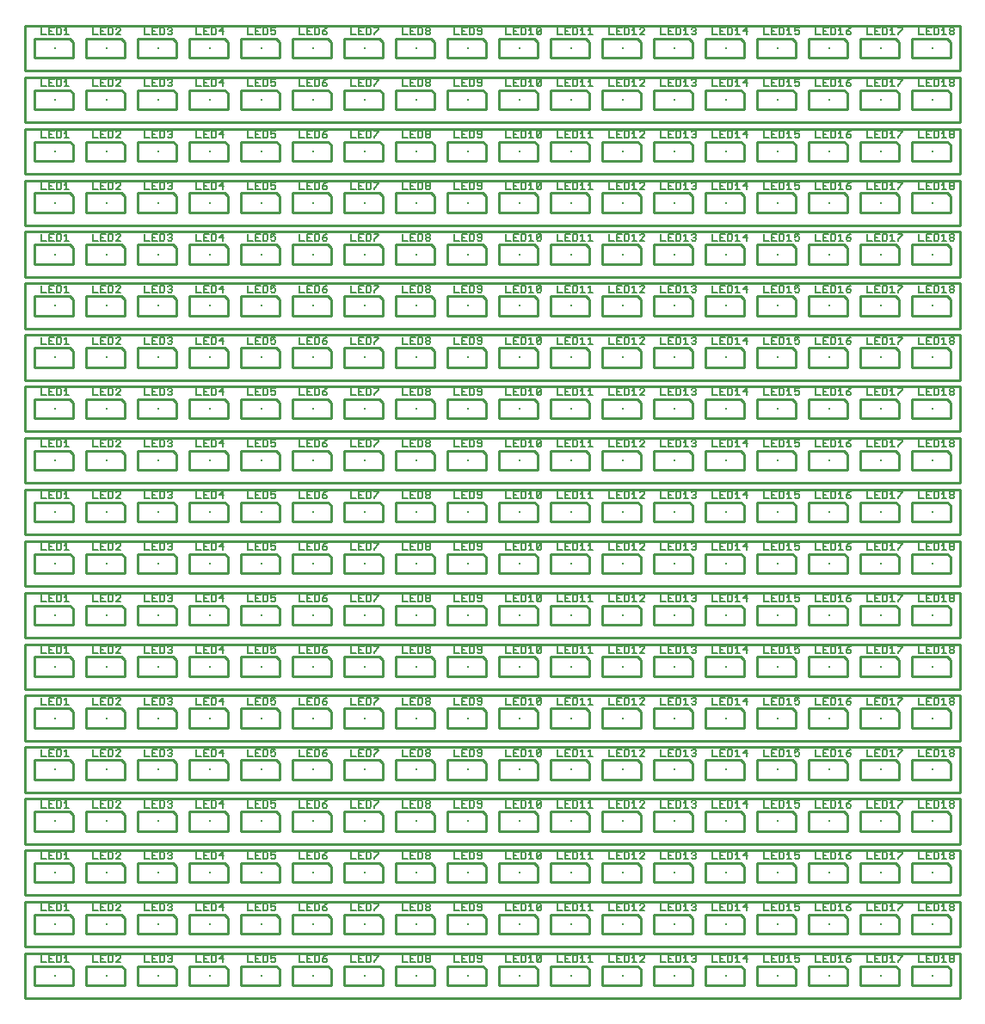
<source format=gto>
G75*
G70*
%OFA0B0*%
%FSLAX25Y25*%
%IPPOS*%
%LPD*%
%AMOC8*
5,1,8,0,0,1.08239X$1,22.5*
%
%ADD10C,0.00500*%
%ADD11C,0.01000*%
%ADD13R,0.00790X0.00790*%
X0010000Y0010000D02*
G75*
%LPD*%
D11*
X0010000Y0010000D02*
X0010000Y0027460D01*
X0372500Y0027460D01*
X0372500Y0010000D01*
X0010000Y0010000D01*
X0013750Y0015000D02*
X0013750Y0022500D01*
X0027500Y0022500D01*
X0028750Y0021250D01*
X0028750Y0015000D01*
X0013750Y0015000D01*
X0033750Y0015000D02*
X0033750Y0022500D01*
X0047500Y0022500D01*
X0048750Y0021250D01*
X0048750Y0015000D01*
X0033750Y0015000D01*
X0053750Y0015000D02*
X0053750Y0022500D01*
X0067500Y0022500D01*
X0068750Y0021250D01*
X0068750Y0015000D01*
X0053750Y0015000D01*
X0073750Y0015000D02*
X0073750Y0022500D01*
X0087500Y0022500D01*
X0088750Y0021250D01*
X0088750Y0015000D01*
X0073750Y0015000D01*
X0093750Y0015000D02*
X0093750Y0022500D01*
X0107500Y0022500D01*
X0108750Y0021250D01*
X0108750Y0015000D01*
X0093750Y0015000D01*
X0113750Y0015000D02*
X0113750Y0022500D01*
X0127500Y0022500D01*
X0128750Y0021250D01*
X0128750Y0015000D01*
X0113750Y0015000D01*
X0133750Y0015000D02*
X0133750Y0022500D01*
X0147500Y0022500D01*
X0148750Y0021250D01*
X0148750Y0015000D01*
X0133750Y0015000D01*
X0153750Y0015000D02*
X0153750Y0022500D01*
X0167500Y0022500D01*
X0168750Y0021250D01*
X0168750Y0015000D01*
X0153750Y0015000D01*
X0173750Y0015000D02*
X0173750Y0022500D01*
X0187500Y0022500D01*
X0188750Y0021250D01*
X0188750Y0015000D01*
X0173750Y0015000D01*
X0193750Y0015000D02*
X0193750Y0022500D01*
X0207500Y0022500D01*
X0208750Y0021250D01*
X0208750Y0015000D01*
X0193750Y0015000D01*
X0213750Y0015000D02*
X0213750Y0022500D01*
X0227500Y0022500D01*
X0228750Y0021250D01*
X0228750Y0015000D01*
X0213750Y0015000D01*
X0233750Y0015000D02*
X0233750Y0022500D01*
X0247500Y0022500D01*
X0248750Y0021250D01*
X0248750Y0015000D01*
X0233750Y0015000D01*
X0253750Y0015000D02*
X0253750Y0022500D01*
X0267500Y0022500D01*
X0268750Y0021250D01*
X0268750Y0015000D01*
X0253750Y0015000D01*
X0273750Y0015000D02*
X0273750Y0022500D01*
X0287500Y0022500D01*
X0288750Y0021250D01*
X0288750Y0015000D01*
X0273750Y0015000D01*
X0293750Y0015000D02*
X0293750Y0022500D01*
X0307500Y0022500D01*
X0308750Y0021250D01*
X0308750Y0015000D01*
X0293750Y0015000D01*
X0313750Y0015000D02*
X0313750Y0022500D01*
X0327500Y0022500D01*
X0328750Y0021250D01*
X0328750Y0015000D01*
X0313750Y0015000D01*
X0333750Y0015000D02*
X0333750Y0022500D01*
X0347500Y0022500D01*
X0348750Y0021250D01*
X0348750Y0015000D01*
X0333750Y0015000D01*
X0353750Y0015000D02*
X0353750Y0022500D01*
X0367500Y0022500D01*
X0368750Y0021250D01*
X0368750Y0015000D01*
X0353750Y0015000D01*
D13*
X0361640Y0018750D03*
X0341640Y0018750D03*
X0321640Y0018750D03*
X0301640Y0018750D03*
X0281640Y0018750D03*
X0261640Y0018750D03*
X0241640Y0018750D03*
X0221640Y0018750D03*
X0201640Y0018750D03*
X0181640Y0018750D03*
X0161640Y0018750D03*
X0141640Y0018750D03*
X0121640Y0018750D03*
X0101640Y0018750D03*
X0081640Y0018750D03*
X0061640Y0018750D03*
X0041640Y0018750D03*
X0021640Y0018750D03*
D10*
X0021250Y0024000D02*
X0019450Y0024000D01*
X0019450Y0026700D01*
X0021250Y0026700D01*
X0022390Y0026700D02*
X0023740Y0026700D01*
X0024190Y0026250D01*
X0024190Y0024450D01*
X0023740Y0024000D01*
X0022390Y0024000D01*
X0022390Y0026700D01*
X0025340Y0025800D02*
X0026240Y0026700D01*
X0026240Y0024000D01*
X0025340Y0024000D02*
X0027140Y0024000D01*
X0036500Y0024000D02*
X0038300Y0024000D01*
X0039450Y0024000D02*
X0041250Y0024000D01*
X0042390Y0024000D02*
X0043740Y0024000D01*
X0044190Y0024450D01*
X0044190Y0026250D01*
X0043740Y0026700D01*
X0042390Y0026700D01*
X0042390Y0024000D01*
X0039450Y0024000D02*
X0039450Y0026700D01*
X0041250Y0026700D01*
X0036500Y0026700D02*
X0036500Y0024000D01*
X0045340Y0024000D02*
X0047140Y0025800D01*
X0047140Y0026250D01*
X0046690Y0026700D01*
X0045790Y0026700D01*
X0045340Y0026250D01*
X0056500Y0026700D02*
X0056500Y0024000D01*
X0058300Y0024000D01*
X0059450Y0024000D02*
X0061250Y0024000D01*
X0062390Y0024000D02*
X0063740Y0024000D01*
X0064190Y0024450D01*
X0064190Y0026250D01*
X0063740Y0026700D01*
X0062390Y0026700D01*
X0062390Y0024000D01*
X0059450Y0024000D02*
X0059450Y0026700D01*
X0061250Y0026700D01*
X0065340Y0026250D02*
X0065790Y0026700D01*
X0066690Y0026700D01*
X0067140Y0026250D01*
X0067140Y0025800D01*
X0066690Y0025350D01*
X0067140Y0024900D01*
X0067140Y0024450D01*
X0066690Y0024000D01*
X0065790Y0024000D01*
X0065340Y0024450D01*
X0076500Y0024000D02*
X0078300Y0024000D01*
X0079450Y0024000D02*
X0081250Y0024000D01*
X0082390Y0024000D02*
X0083740Y0024000D01*
X0084190Y0024450D01*
X0084190Y0026250D01*
X0083740Y0026700D01*
X0082390Y0026700D01*
X0082390Y0024000D01*
X0079450Y0024000D02*
X0079450Y0026700D01*
X0081250Y0026700D01*
X0076500Y0026700D02*
X0076500Y0024000D01*
X0086690Y0024000D02*
X0086690Y0026700D01*
X0085340Y0025350D01*
X0087140Y0025350D01*
X0080350Y0025350D02*
X0079450Y0025350D01*
X0066690Y0025350D02*
X0066240Y0025350D01*
X0060350Y0025350D02*
X0059450Y0025350D01*
X0040350Y0025350D02*
X0039450Y0025350D01*
X0020350Y0025350D02*
X0019450Y0025350D01*
X0018300Y0024000D02*
X0016500Y0024000D01*
X0016500Y0026700D01*
X0045340Y0024000D02*
X0047140Y0024000D01*
X0096500Y0024000D02*
X0098300Y0024000D01*
X0099450Y0024000D02*
X0101250Y0024000D01*
X0102390Y0024000D02*
X0103740Y0024000D01*
X0104190Y0024450D01*
X0104190Y0026250D01*
X0103740Y0026700D01*
X0102390Y0026700D01*
X0102390Y0024000D01*
X0099450Y0024000D02*
X0099450Y0026700D01*
X0101250Y0026700D01*
X0105340Y0026700D02*
X0105340Y0025350D01*
X0106240Y0025800D01*
X0106690Y0025800D01*
X0107140Y0025350D01*
X0107140Y0024450D01*
X0106690Y0024000D01*
X0105790Y0024000D01*
X0105340Y0024450D01*
X0096500Y0024000D02*
X0096500Y0026700D01*
X0105340Y0026700D02*
X0107140Y0026700D01*
X0116500Y0026700D02*
X0116500Y0024000D01*
X0118300Y0024000D01*
X0119450Y0024000D02*
X0121250Y0024000D01*
X0122390Y0024000D02*
X0123740Y0024000D01*
X0124190Y0024450D01*
X0124190Y0026250D01*
X0123740Y0026700D01*
X0122390Y0026700D01*
X0122390Y0024000D01*
X0119450Y0024000D02*
X0119450Y0026700D01*
X0121250Y0026700D01*
X0125340Y0025350D02*
X0126240Y0026250D01*
X0127140Y0026700D01*
X0136500Y0026700D02*
X0136500Y0024000D01*
X0138300Y0024000D01*
X0139450Y0024000D02*
X0141250Y0024000D01*
X0142390Y0024000D02*
X0143740Y0024000D01*
X0144190Y0024450D01*
X0144190Y0026250D01*
X0143740Y0026700D01*
X0142390Y0026700D01*
X0142390Y0024000D01*
X0139450Y0024000D02*
X0139450Y0026700D01*
X0141250Y0026700D01*
X0145340Y0026700D02*
X0147140Y0026700D01*
X0147140Y0026250D01*
X0145340Y0024450D01*
X0145340Y0024000D01*
X0156500Y0024000D02*
X0158300Y0024000D01*
X0159450Y0024000D02*
X0161250Y0024000D01*
X0162390Y0024000D02*
X0163740Y0024000D01*
X0164190Y0024450D01*
X0164190Y0026250D01*
X0163740Y0026700D01*
X0162390Y0026700D01*
X0162390Y0024000D01*
X0159450Y0024000D02*
X0159450Y0026700D01*
X0161250Y0026700D01*
X0156500Y0026700D02*
X0156500Y0024000D01*
X0165340Y0024450D02*
X0165340Y0024900D01*
X0165790Y0025350D01*
X0166690Y0025350D01*
X0167140Y0024900D01*
X0167140Y0024450D01*
X0166690Y0024000D01*
X0165790Y0024000D01*
X0165340Y0024450D01*
X0176500Y0024000D02*
X0178300Y0024000D01*
X0179450Y0024000D02*
X0181250Y0024000D01*
X0182390Y0024000D02*
X0183740Y0024000D01*
X0184190Y0024450D01*
X0184190Y0026250D01*
X0183740Y0026700D01*
X0182390Y0026700D01*
X0182390Y0024000D01*
X0179450Y0024000D02*
X0179450Y0026700D01*
X0181250Y0026700D01*
X0185340Y0026250D02*
X0185790Y0026700D01*
X0186690Y0026700D01*
X0187140Y0026250D01*
X0187140Y0024450D01*
X0186690Y0024000D01*
X0185790Y0024000D01*
X0185340Y0024450D01*
X0176500Y0024000D02*
X0176500Y0026700D01*
X0167140Y0026250D02*
X0167140Y0025800D01*
X0166690Y0025350D01*
X0165790Y0025350D02*
X0165340Y0025800D01*
X0165340Y0026250D01*
X0165790Y0026700D01*
X0166690Y0026700D01*
X0167140Y0026250D01*
X0160350Y0025350D02*
X0159450Y0025350D01*
X0140350Y0025350D02*
X0139450Y0025350D01*
X0127140Y0024900D02*
X0126690Y0025350D01*
X0125340Y0025350D01*
X0125340Y0024450D01*
X0125790Y0024000D01*
X0126690Y0024000D01*
X0127140Y0024450D01*
X0127140Y0024900D01*
X0120350Y0025350D02*
X0119450Y0025350D01*
X0100350Y0025350D02*
X0099450Y0025350D01*
X0179450Y0025350D02*
X0180350Y0025350D01*
X0185340Y0025800D02*
X0185790Y0025350D01*
X0187140Y0025350D01*
X0185340Y0025800D02*
X0185340Y0026250D01*
X0196500Y0026700D02*
X0196500Y0024000D01*
X0198300Y0024000D01*
X0199450Y0024000D02*
X0201250Y0024000D01*
X0202390Y0024000D02*
X0203740Y0024000D01*
X0204190Y0024450D01*
X0204190Y0026250D01*
X0203740Y0026700D01*
X0202390Y0026700D01*
X0202390Y0024000D01*
X0199450Y0024000D02*
X0199450Y0026700D01*
X0201250Y0026700D01*
X0205340Y0025800D02*
X0206240Y0026700D01*
X0206240Y0024000D01*
X0205340Y0024000D02*
X0207140Y0024000D01*
X0208290Y0024450D02*
X0208740Y0024000D01*
X0209640Y0024000D01*
X0210090Y0024450D01*
X0210090Y0026250D01*
X0208290Y0024450D01*
X0208290Y0026250D01*
X0208740Y0026700D01*
X0209640Y0026700D01*
X0210090Y0026250D01*
X0216500Y0026700D02*
X0216500Y0024000D01*
X0218300Y0024000D01*
X0219450Y0024000D02*
X0221250Y0024000D01*
X0222390Y0024000D02*
X0223740Y0024000D01*
X0224190Y0024450D01*
X0224190Y0026250D01*
X0223740Y0026700D01*
X0222390Y0026700D01*
X0222390Y0024000D01*
X0219450Y0024000D02*
X0219450Y0026700D01*
X0221250Y0026700D01*
X0225340Y0025800D02*
X0226240Y0026700D01*
X0226240Y0024000D01*
X0225340Y0024000D02*
X0227140Y0024000D01*
X0228290Y0024000D02*
X0230090Y0024000D01*
X0229190Y0024000D02*
X0229190Y0026700D01*
X0228290Y0025800D01*
X0220350Y0025350D02*
X0219450Y0025350D01*
X0200350Y0025350D02*
X0199450Y0025350D01*
X0236500Y0024000D02*
X0238300Y0024000D01*
X0239450Y0024000D02*
X0241250Y0024000D01*
X0242390Y0024000D02*
X0243740Y0024000D01*
X0244190Y0024450D01*
X0244190Y0026250D01*
X0243740Y0026700D01*
X0242390Y0026700D01*
X0242390Y0024000D01*
X0239450Y0024000D02*
X0239450Y0026700D01*
X0241250Y0026700D01*
X0236500Y0026700D02*
X0236500Y0024000D01*
X0245340Y0024000D02*
X0247140Y0024000D01*
X0246240Y0024000D02*
X0246240Y0026700D01*
X0245340Y0025800D01*
X0248290Y0024000D02*
X0250090Y0025800D01*
X0250090Y0026250D01*
X0249640Y0026700D01*
X0248740Y0026700D01*
X0248290Y0026250D01*
X0256500Y0026700D02*
X0256500Y0024000D01*
X0258300Y0024000D01*
X0259450Y0024000D02*
X0261250Y0024000D01*
X0262390Y0024000D02*
X0263740Y0024000D01*
X0264190Y0024450D01*
X0264190Y0026250D01*
X0263740Y0026700D01*
X0262390Y0026700D01*
X0262390Y0024000D01*
X0259450Y0024000D02*
X0259450Y0026700D01*
X0261250Y0026700D01*
X0265340Y0025800D02*
X0266240Y0026700D01*
X0266240Y0024000D01*
X0265340Y0024000D02*
X0267140Y0024000D01*
X0268290Y0024450D02*
X0268740Y0024000D01*
X0269640Y0024000D01*
X0270090Y0024450D01*
X0270090Y0024900D01*
X0269640Y0025350D01*
X0269190Y0025350D01*
X0269640Y0025350D02*
X0270090Y0025800D01*
X0270090Y0026250D01*
X0269640Y0026700D01*
X0268740Y0026700D01*
X0268290Y0026250D01*
X0276500Y0026700D02*
X0276500Y0024000D01*
X0278300Y0024000D01*
X0279450Y0024000D02*
X0281250Y0024000D01*
X0282390Y0024000D02*
X0283740Y0024000D01*
X0284190Y0024450D01*
X0284190Y0026250D01*
X0283740Y0026700D01*
X0282390Y0026700D01*
X0282390Y0024000D01*
X0279450Y0024000D02*
X0279450Y0026700D01*
X0281250Y0026700D01*
X0285340Y0025800D02*
X0286240Y0026700D01*
X0286240Y0024000D01*
X0285340Y0024000D02*
X0287140Y0024000D01*
X0289640Y0024000D02*
X0289640Y0026700D01*
X0288290Y0025350D01*
X0290090Y0025350D01*
X0299450Y0025350D02*
X0300350Y0025350D01*
X0305340Y0025800D02*
X0306240Y0026700D01*
X0306240Y0024000D01*
X0305340Y0024000D02*
X0307140Y0024000D01*
X0308290Y0024450D02*
X0308740Y0024000D01*
X0309640Y0024000D01*
X0310090Y0024450D01*
X0310090Y0025350D01*
X0309640Y0025800D01*
X0309190Y0025800D01*
X0308290Y0025350D01*
X0308290Y0026700D01*
X0310090Y0026700D01*
X0304190Y0026250D02*
X0303740Y0026700D01*
X0302390Y0026700D01*
X0302390Y0024000D01*
X0303740Y0024000D01*
X0304190Y0024450D01*
X0304190Y0026250D01*
X0301250Y0026700D02*
X0299450Y0026700D01*
X0299450Y0024000D01*
X0301250Y0024000D01*
X0298300Y0024000D02*
X0296500Y0024000D01*
X0296500Y0026700D01*
X0316500Y0026700D02*
X0316500Y0024000D01*
X0318300Y0024000D01*
X0319450Y0024000D02*
X0321250Y0024000D01*
X0322390Y0024000D02*
X0323740Y0024000D01*
X0324190Y0024450D01*
X0324190Y0026250D01*
X0323740Y0026700D01*
X0322390Y0026700D01*
X0322390Y0024000D01*
X0319450Y0024000D02*
X0319450Y0026700D01*
X0321250Y0026700D01*
X0325340Y0025800D02*
X0326240Y0026700D01*
X0326240Y0024000D01*
X0325340Y0024000D02*
X0327140Y0024000D01*
X0328290Y0024450D02*
X0328740Y0024000D01*
X0329640Y0024000D01*
X0330090Y0024450D01*
X0330090Y0024900D01*
X0329640Y0025350D01*
X0328290Y0025350D01*
X0328290Y0024450D01*
X0336500Y0024000D02*
X0338300Y0024000D01*
X0339450Y0024000D02*
X0341250Y0024000D01*
X0342390Y0024000D02*
X0343740Y0024000D01*
X0344190Y0024450D01*
X0344190Y0026250D01*
X0343740Y0026700D01*
X0342390Y0026700D01*
X0342390Y0024000D01*
X0339450Y0024000D02*
X0339450Y0026700D01*
X0341250Y0026700D01*
X0345340Y0025800D02*
X0346240Y0026700D01*
X0346240Y0024000D01*
X0345340Y0024000D02*
X0347140Y0024000D01*
X0348290Y0024000D02*
X0348290Y0024450D01*
X0350090Y0026250D01*
X0350090Y0026700D01*
X0348290Y0026700D01*
X0356500Y0026700D02*
X0356500Y0024000D01*
X0358300Y0024000D01*
X0359450Y0024000D02*
X0361250Y0024000D01*
X0362390Y0024000D02*
X0363740Y0024000D01*
X0364190Y0024450D01*
X0364190Y0026250D01*
X0363740Y0026700D01*
X0362390Y0026700D01*
X0362390Y0024000D01*
X0359450Y0024000D02*
X0359450Y0026700D01*
X0361250Y0026700D01*
X0365340Y0025800D02*
X0366240Y0026700D01*
X0366240Y0024000D01*
X0365340Y0024000D02*
X0367140Y0024000D01*
X0368290Y0024450D02*
X0368740Y0024000D01*
X0369640Y0024000D01*
X0370090Y0024450D01*
X0370090Y0024900D01*
X0369640Y0025350D01*
X0368740Y0025350D01*
X0368290Y0025800D01*
X0368290Y0026250D01*
X0368740Y0026700D01*
X0369640Y0026700D01*
X0370090Y0026250D01*
X0370090Y0025800D01*
X0369640Y0025350D01*
X0368740Y0025350D02*
X0368290Y0024900D01*
X0368290Y0024450D01*
X0360350Y0025350D02*
X0359450Y0025350D01*
X0340350Y0025350D02*
X0339450Y0025350D01*
X0329190Y0026250D02*
X0328290Y0025350D01*
X0320350Y0025350D02*
X0319450Y0025350D01*
X0329190Y0026250D02*
X0330090Y0026700D01*
X0336500Y0026700D02*
X0336500Y0024000D01*
X0280350Y0025350D02*
X0279450Y0025350D01*
X0260350Y0025350D02*
X0259450Y0025350D01*
X0240350Y0025350D02*
X0239450Y0025350D01*
X0248290Y0024000D02*
X0250090Y0024000D01*
X0010000Y0029960D02*
G75*
%LPD*%
D11*
X0010000Y0029960D02*
X0010000Y0047420D01*
X0372500Y0047420D01*
X0372500Y0029960D01*
X0010000Y0029960D01*
X0013750Y0034960D02*
X0013750Y0042460D01*
X0027500Y0042460D01*
X0028750Y0041210D01*
X0028750Y0034960D01*
X0013750Y0034960D01*
X0033750Y0034960D02*
X0033750Y0042460D01*
X0047500Y0042460D01*
X0048750Y0041210D01*
X0048750Y0034960D01*
X0033750Y0034960D01*
X0053750Y0034960D02*
X0053750Y0042460D01*
X0067500Y0042460D01*
X0068750Y0041210D01*
X0068750Y0034960D01*
X0053750Y0034960D01*
X0073750Y0034960D02*
X0073750Y0042460D01*
X0087500Y0042460D01*
X0088750Y0041210D01*
X0088750Y0034960D01*
X0073750Y0034960D01*
X0093750Y0034960D02*
X0093750Y0042460D01*
X0107500Y0042460D01*
X0108750Y0041210D01*
X0108750Y0034960D01*
X0093750Y0034960D01*
X0113750Y0034960D02*
X0113750Y0042460D01*
X0127500Y0042460D01*
X0128750Y0041210D01*
X0128750Y0034960D01*
X0113750Y0034960D01*
X0133750Y0034960D02*
X0133750Y0042460D01*
X0147500Y0042460D01*
X0148750Y0041210D01*
X0148750Y0034960D01*
X0133750Y0034960D01*
X0153750Y0034960D02*
X0153750Y0042460D01*
X0167500Y0042460D01*
X0168750Y0041210D01*
X0168750Y0034960D01*
X0153750Y0034960D01*
X0173750Y0034960D02*
X0173750Y0042460D01*
X0187500Y0042460D01*
X0188750Y0041210D01*
X0188750Y0034960D01*
X0173750Y0034960D01*
X0193750Y0034960D02*
X0193750Y0042460D01*
X0207500Y0042460D01*
X0208750Y0041210D01*
X0208750Y0034960D01*
X0193750Y0034960D01*
X0213750Y0034960D02*
X0213750Y0042460D01*
X0227500Y0042460D01*
X0228750Y0041210D01*
X0228750Y0034960D01*
X0213750Y0034960D01*
X0233750Y0034960D02*
X0233750Y0042460D01*
X0247500Y0042460D01*
X0248750Y0041210D01*
X0248750Y0034960D01*
X0233750Y0034960D01*
X0253750Y0034960D02*
X0253750Y0042460D01*
X0267500Y0042460D01*
X0268750Y0041210D01*
X0268750Y0034960D01*
X0253750Y0034960D01*
X0273750Y0034960D02*
X0273750Y0042460D01*
X0287500Y0042460D01*
X0288750Y0041210D01*
X0288750Y0034960D01*
X0273750Y0034960D01*
X0293750Y0034960D02*
X0293750Y0042460D01*
X0307500Y0042460D01*
X0308750Y0041210D01*
X0308750Y0034960D01*
X0293750Y0034960D01*
X0313750Y0034960D02*
X0313750Y0042460D01*
X0327500Y0042460D01*
X0328750Y0041210D01*
X0328750Y0034960D01*
X0313750Y0034960D01*
X0333750Y0034960D02*
X0333750Y0042460D01*
X0347500Y0042460D01*
X0348750Y0041210D01*
X0348750Y0034960D01*
X0333750Y0034960D01*
X0353750Y0034960D02*
X0353750Y0042460D01*
X0367500Y0042460D01*
X0368750Y0041210D01*
X0368750Y0034960D01*
X0353750Y0034960D01*
D13*
X0361640Y0038710D03*
X0341640Y0038710D03*
X0321640Y0038710D03*
X0301640Y0038710D03*
X0281640Y0038710D03*
X0261640Y0038710D03*
X0241640Y0038710D03*
X0221640Y0038710D03*
X0201640Y0038710D03*
X0181640Y0038710D03*
X0161640Y0038710D03*
X0141640Y0038710D03*
X0121640Y0038710D03*
X0101640Y0038710D03*
X0081640Y0038710D03*
X0061640Y0038710D03*
X0041640Y0038710D03*
X0021640Y0038710D03*
D10*
X0021250Y0043960D02*
X0019450Y0043960D01*
X0019450Y0046660D01*
X0021250Y0046660D01*
X0022390Y0046660D02*
X0023740Y0046660D01*
X0024190Y0046210D01*
X0024190Y0044410D01*
X0023740Y0043960D01*
X0022390Y0043960D01*
X0022390Y0046660D01*
X0025340Y0045760D02*
X0026240Y0046660D01*
X0026240Y0043960D01*
X0025340Y0043960D02*
X0027140Y0043960D01*
X0036500Y0043960D02*
X0038300Y0043960D01*
X0039450Y0043960D02*
X0041250Y0043960D01*
X0042390Y0043960D02*
X0043740Y0043960D01*
X0044190Y0044410D01*
X0044190Y0046210D01*
X0043740Y0046660D01*
X0042390Y0046660D01*
X0042390Y0043960D01*
X0039450Y0043960D02*
X0039450Y0046660D01*
X0041250Y0046660D01*
X0036500Y0046660D02*
X0036500Y0043960D01*
X0045340Y0043960D02*
X0047140Y0045760D01*
X0047140Y0046210D01*
X0046690Y0046660D01*
X0045790Y0046660D01*
X0045340Y0046210D01*
X0056500Y0046660D02*
X0056500Y0043960D01*
X0058300Y0043960D01*
X0059450Y0043960D02*
X0061250Y0043960D01*
X0062390Y0043960D02*
X0063740Y0043960D01*
X0064190Y0044410D01*
X0064190Y0046210D01*
X0063740Y0046660D01*
X0062390Y0046660D01*
X0062390Y0043960D01*
X0059450Y0043960D02*
X0059450Y0046660D01*
X0061250Y0046660D01*
X0065340Y0046210D02*
X0065790Y0046660D01*
X0066690Y0046660D01*
X0067140Y0046210D01*
X0067140Y0045760D01*
X0066690Y0045310D01*
X0067140Y0044860D01*
X0067140Y0044410D01*
X0066690Y0043960D01*
X0065790Y0043960D01*
X0065340Y0044410D01*
X0076500Y0043960D02*
X0078300Y0043960D01*
X0079450Y0043960D02*
X0081250Y0043960D01*
X0082390Y0043960D02*
X0083740Y0043960D01*
X0084190Y0044410D01*
X0084190Y0046210D01*
X0083740Y0046660D01*
X0082390Y0046660D01*
X0082390Y0043960D01*
X0079450Y0043960D02*
X0079450Y0046660D01*
X0081250Y0046660D01*
X0076500Y0046660D02*
X0076500Y0043960D01*
X0086690Y0043960D02*
X0086690Y0046660D01*
X0085340Y0045310D01*
X0087140Y0045310D01*
X0080350Y0045310D02*
X0079450Y0045310D01*
X0066690Y0045310D02*
X0066240Y0045310D01*
X0060350Y0045310D02*
X0059450Y0045310D01*
X0040350Y0045310D02*
X0039450Y0045310D01*
X0020350Y0045310D02*
X0019450Y0045310D01*
X0018300Y0043960D02*
X0016500Y0043960D01*
X0016500Y0046660D01*
X0045340Y0043960D02*
X0047140Y0043960D01*
X0096500Y0043960D02*
X0098300Y0043960D01*
X0099450Y0043960D02*
X0101250Y0043960D01*
X0102390Y0043960D02*
X0103740Y0043960D01*
X0104190Y0044410D01*
X0104190Y0046210D01*
X0103740Y0046660D01*
X0102390Y0046660D01*
X0102390Y0043960D01*
X0099450Y0043960D02*
X0099450Y0046660D01*
X0101250Y0046660D01*
X0105340Y0046660D02*
X0105340Y0045310D01*
X0106240Y0045760D01*
X0106690Y0045760D01*
X0107140Y0045310D01*
X0107140Y0044410D01*
X0106690Y0043960D01*
X0105790Y0043960D01*
X0105340Y0044410D01*
X0096500Y0043960D02*
X0096500Y0046660D01*
X0105340Y0046660D02*
X0107140Y0046660D01*
X0116500Y0046660D02*
X0116500Y0043960D01*
X0118300Y0043960D01*
X0119450Y0043960D02*
X0121250Y0043960D01*
X0122390Y0043960D02*
X0123740Y0043960D01*
X0124190Y0044410D01*
X0124190Y0046210D01*
X0123740Y0046660D01*
X0122390Y0046660D01*
X0122390Y0043960D01*
X0119450Y0043960D02*
X0119450Y0046660D01*
X0121250Y0046660D01*
X0125340Y0045310D02*
X0126240Y0046210D01*
X0127140Y0046660D01*
X0136500Y0046660D02*
X0136500Y0043960D01*
X0138300Y0043960D01*
X0139450Y0043960D02*
X0141250Y0043960D01*
X0142390Y0043960D02*
X0143740Y0043960D01*
X0144190Y0044410D01*
X0144190Y0046210D01*
X0143740Y0046660D01*
X0142390Y0046660D01*
X0142390Y0043960D01*
X0139450Y0043960D02*
X0139450Y0046660D01*
X0141250Y0046660D01*
X0145340Y0046660D02*
X0147140Y0046660D01*
X0147140Y0046210D01*
X0145340Y0044410D01*
X0145340Y0043960D01*
X0156500Y0043960D02*
X0158300Y0043960D01*
X0159450Y0043960D02*
X0161250Y0043960D01*
X0162390Y0043960D02*
X0163740Y0043960D01*
X0164190Y0044410D01*
X0164190Y0046210D01*
X0163740Y0046660D01*
X0162390Y0046660D01*
X0162390Y0043960D01*
X0159450Y0043960D02*
X0159450Y0046660D01*
X0161250Y0046660D01*
X0156500Y0046660D02*
X0156500Y0043960D01*
X0165340Y0044410D02*
X0165340Y0044860D01*
X0165790Y0045310D01*
X0166690Y0045310D01*
X0167140Y0044860D01*
X0167140Y0044410D01*
X0166690Y0043960D01*
X0165790Y0043960D01*
X0165340Y0044410D01*
X0176500Y0043960D02*
X0178300Y0043960D01*
X0179450Y0043960D02*
X0181250Y0043960D01*
X0182390Y0043960D02*
X0183740Y0043960D01*
X0184190Y0044410D01*
X0184190Y0046210D01*
X0183740Y0046660D01*
X0182390Y0046660D01*
X0182390Y0043960D01*
X0179450Y0043960D02*
X0179450Y0046660D01*
X0181250Y0046660D01*
X0185340Y0046210D02*
X0185790Y0046660D01*
X0186690Y0046660D01*
X0187140Y0046210D01*
X0187140Y0044410D01*
X0186690Y0043960D01*
X0185790Y0043960D01*
X0185340Y0044410D01*
X0176500Y0043960D02*
X0176500Y0046660D01*
X0167140Y0046210D02*
X0167140Y0045760D01*
X0166690Y0045310D01*
X0165790Y0045310D02*
X0165340Y0045760D01*
X0165340Y0046210D01*
X0165790Y0046660D01*
X0166690Y0046660D01*
X0167140Y0046210D01*
X0160350Y0045310D02*
X0159450Y0045310D01*
X0140350Y0045310D02*
X0139450Y0045310D01*
X0127140Y0044860D02*
X0126690Y0045310D01*
X0125340Y0045310D01*
X0125340Y0044410D01*
X0125790Y0043960D01*
X0126690Y0043960D01*
X0127140Y0044410D01*
X0127140Y0044860D01*
X0120350Y0045310D02*
X0119450Y0045310D01*
X0100350Y0045310D02*
X0099450Y0045310D01*
X0179450Y0045310D02*
X0180350Y0045310D01*
X0185340Y0045760D02*
X0185790Y0045310D01*
X0187140Y0045310D01*
X0185340Y0045760D02*
X0185340Y0046210D01*
X0196500Y0046660D02*
X0196500Y0043960D01*
X0198300Y0043960D01*
X0199450Y0043960D02*
X0201250Y0043960D01*
X0202390Y0043960D02*
X0203740Y0043960D01*
X0204190Y0044410D01*
X0204190Y0046210D01*
X0203740Y0046660D01*
X0202390Y0046660D01*
X0202390Y0043960D01*
X0199450Y0043960D02*
X0199450Y0046660D01*
X0201250Y0046660D01*
X0205340Y0045760D02*
X0206240Y0046660D01*
X0206240Y0043960D01*
X0205340Y0043960D02*
X0207140Y0043960D01*
X0208290Y0044410D02*
X0208740Y0043960D01*
X0209640Y0043960D01*
X0210090Y0044410D01*
X0210090Y0046210D01*
X0208290Y0044410D01*
X0208290Y0046210D01*
X0208740Y0046660D01*
X0209640Y0046660D01*
X0210090Y0046210D01*
X0216500Y0046660D02*
X0216500Y0043960D01*
X0218300Y0043960D01*
X0219450Y0043960D02*
X0221250Y0043960D01*
X0222390Y0043960D02*
X0223740Y0043960D01*
X0224190Y0044410D01*
X0224190Y0046210D01*
X0223740Y0046660D01*
X0222390Y0046660D01*
X0222390Y0043960D01*
X0219450Y0043960D02*
X0219450Y0046660D01*
X0221250Y0046660D01*
X0225340Y0045760D02*
X0226240Y0046660D01*
X0226240Y0043960D01*
X0225340Y0043960D02*
X0227140Y0043960D01*
X0228290Y0043960D02*
X0230090Y0043960D01*
X0229190Y0043960D02*
X0229190Y0046660D01*
X0228290Y0045760D01*
X0220350Y0045310D02*
X0219450Y0045310D01*
X0200350Y0045310D02*
X0199450Y0045310D01*
X0236500Y0043960D02*
X0238300Y0043960D01*
X0239450Y0043960D02*
X0241250Y0043960D01*
X0242390Y0043960D02*
X0243740Y0043960D01*
X0244190Y0044410D01*
X0244190Y0046210D01*
X0243740Y0046660D01*
X0242390Y0046660D01*
X0242390Y0043960D01*
X0239450Y0043960D02*
X0239450Y0046660D01*
X0241250Y0046660D01*
X0236500Y0046660D02*
X0236500Y0043960D01*
X0245340Y0043960D02*
X0247140Y0043960D01*
X0246240Y0043960D02*
X0246240Y0046660D01*
X0245340Y0045760D01*
X0248290Y0043960D02*
X0250090Y0045760D01*
X0250090Y0046210D01*
X0249640Y0046660D01*
X0248740Y0046660D01*
X0248290Y0046210D01*
X0256500Y0046660D02*
X0256500Y0043960D01*
X0258300Y0043960D01*
X0259450Y0043960D02*
X0261250Y0043960D01*
X0262390Y0043960D02*
X0263740Y0043960D01*
X0264190Y0044410D01*
X0264190Y0046210D01*
X0263740Y0046660D01*
X0262390Y0046660D01*
X0262390Y0043960D01*
X0259450Y0043960D02*
X0259450Y0046660D01*
X0261250Y0046660D01*
X0265340Y0045760D02*
X0266240Y0046660D01*
X0266240Y0043960D01*
X0265340Y0043960D02*
X0267140Y0043960D01*
X0268290Y0044410D02*
X0268740Y0043960D01*
X0269640Y0043960D01*
X0270090Y0044410D01*
X0270090Y0044860D01*
X0269640Y0045310D01*
X0269190Y0045310D01*
X0269640Y0045310D02*
X0270090Y0045760D01*
X0270090Y0046210D01*
X0269640Y0046660D01*
X0268740Y0046660D01*
X0268290Y0046210D01*
X0276500Y0046660D02*
X0276500Y0043960D01*
X0278300Y0043960D01*
X0279450Y0043960D02*
X0281250Y0043960D01*
X0282390Y0043960D02*
X0283740Y0043960D01*
X0284190Y0044410D01*
X0284190Y0046210D01*
X0283740Y0046660D01*
X0282390Y0046660D01*
X0282390Y0043960D01*
X0279450Y0043960D02*
X0279450Y0046660D01*
X0281250Y0046660D01*
X0285340Y0045760D02*
X0286240Y0046660D01*
X0286240Y0043960D01*
X0285340Y0043960D02*
X0287140Y0043960D01*
X0289640Y0043960D02*
X0289640Y0046660D01*
X0288290Y0045310D01*
X0290090Y0045310D01*
X0299450Y0045310D02*
X0300350Y0045310D01*
X0305340Y0045760D02*
X0306240Y0046660D01*
X0306240Y0043960D01*
X0305340Y0043960D02*
X0307140Y0043960D01*
X0308290Y0044410D02*
X0308740Y0043960D01*
X0309640Y0043960D01*
X0310090Y0044410D01*
X0310090Y0045310D01*
X0309640Y0045760D01*
X0309190Y0045760D01*
X0308290Y0045310D01*
X0308290Y0046660D01*
X0310090Y0046660D01*
X0304190Y0046210D02*
X0303740Y0046660D01*
X0302390Y0046660D01*
X0302390Y0043960D01*
X0303740Y0043960D01*
X0304190Y0044410D01*
X0304190Y0046210D01*
X0301250Y0046660D02*
X0299450Y0046660D01*
X0299450Y0043960D01*
X0301250Y0043960D01*
X0298300Y0043960D02*
X0296500Y0043960D01*
X0296500Y0046660D01*
X0316500Y0046660D02*
X0316500Y0043960D01*
X0318300Y0043960D01*
X0319450Y0043960D02*
X0321250Y0043960D01*
X0322390Y0043960D02*
X0323740Y0043960D01*
X0324190Y0044410D01*
X0324190Y0046210D01*
X0323740Y0046660D01*
X0322390Y0046660D01*
X0322390Y0043960D01*
X0319450Y0043960D02*
X0319450Y0046660D01*
X0321250Y0046660D01*
X0325340Y0045760D02*
X0326240Y0046660D01*
X0326240Y0043960D01*
X0325340Y0043960D02*
X0327140Y0043960D01*
X0328290Y0044410D02*
X0328740Y0043960D01*
X0329640Y0043960D01*
X0330090Y0044410D01*
X0330090Y0044860D01*
X0329640Y0045310D01*
X0328290Y0045310D01*
X0328290Y0044410D01*
X0336500Y0043960D02*
X0338300Y0043960D01*
X0339450Y0043960D02*
X0341250Y0043960D01*
X0342390Y0043960D02*
X0343740Y0043960D01*
X0344190Y0044410D01*
X0344190Y0046210D01*
X0343740Y0046660D01*
X0342390Y0046660D01*
X0342390Y0043960D01*
X0339450Y0043960D02*
X0339450Y0046660D01*
X0341250Y0046660D01*
X0345340Y0045760D02*
X0346240Y0046660D01*
X0346240Y0043960D01*
X0345340Y0043960D02*
X0347140Y0043960D01*
X0348290Y0043960D02*
X0348290Y0044410D01*
X0350090Y0046210D01*
X0350090Y0046660D01*
X0348290Y0046660D01*
X0356500Y0046660D02*
X0356500Y0043960D01*
X0358300Y0043960D01*
X0359450Y0043960D02*
X0361250Y0043960D01*
X0362390Y0043960D02*
X0363740Y0043960D01*
X0364190Y0044410D01*
X0364190Y0046210D01*
X0363740Y0046660D01*
X0362390Y0046660D01*
X0362390Y0043960D01*
X0359450Y0043960D02*
X0359450Y0046660D01*
X0361250Y0046660D01*
X0365340Y0045760D02*
X0366240Y0046660D01*
X0366240Y0043960D01*
X0365340Y0043960D02*
X0367140Y0043960D01*
X0368290Y0044410D02*
X0368740Y0043960D01*
X0369640Y0043960D01*
X0370090Y0044410D01*
X0370090Y0044860D01*
X0369640Y0045310D01*
X0368740Y0045310D01*
X0368290Y0045760D01*
X0368290Y0046210D01*
X0368740Y0046660D01*
X0369640Y0046660D01*
X0370090Y0046210D01*
X0370090Y0045760D01*
X0369640Y0045310D01*
X0368740Y0045310D02*
X0368290Y0044860D01*
X0368290Y0044410D01*
X0360350Y0045310D02*
X0359450Y0045310D01*
X0340350Y0045310D02*
X0339450Y0045310D01*
X0329190Y0046210D02*
X0328290Y0045310D01*
X0320350Y0045310D02*
X0319450Y0045310D01*
X0329190Y0046210D02*
X0330090Y0046660D01*
X0336500Y0046660D02*
X0336500Y0043960D01*
X0280350Y0045310D02*
X0279450Y0045310D01*
X0260350Y0045310D02*
X0259450Y0045310D01*
X0240350Y0045310D02*
X0239450Y0045310D01*
X0248290Y0043960D02*
X0250090Y0043960D01*
X0010000Y0049920D02*
G75*
%LPD*%
D11*
X0010000Y0049920D02*
X0010000Y0067380D01*
X0372500Y0067380D01*
X0372500Y0049920D01*
X0010000Y0049920D01*
X0013750Y0054920D02*
X0013750Y0062420D01*
X0027500Y0062420D01*
X0028750Y0061170D01*
X0028750Y0054920D01*
X0013750Y0054920D01*
X0033750Y0054920D02*
X0033750Y0062420D01*
X0047500Y0062420D01*
X0048750Y0061170D01*
X0048750Y0054920D01*
X0033750Y0054920D01*
X0053750Y0054920D02*
X0053750Y0062420D01*
X0067500Y0062420D01*
X0068750Y0061170D01*
X0068750Y0054920D01*
X0053750Y0054920D01*
X0073750Y0054920D02*
X0073750Y0062420D01*
X0087500Y0062420D01*
X0088750Y0061170D01*
X0088750Y0054920D01*
X0073750Y0054920D01*
X0093750Y0054920D02*
X0093750Y0062420D01*
X0107500Y0062420D01*
X0108750Y0061170D01*
X0108750Y0054920D01*
X0093750Y0054920D01*
X0113750Y0054920D02*
X0113750Y0062420D01*
X0127500Y0062420D01*
X0128750Y0061170D01*
X0128750Y0054920D01*
X0113750Y0054920D01*
X0133750Y0054920D02*
X0133750Y0062420D01*
X0147500Y0062420D01*
X0148750Y0061170D01*
X0148750Y0054920D01*
X0133750Y0054920D01*
X0153750Y0054920D02*
X0153750Y0062420D01*
X0167500Y0062420D01*
X0168750Y0061170D01*
X0168750Y0054920D01*
X0153750Y0054920D01*
X0173750Y0054920D02*
X0173750Y0062420D01*
X0187500Y0062420D01*
X0188750Y0061170D01*
X0188750Y0054920D01*
X0173750Y0054920D01*
X0193750Y0054920D02*
X0193750Y0062420D01*
X0207500Y0062420D01*
X0208750Y0061170D01*
X0208750Y0054920D01*
X0193750Y0054920D01*
X0213750Y0054920D02*
X0213750Y0062420D01*
X0227500Y0062420D01*
X0228750Y0061170D01*
X0228750Y0054920D01*
X0213750Y0054920D01*
X0233750Y0054920D02*
X0233750Y0062420D01*
X0247500Y0062420D01*
X0248750Y0061170D01*
X0248750Y0054920D01*
X0233750Y0054920D01*
X0253750Y0054920D02*
X0253750Y0062420D01*
X0267500Y0062420D01*
X0268750Y0061170D01*
X0268750Y0054920D01*
X0253750Y0054920D01*
X0273750Y0054920D02*
X0273750Y0062420D01*
X0287500Y0062420D01*
X0288750Y0061170D01*
X0288750Y0054920D01*
X0273750Y0054920D01*
X0293750Y0054920D02*
X0293750Y0062420D01*
X0307500Y0062420D01*
X0308750Y0061170D01*
X0308750Y0054920D01*
X0293750Y0054920D01*
X0313750Y0054920D02*
X0313750Y0062420D01*
X0327500Y0062420D01*
X0328750Y0061170D01*
X0328750Y0054920D01*
X0313750Y0054920D01*
X0333750Y0054920D02*
X0333750Y0062420D01*
X0347500Y0062420D01*
X0348750Y0061170D01*
X0348750Y0054920D01*
X0333750Y0054920D01*
X0353750Y0054920D02*
X0353750Y0062420D01*
X0367500Y0062420D01*
X0368750Y0061170D01*
X0368750Y0054920D01*
X0353750Y0054920D01*
D13*
X0361640Y0058670D03*
X0341640Y0058670D03*
X0321640Y0058670D03*
X0301640Y0058670D03*
X0281640Y0058670D03*
X0261640Y0058670D03*
X0241640Y0058670D03*
X0221640Y0058670D03*
X0201640Y0058670D03*
X0181640Y0058670D03*
X0161640Y0058670D03*
X0141640Y0058670D03*
X0121640Y0058670D03*
X0101640Y0058670D03*
X0081640Y0058670D03*
X0061640Y0058670D03*
X0041640Y0058670D03*
X0021640Y0058670D03*
D10*
X0021250Y0063920D02*
X0019450Y0063920D01*
X0019450Y0066620D01*
X0021250Y0066620D01*
X0022390Y0066620D02*
X0023740Y0066620D01*
X0024190Y0066170D01*
X0024190Y0064370D01*
X0023740Y0063920D01*
X0022390Y0063920D01*
X0022390Y0066620D01*
X0025340Y0065720D02*
X0026240Y0066620D01*
X0026240Y0063920D01*
X0025340Y0063920D02*
X0027140Y0063920D01*
X0036500Y0063920D02*
X0038300Y0063920D01*
X0039450Y0063920D02*
X0041250Y0063920D01*
X0042390Y0063920D02*
X0043740Y0063920D01*
X0044190Y0064370D01*
X0044190Y0066170D01*
X0043740Y0066620D01*
X0042390Y0066620D01*
X0042390Y0063920D01*
X0039450Y0063920D02*
X0039450Y0066620D01*
X0041250Y0066620D01*
X0036500Y0066620D02*
X0036500Y0063920D01*
X0045340Y0063920D02*
X0047140Y0065720D01*
X0047140Y0066170D01*
X0046690Y0066620D01*
X0045790Y0066620D01*
X0045340Y0066170D01*
X0056500Y0066620D02*
X0056500Y0063920D01*
X0058300Y0063920D01*
X0059450Y0063920D02*
X0061250Y0063920D01*
X0062390Y0063920D02*
X0063740Y0063920D01*
X0064190Y0064370D01*
X0064190Y0066170D01*
X0063740Y0066620D01*
X0062390Y0066620D01*
X0062390Y0063920D01*
X0059450Y0063920D02*
X0059450Y0066620D01*
X0061250Y0066620D01*
X0065340Y0066170D02*
X0065790Y0066620D01*
X0066690Y0066620D01*
X0067140Y0066170D01*
X0067140Y0065720D01*
X0066690Y0065270D01*
X0067140Y0064820D01*
X0067140Y0064370D01*
X0066690Y0063920D01*
X0065790Y0063920D01*
X0065340Y0064370D01*
X0076500Y0063920D02*
X0078300Y0063920D01*
X0079450Y0063920D02*
X0081250Y0063920D01*
X0082390Y0063920D02*
X0083740Y0063920D01*
X0084190Y0064370D01*
X0084190Y0066170D01*
X0083740Y0066620D01*
X0082390Y0066620D01*
X0082390Y0063920D01*
X0079450Y0063920D02*
X0079450Y0066620D01*
X0081250Y0066620D01*
X0076500Y0066620D02*
X0076500Y0063920D01*
X0086690Y0063920D02*
X0086690Y0066620D01*
X0085340Y0065270D01*
X0087140Y0065270D01*
X0080350Y0065270D02*
X0079450Y0065270D01*
X0066690Y0065270D02*
X0066240Y0065270D01*
X0060350Y0065270D02*
X0059450Y0065270D01*
X0040350Y0065270D02*
X0039450Y0065270D01*
X0020350Y0065270D02*
X0019450Y0065270D01*
X0018300Y0063920D02*
X0016500Y0063920D01*
X0016500Y0066620D01*
X0045340Y0063920D02*
X0047140Y0063920D01*
X0096500Y0063920D02*
X0098300Y0063920D01*
X0099450Y0063920D02*
X0101250Y0063920D01*
X0102390Y0063920D02*
X0103740Y0063920D01*
X0104190Y0064370D01*
X0104190Y0066170D01*
X0103740Y0066620D01*
X0102390Y0066620D01*
X0102390Y0063920D01*
X0099450Y0063920D02*
X0099450Y0066620D01*
X0101250Y0066620D01*
X0105340Y0066620D02*
X0105340Y0065270D01*
X0106240Y0065720D01*
X0106690Y0065720D01*
X0107140Y0065270D01*
X0107140Y0064370D01*
X0106690Y0063920D01*
X0105790Y0063920D01*
X0105340Y0064370D01*
X0096500Y0063920D02*
X0096500Y0066620D01*
X0105340Y0066620D02*
X0107140Y0066620D01*
X0116500Y0066620D02*
X0116500Y0063920D01*
X0118300Y0063920D01*
X0119450Y0063920D02*
X0121250Y0063920D01*
X0122390Y0063920D02*
X0123740Y0063920D01*
X0124190Y0064370D01*
X0124190Y0066170D01*
X0123740Y0066620D01*
X0122390Y0066620D01*
X0122390Y0063920D01*
X0119450Y0063920D02*
X0119450Y0066620D01*
X0121250Y0066620D01*
X0125340Y0065270D02*
X0126240Y0066170D01*
X0127140Y0066620D01*
X0136500Y0066620D02*
X0136500Y0063920D01*
X0138300Y0063920D01*
X0139450Y0063920D02*
X0141250Y0063920D01*
X0142390Y0063920D02*
X0143740Y0063920D01*
X0144190Y0064370D01*
X0144190Y0066170D01*
X0143740Y0066620D01*
X0142390Y0066620D01*
X0142390Y0063920D01*
X0139450Y0063920D02*
X0139450Y0066620D01*
X0141250Y0066620D01*
X0145340Y0066620D02*
X0147140Y0066620D01*
X0147140Y0066170D01*
X0145340Y0064370D01*
X0145340Y0063920D01*
X0156500Y0063920D02*
X0158300Y0063920D01*
X0159450Y0063920D02*
X0161250Y0063920D01*
X0162390Y0063920D02*
X0163740Y0063920D01*
X0164190Y0064370D01*
X0164190Y0066170D01*
X0163740Y0066620D01*
X0162390Y0066620D01*
X0162390Y0063920D01*
X0159450Y0063920D02*
X0159450Y0066620D01*
X0161250Y0066620D01*
X0156500Y0066620D02*
X0156500Y0063920D01*
X0165340Y0064370D02*
X0165340Y0064820D01*
X0165790Y0065270D01*
X0166690Y0065270D01*
X0167140Y0064820D01*
X0167140Y0064370D01*
X0166690Y0063920D01*
X0165790Y0063920D01*
X0165340Y0064370D01*
X0176500Y0063920D02*
X0178300Y0063920D01*
X0179450Y0063920D02*
X0181250Y0063920D01*
X0182390Y0063920D02*
X0183740Y0063920D01*
X0184190Y0064370D01*
X0184190Y0066170D01*
X0183740Y0066620D01*
X0182390Y0066620D01*
X0182390Y0063920D01*
X0179450Y0063920D02*
X0179450Y0066620D01*
X0181250Y0066620D01*
X0185340Y0066170D02*
X0185790Y0066620D01*
X0186690Y0066620D01*
X0187140Y0066170D01*
X0187140Y0064370D01*
X0186690Y0063920D01*
X0185790Y0063920D01*
X0185340Y0064370D01*
X0176500Y0063920D02*
X0176500Y0066620D01*
X0167140Y0066170D02*
X0167140Y0065720D01*
X0166690Y0065270D01*
X0165790Y0065270D02*
X0165340Y0065720D01*
X0165340Y0066170D01*
X0165790Y0066620D01*
X0166690Y0066620D01*
X0167140Y0066170D01*
X0160350Y0065270D02*
X0159450Y0065270D01*
X0140350Y0065270D02*
X0139450Y0065270D01*
X0127140Y0064820D02*
X0126690Y0065270D01*
X0125340Y0065270D01*
X0125340Y0064370D01*
X0125790Y0063920D01*
X0126690Y0063920D01*
X0127140Y0064370D01*
X0127140Y0064820D01*
X0120350Y0065270D02*
X0119450Y0065270D01*
X0100350Y0065270D02*
X0099450Y0065270D01*
X0179450Y0065270D02*
X0180350Y0065270D01*
X0185340Y0065720D02*
X0185790Y0065270D01*
X0187140Y0065270D01*
X0185340Y0065720D02*
X0185340Y0066170D01*
X0196500Y0066620D02*
X0196500Y0063920D01*
X0198300Y0063920D01*
X0199450Y0063920D02*
X0201250Y0063920D01*
X0202390Y0063920D02*
X0203740Y0063920D01*
X0204190Y0064370D01*
X0204190Y0066170D01*
X0203740Y0066620D01*
X0202390Y0066620D01*
X0202390Y0063920D01*
X0199450Y0063920D02*
X0199450Y0066620D01*
X0201250Y0066620D01*
X0205340Y0065720D02*
X0206240Y0066620D01*
X0206240Y0063920D01*
X0205340Y0063920D02*
X0207140Y0063920D01*
X0208290Y0064370D02*
X0208740Y0063920D01*
X0209640Y0063920D01*
X0210090Y0064370D01*
X0210090Y0066170D01*
X0208290Y0064370D01*
X0208290Y0066170D01*
X0208740Y0066620D01*
X0209640Y0066620D01*
X0210090Y0066170D01*
X0216500Y0066620D02*
X0216500Y0063920D01*
X0218300Y0063920D01*
X0219450Y0063920D02*
X0221250Y0063920D01*
X0222390Y0063920D02*
X0223740Y0063920D01*
X0224190Y0064370D01*
X0224190Y0066170D01*
X0223740Y0066620D01*
X0222390Y0066620D01*
X0222390Y0063920D01*
X0219450Y0063920D02*
X0219450Y0066620D01*
X0221250Y0066620D01*
X0225340Y0065720D02*
X0226240Y0066620D01*
X0226240Y0063920D01*
X0225340Y0063920D02*
X0227140Y0063920D01*
X0228290Y0063920D02*
X0230090Y0063920D01*
X0229190Y0063920D02*
X0229190Y0066620D01*
X0228290Y0065720D01*
X0220350Y0065270D02*
X0219450Y0065270D01*
X0200350Y0065270D02*
X0199450Y0065270D01*
X0236500Y0063920D02*
X0238300Y0063920D01*
X0239450Y0063920D02*
X0241250Y0063920D01*
X0242390Y0063920D02*
X0243740Y0063920D01*
X0244190Y0064370D01*
X0244190Y0066170D01*
X0243740Y0066620D01*
X0242390Y0066620D01*
X0242390Y0063920D01*
X0239450Y0063920D02*
X0239450Y0066620D01*
X0241250Y0066620D01*
X0236500Y0066620D02*
X0236500Y0063920D01*
X0245340Y0063920D02*
X0247140Y0063920D01*
X0246240Y0063920D02*
X0246240Y0066620D01*
X0245340Y0065720D01*
X0248290Y0063920D02*
X0250090Y0065720D01*
X0250090Y0066170D01*
X0249640Y0066620D01*
X0248740Y0066620D01*
X0248290Y0066170D01*
X0256500Y0066620D02*
X0256500Y0063920D01*
X0258300Y0063920D01*
X0259450Y0063920D02*
X0261250Y0063920D01*
X0262390Y0063920D02*
X0263740Y0063920D01*
X0264190Y0064370D01*
X0264190Y0066170D01*
X0263740Y0066620D01*
X0262390Y0066620D01*
X0262390Y0063920D01*
X0259450Y0063920D02*
X0259450Y0066620D01*
X0261250Y0066620D01*
X0265340Y0065720D02*
X0266240Y0066620D01*
X0266240Y0063920D01*
X0265340Y0063920D02*
X0267140Y0063920D01*
X0268290Y0064370D02*
X0268740Y0063920D01*
X0269640Y0063920D01*
X0270090Y0064370D01*
X0270090Y0064820D01*
X0269640Y0065270D01*
X0269190Y0065270D01*
X0269640Y0065270D02*
X0270090Y0065720D01*
X0270090Y0066170D01*
X0269640Y0066620D01*
X0268740Y0066620D01*
X0268290Y0066170D01*
X0276500Y0066620D02*
X0276500Y0063920D01*
X0278300Y0063920D01*
X0279450Y0063920D02*
X0281250Y0063920D01*
X0282390Y0063920D02*
X0283740Y0063920D01*
X0284190Y0064370D01*
X0284190Y0066170D01*
X0283740Y0066620D01*
X0282390Y0066620D01*
X0282390Y0063920D01*
X0279450Y0063920D02*
X0279450Y0066620D01*
X0281250Y0066620D01*
X0285340Y0065720D02*
X0286240Y0066620D01*
X0286240Y0063920D01*
X0285340Y0063920D02*
X0287140Y0063920D01*
X0289640Y0063920D02*
X0289640Y0066620D01*
X0288290Y0065270D01*
X0290090Y0065270D01*
X0299450Y0065270D02*
X0300350Y0065270D01*
X0305340Y0065720D02*
X0306240Y0066620D01*
X0306240Y0063920D01*
X0305340Y0063920D02*
X0307140Y0063920D01*
X0308290Y0064370D02*
X0308740Y0063920D01*
X0309640Y0063920D01*
X0310090Y0064370D01*
X0310090Y0065270D01*
X0309640Y0065720D01*
X0309190Y0065720D01*
X0308290Y0065270D01*
X0308290Y0066620D01*
X0310090Y0066620D01*
X0304190Y0066170D02*
X0303740Y0066620D01*
X0302390Y0066620D01*
X0302390Y0063920D01*
X0303740Y0063920D01*
X0304190Y0064370D01*
X0304190Y0066170D01*
X0301250Y0066620D02*
X0299450Y0066620D01*
X0299450Y0063920D01*
X0301250Y0063920D01*
X0298300Y0063920D02*
X0296500Y0063920D01*
X0296500Y0066620D01*
X0316500Y0066620D02*
X0316500Y0063920D01*
X0318300Y0063920D01*
X0319450Y0063920D02*
X0321250Y0063920D01*
X0322390Y0063920D02*
X0323740Y0063920D01*
X0324190Y0064370D01*
X0324190Y0066170D01*
X0323740Y0066620D01*
X0322390Y0066620D01*
X0322390Y0063920D01*
X0319450Y0063920D02*
X0319450Y0066620D01*
X0321250Y0066620D01*
X0325340Y0065720D02*
X0326240Y0066620D01*
X0326240Y0063920D01*
X0325340Y0063920D02*
X0327140Y0063920D01*
X0328290Y0064370D02*
X0328740Y0063920D01*
X0329640Y0063920D01*
X0330090Y0064370D01*
X0330090Y0064820D01*
X0329640Y0065270D01*
X0328290Y0065270D01*
X0328290Y0064370D01*
X0336500Y0063920D02*
X0338300Y0063920D01*
X0339450Y0063920D02*
X0341250Y0063920D01*
X0342390Y0063920D02*
X0343740Y0063920D01*
X0344190Y0064370D01*
X0344190Y0066170D01*
X0343740Y0066620D01*
X0342390Y0066620D01*
X0342390Y0063920D01*
X0339450Y0063920D02*
X0339450Y0066620D01*
X0341250Y0066620D01*
X0345340Y0065720D02*
X0346240Y0066620D01*
X0346240Y0063920D01*
X0345340Y0063920D02*
X0347140Y0063920D01*
X0348290Y0063920D02*
X0348290Y0064370D01*
X0350090Y0066170D01*
X0350090Y0066620D01*
X0348290Y0066620D01*
X0356500Y0066620D02*
X0356500Y0063920D01*
X0358300Y0063920D01*
X0359450Y0063920D02*
X0361250Y0063920D01*
X0362390Y0063920D02*
X0363740Y0063920D01*
X0364190Y0064370D01*
X0364190Y0066170D01*
X0363740Y0066620D01*
X0362390Y0066620D01*
X0362390Y0063920D01*
X0359450Y0063920D02*
X0359450Y0066620D01*
X0361250Y0066620D01*
X0365340Y0065720D02*
X0366240Y0066620D01*
X0366240Y0063920D01*
X0365340Y0063920D02*
X0367140Y0063920D01*
X0368290Y0064370D02*
X0368740Y0063920D01*
X0369640Y0063920D01*
X0370090Y0064370D01*
X0370090Y0064820D01*
X0369640Y0065270D01*
X0368740Y0065270D01*
X0368290Y0065720D01*
X0368290Y0066170D01*
X0368740Y0066620D01*
X0369640Y0066620D01*
X0370090Y0066170D01*
X0370090Y0065720D01*
X0369640Y0065270D01*
X0368740Y0065270D02*
X0368290Y0064820D01*
X0368290Y0064370D01*
X0360350Y0065270D02*
X0359450Y0065270D01*
X0340350Y0065270D02*
X0339450Y0065270D01*
X0329190Y0066170D02*
X0328290Y0065270D01*
X0320350Y0065270D02*
X0319450Y0065270D01*
X0329190Y0066170D02*
X0330090Y0066620D01*
X0336500Y0066620D02*
X0336500Y0063920D01*
X0280350Y0065270D02*
X0279450Y0065270D01*
X0260350Y0065270D02*
X0259450Y0065270D01*
X0240350Y0065270D02*
X0239450Y0065270D01*
X0248290Y0063920D02*
X0250090Y0063920D01*
X0010000Y0069880D02*
G75*
%LPD*%
D11*
X0010000Y0069880D02*
X0010000Y0087340D01*
X0372500Y0087340D01*
X0372500Y0069880D01*
X0010000Y0069880D01*
X0013750Y0074880D02*
X0013750Y0082380D01*
X0027500Y0082380D01*
X0028750Y0081130D01*
X0028750Y0074880D01*
X0013750Y0074880D01*
X0033750Y0074880D02*
X0033750Y0082380D01*
X0047500Y0082380D01*
X0048750Y0081130D01*
X0048750Y0074880D01*
X0033750Y0074880D01*
X0053750Y0074880D02*
X0053750Y0082380D01*
X0067500Y0082380D01*
X0068750Y0081130D01*
X0068750Y0074880D01*
X0053750Y0074880D01*
X0073750Y0074880D02*
X0073750Y0082380D01*
X0087500Y0082380D01*
X0088750Y0081130D01*
X0088750Y0074880D01*
X0073750Y0074880D01*
X0093750Y0074880D02*
X0093750Y0082380D01*
X0107500Y0082380D01*
X0108750Y0081130D01*
X0108750Y0074880D01*
X0093750Y0074880D01*
X0113750Y0074880D02*
X0113750Y0082380D01*
X0127500Y0082380D01*
X0128750Y0081130D01*
X0128750Y0074880D01*
X0113750Y0074880D01*
X0133750Y0074880D02*
X0133750Y0082380D01*
X0147500Y0082380D01*
X0148750Y0081130D01*
X0148750Y0074880D01*
X0133750Y0074880D01*
X0153750Y0074880D02*
X0153750Y0082380D01*
X0167500Y0082380D01*
X0168750Y0081130D01*
X0168750Y0074880D01*
X0153750Y0074880D01*
X0173750Y0074880D02*
X0173750Y0082380D01*
X0187500Y0082380D01*
X0188750Y0081130D01*
X0188750Y0074880D01*
X0173750Y0074880D01*
X0193750Y0074880D02*
X0193750Y0082380D01*
X0207500Y0082380D01*
X0208750Y0081130D01*
X0208750Y0074880D01*
X0193750Y0074880D01*
X0213750Y0074880D02*
X0213750Y0082380D01*
X0227500Y0082380D01*
X0228750Y0081130D01*
X0228750Y0074880D01*
X0213750Y0074880D01*
X0233750Y0074880D02*
X0233750Y0082380D01*
X0247500Y0082380D01*
X0248750Y0081130D01*
X0248750Y0074880D01*
X0233750Y0074880D01*
X0253750Y0074880D02*
X0253750Y0082380D01*
X0267500Y0082380D01*
X0268750Y0081130D01*
X0268750Y0074880D01*
X0253750Y0074880D01*
X0273750Y0074880D02*
X0273750Y0082380D01*
X0287500Y0082380D01*
X0288750Y0081130D01*
X0288750Y0074880D01*
X0273750Y0074880D01*
X0293750Y0074880D02*
X0293750Y0082380D01*
X0307500Y0082380D01*
X0308750Y0081130D01*
X0308750Y0074880D01*
X0293750Y0074880D01*
X0313750Y0074880D02*
X0313750Y0082380D01*
X0327500Y0082380D01*
X0328750Y0081130D01*
X0328750Y0074880D01*
X0313750Y0074880D01*
X0333750Y0074880D02*
X0333750Y0082380D01*
X0347500Y0082380D01*
X0348750Y0081130D01*
X0348750Y0074880D01*
X0333750Y0074880D01*
X0353750Y0074880D02*
X0353750Y0082380D01*
X0367500Y0082380D01*
X0368750Y0081130D01*
X0368750Y0074880D01*
X0353750Y0074880D01*
D13*
X0361640Y0078630D03*
X0341640Y0078630D03*
X0321640Y0078630D03*
X0301640Y0078630D03*
X0281640Y0078630D03*
X0261640Y0078630D03*
X0241640Y0078630D03*
X0221640Y0078630D03*
X0201640Y0078630D03*
X0181640Y0078630D03*
X0161640Y0078630D03*
X0141640Y0078630D03*
X0121640Y0078630D03*
X0101640Y0078630D03*
X0081640Y0078630D03*
X0061640Y0078630D03*
X0041640Y0078630D03*
X0021640Y0078630D03*
D10*
X0021250Y0083880D02*
X0019450Y0083880D01*
X0019450Y0086580D01*
X0021250Y0086580D01*
X0022390Y0086580D02*
X0023740Y0086580D01*
X0024190Y0086130D01*
X0024190Y0084330D01*
X0023740Y0083880D01*
X0022390Y0083880D01*
X0022390Y0086580D01*
X0025340Y0085680D02*
X0026240Y0086580D01*
X0026240Y0083880D01*
X0025340Y0083880D02*
X0027140Y0083880D01*
X0036500Y0083880D02*
X0038300Y0083880D01*
X0039450Y0083880D02*
X0041250Y0083880D01*
X0042390Y0083880D02*
X0043740Y0083880D01*
X0044190Y0084330D01*
X0044190Y0086130D01*
X0043740Y0086580D01*
X0042390Y0086580D01*
X0042390Y0083880D01*
X0039450Y0083880D02*
X0039450Y0086580D01*
X0041250Y0086580D01*
X0036500Y0086580D02*
X0036500Y0083880D01*
X0045340Y0083880D02*
X0047140Y0085680D01*
X0047140Y0086130D01*
X0046690Y0086580D01*
X0045790Y0086580D01*
X0045340Y0086130D01*
X0056500Y0086580D02*
X0056500Y0083880D01*
X0058300Y0083880D01*
X0059450Y0083880D02*
X0061250Y0083880D01*
X0062390Y0083880D02*
X0063740Y0083880D01*
X0064190Y0084330D01*
X0064190Y0086130D01*
X0063740Y0086580D01*
X0062390Y0086580D01*
X0062390Y0083880D01*
X0059450Y0083880D02*
X0059450Y0086580D01*
X0061250Y0086580D01*
X0065340Y0086130D02*
X0065790Y0086580D01*
X0066690Y0086580D01*
X0067140Y0086130D01*
X0067140Y0085680D01*
X0066690Y0085230D01*
X0067140Y0084780D01*
X0067140Y0084330D01*
X0066690Y0083880D01*
X0065790Y0083880D01*
X0065340Y0084330D01*
X0076500Y0083880D02*
X0078300Y0083880D01*
X0079450Y0083880D02*
X0081250Y0083880D01*
X0082390Y0083880D02*
X0083740Y0083880D01*
X0084190Y0084330D01*
X0084190Y0086130D01*
X0083740Y0086580D01*
X0082390Y0086580D01*
X0082390Y0083880D01*
X0079450Y0083880D02*
X0079450Y0086580D01*
X0081250Y0086580D01*
X0076500Y0086580D02*
X0076500Y0083880D01*
X0086690Y0083880D02*
X0086690Y0086580D01*
X0085340Y0085230D01*
X0087140Y0085230D01*
X0080350Y0085230D02*
X0079450Y0085230D01*
X0066690Y0085230D02*
X0066240Y0085230D01*
X0060350Y0085230D02*
X0059450Y0085230D01*
X0040350Y0085230D02*
X0039450Y0085230D01*
X0020350Y0085230D02*
X0019450Y0085230D01*
X0018300Y0083880D02*
X0016500Y0083880D01*
X0016500Y0086580D01*
X0045340Y0083880D02*
X0047140Y0083880D01*
X0096500Y0083880D02*
X0098300Y0083880D01*
X0099450Y0083880D02*
X0101250Y0083880D01*
X0102390Y0083880D02*
X0103740Y0083880D01*
X0104190Y0084330D01*
X0104190Y0086130D01*
X0103740Y0086580D01*
X0102390Y0086580D01*
X0102390Y0083880D01*
X0099450Y0083880D02*
X0099450Y0086580D01*
X0101250Y0086580D01*
X0105340Y0086580D02*
X0105340Y0085230D01*
X0106240Y0085680D01*
X0106690Y0085680D01*
X0107140Y0085230D01*
X0107140Y0084330D01*
X0106690Y0083880D01*
X0105790Y0083880D01*
X0105340Y0084330D01*
X0096500Y0083880D02*
X0096500Y0086580D01*
X0105340Y0086580D02*
X0107140Y0086580D01*
X0116500Y0086580D02*
X0116500Y0083880D01*
X0118300Y0083880D01*
X0119450Y0083880D02*
X0121250Y0083880D01*
X0122390Y0083880D02*
X0123740Y0083880D01*
X0124190Y0084330D01*
X0124190Y0086130D01*
X0123740Y0086580D01*
X0122390Y0086580D01*
X0122390Y0083880D01*
X0119450Y0083880D02*
X0119450Y0086580D01*
X0121250Y0086580D01*
X0125340Y0085230D02*
X0126240Y0086130D01*
X0127140Y0086580D01*
X0136500Y0086580D02*
X0136500Y0083880D01*
X0138300Y0083880D01*
X0139450Y0083880D02*
X0141250Y0083880D01*
X0142390Y0083880D02*
X0143740Y0083880D01*
X0144190Y0084330D01*
X0144190Y0086130D01*
X0143740Y0086580D01*
X0142390Y0086580D01*
X0142390Y0083880D01*
X0139450Y0083880D02*
X0139450Y0086580D01*
X0141250Y0086580D01*
X0145340Y0086580D02*
X0147140Y0086580D01*
X0147140Y0086130D01*
X0145340Y0084330D01*
X0145340Y0083880D01*
X0156500Y0083880D02*
X0158300Y0083880D01*
X0159450Y0083880D02*
X0161250Y0083880D01*
X0162390Y0083880D02*
X0163740Y0083880D01*
X0164190Y0084330D01*
X0164190Y0086130D01*
X0163740Y0086580D01*
X0162390Y0086580D01*
X0162390Y0083880D01*
X0159450Y0083880D02*
X0159450Y0086580D01*
X0161250Y0086580D01*
X0156500Y0086580D02*
X0156500Y0083880D01*
X0165340Y0084330D02*
X0165340Y0084780D01*
X0165790Y0085230D01*
X0166690Y0085230D01*
X0167140Y0084780D01*
X0167140Y0084330D01*
X0166690Y0083880D01*
X0165790Y0083880D01*
X0165340Y0084330D01*
X0176500Y0083880D02*
X0178300Y0083880D01*
X0179450Y0083880D02*
X0181250Y0083880D01*
X0182390Y0083880D02*
X0183740Y0083880D01*
X0184190Y0084330D01*
X0184190Y0086130D01*
X0183740Y0086580D01*
X0182390Y0086580D01*
X0182390Y0083880D01*
X0179450Y0083880D02*
X0179450Y0086580D01*
X0181250Y0086580D01*
X0185340Y0086130D02*
X0185790Y0086580D01*
X0186690Y0086580D01*
X0187140Y0086130D01*
X0187140Y0084330D01*
X0186690Y0083880D01*
X0185790Y0083880D01*
X0185340Y0084330D01*
X0176500Y0083880D02*
X0176500Y0086580D01*
X0167140Y0086130D02*
X0167140Y0085680D01*
X0166690Y0085230D01*
X0165790Y0085230D02*
X0165340Y0085680D01*
X0165340Y0086130D01*
X0165790Y0086580D01*
X0166690Y0086580D01*
X0167140Y0086130D01*
X0160350Y0085230D02*
X0159450Y0085230D01*
X0140350Y0085230D02*
X0139450Y0085230D01*
X0127140Y0084780D02*
X0126690Y0085230D01*
X0125340Y0085230D01*
X0125340Y0084330D01*
X0125790Y0083880D01*
X0126690Y0083880D01*
X0127140Y0084330D01*
X0127140Y0084780D01*
X0120350Y0085230D02*
X0119450Y0085230D01*
X0100350Y0085230D02*
X0099450Y0085230D01*
X0179450Y0085230D02*
X0180350Y0085230D01*
X0185340Y0085680D02*
X0185790Y0085230D01*
X0187140Y0085230D01*
X0185340Y0085680D02*
X0185340Y0086130D01*
X0196500Y0086580D02*
X0196500Y0083880D01*
X0198300Y0083880D01*
X0199450Y0083880D02*
X0201250Y0083880D01*
X0202390Y0083880D02*
X0203740Y0083880D01*
X0204190Y0084330D01*
X0204190Y0086130D01*
X0203740Y0086580D01*
X0202390Y0086580D01*
X0202390Y0083880D01*
X0199450Y0083880D02*
X0199450Y0086580D01*
X0201250Y0086580D01*
X0205340Y0085680D02*
X0206240Y0086580D01*
X0206240Y0083880D01*
X0205340Y0083880D02*
X0207140Y0083880D01*
X0208290Y0084330D02*
X0208740Y0083880D01*
X0209640Y0083880D01*
X0210090Y0084330D01*
X0210090Y0086130D01*
X0208290Y0084330D01*
X0208290Y0086130D01*
X0208740Y0086580D01*
X0209640Y0086580D01*
X0210090Y0086130D01*
X0216500Y0086580D02*
X0216500Y0083880D01*
X0218300Y0083880D01*
X0219450Y0083880D02*
X0221250Y0083880D01*
X0222390Y0083880D02*
X0223740Y0083880D01*
X0224190Y0084330D01*
X0224190Y0086130D01*
X0223740Y0086580D01*
X0222390Y0086580D01*
X0222390Y0083880D01*
X0219450Y0083880D02*
X0219450Y0086580D01*
X0221250Y0086580D01*
X0225340Y0085680D02*
X0226240Y0086580D01*
X0226240Y0083880D01*
X0225340Y0083880D02*
X0227140Y0083880D01*
X0228290Y0083880D02*
X0230090Y0083880D01*
X0229190Y0083880D02*
X0229190Y0086580D01*
X0228290Y0085680D01*
X0220350Y0085230D02*
X0219450Y0085230D01*
X0200350Y0085230D02*
X0199450Y0085230D01*
X0236500Y0083880D02*
X0238300Y0083880D01*
X0239450Y0083880D02*
X0241250Y0083880D01*
X0242390Y0083880D02*
X0243740Y0083880D01*
X0244190Y0084330D01*
X0244190Y0086130D01*
X0243740Y0086580D01*
X0242390Y0086580D01*
X0242390Y0083880D01*
X0239450Y0083880D02*
X0239450Y0086580D01*
X0241250Y0086580D01*
X0236500Y0086580D02*
X0236500Y0083880D01*
X0245340Y0083880D02*
X0247140Y0083880D01*
X0246240Y0083880D02*
X0246240Y0086580D01*
X0245340Y0085680D01*
X0248290Y0083880D02*
X0250090Y0085680D01*
X0250090Y0086130D01*
X0249640Y0086580D01*
X0248740Y0086580D01*
X0248290Y0086130D01*
X0256500Y0086580D02*
X0256500Y0083880D01*
X0258300Y0083880D01*
X0259450Y0083880D02*
X0261250Y0083880D01*
X0262390Y0083880D02*
X0263740Y0083880D01*
X0264190Y0084330D01*
X0264190Y0086130D01*
X0263740Y0086580D01*
X0262390Y0086580D01*
X0262390Y0083880D01*
X0259450Y0083880D02*
X0259450Y0086580D01*
X0261250Y0086580D01*
X0265340Y0085680D02*
X0266240Y0086580D01*
X0266240Y0083880D01*
X0265340Y0083880D02*
X0267140Y0083880D01*
X0268290Y0084330D02*
X0268740Y0083880D01*
X0269640Y0083880D01*
X0270090Y0084330D01*
X0270090Y0084780D01*
X0269640Y0085230D01*
X0269190Y0085230D01*
X0269640Y0085230D02*
X0270090Y0085680D01*
X0270090Y0086130D01*
X0269640Y0086580D01*
X0268740Y0086580D01*
X0268290Y0086130D01*
X0276500Y0086580D02*
X0276500Y0083880D01*
X0278300Y0083880D01*
X0279450Y0083880D02*
X0281250Y0083880D01*
X0282390Y0083880D02*
X0283740Y0083880D01*
X0284190Y0084330D01*
X0284190Y0086130D01*
X0283740Y0086580D01*
X0282390Y0086580D01*
X0282390Y0083880D01*
X0279450Y0083880D02*
X0279450Y0086580D01*
X0281250Y0086580D01*
X0285340Y0085680D02*
X0286240Y0086580D01*
X0286240Y0083880D01*
X0285340Y0083880D02*
X0287140Y0083880D01*
X0289640Y0083880D02*
X0289640Y0086580D01*
X0288290Y0085230D01*
X0290090Y0085230D01*
X0299450Y0085230D02*
X0300350Y0085230D01*
X0305340Y0085680D02*
X0306240Y0086580D01*
X0306240Y0083880D01*
X0305340Y0083880D02*
X0307140Y0083880D01*
X0308290Y0084330D02*
X0308740Y0083880D01*
X0309640Y0083880D01*
X0310090Y0084330D01*
X0310090Y0085230D01*
X0309640Y0085680D01*
X0309190Y0085680D01*
X0308290Y0085230D01*
X0308290Y0086580D01*
X0310090Y0086580D01*
X0304190Y0086130D02*
X0303740Y0086580D01*
X0302390Y0086580D01*
X0302390Y0083880D01*
X0303740Y0083880D01*
X0304190Y0084330D01*
X0304190Y0086130D01*
X0301250Y0086580D02*
X0299450Y0086580D01*
X0299450Y0083880D01*
X0301250Y0083880D01*
X0298300Y0083880D02*
X0296500Y0083880D01*
X0296500Y0086580D01*
X0316500Y0086580D02*
X0316500Y0083880D01*
X0318300Y0083880D01*
X0319450Y0083880D02*
X0321250Y0083880D01*
X0322390Y0083880D02*
X0323740Y0083880D01*
X0324190Y0084330D01*
X0324190Y0086130D01*
X0323740Y0086580D01*
X0322390Y0086580D01*
X0322390Y0083880D01*
X0319450Y0083880D02*
X0319450Y0086580D01*
X0321250Y0086580D01*
X0325340Y0085680D02*
X0326240Y0086580D01*
X0326240Y0083880D01*
X0325340Y0083880D02*
X0327140Y0083880D01*
X0328290Y0084330D02*
X0328740Y0083880D01*
X0329640Y0083880D01*
X0330090Y0084330D01*
X0330090Y0084780D01*
X0329640Y0085230D01*
X0328290Y0085230D01*
X0328290Y0084330D01*
X0336500Y0083880D02*
X0338300Y0083880D01*
X0339450Y0083880D02*
X0341250Y0083880D01*
X0342390Y0083880D02*
X0343740Y0083880D01*
X0344190Y0084330D01*
X0344190Y0086130D01*
X0343740Y0086580D01*
X0342390Y0086580D01*
X0342390Y0083880D01*
X0339450Y0083880D02*
X0339450Y0086580D01*
X0341250Y0086580D01*
X0345340Y0085680D02*
X0346240Y0086580D01*
X0346240Y0083880D01*
X0345340Y0083880D02*
X0347140Y0083880D01*
X0348290Y0083880D02*
X0348290Y0084330D01*
X0350090Y0086130D01*
X0350090Y0086580D01*
X0348290Y0086580D01*
X0356500Y0086580D02*
X0356500Y0083880D01*
X0358300Y0083880D01*
X0359450Y0083880D02*
X0361250Y0083880D01*
X0362390Y0083880D02*
X0363740Y0083880D01*
X0364190Y0084330D01*
X0364190Y0086130D01*
X0363740Y0086580D01*
X0362390Y0086580D01*
X0362390Y0083880D01*
X0359450Y0083880D02*
X0359450Y0086580D01*
X0361250Y0086580D01*
X0365340Y0085680D02*
X0366240Y0086580D01*
X0366240Y0083880D01*
X0365340Y0083880D02*
X0367140Y0083880D01*
X0368290Y0084330D02*
X0368740Y0083880D01*
X0369640Y0083880D01*
X0370090Y0084330D01*
X0370090Y0084780D01*
X0369640Y0085230D01*
X0368740Y0085230D01*
X0368290Y0085680D01*
X0368290Y0086130D01*
X0368740Y0086580D01*
X0369640Y0086580D01*
X0370090Y0086130D01*
X0370090Y0085680D01*
X0369640Y0085230D01*
X0368740Y0085230D02*
X0368290Y0084780D01*
X0368290Y0084330D01*
X0360350Y0085230D02*
X0359450Y0085230D01*
X0340350Y0085230D02*
X0339450Y0085230D01*
X0329190Y0086130D02*
X0328290Y0085230D01*
X0320350Y0085230D02*
X0319450Y0085230D01*
X0329190Y0086130D02*
X0330090Y0086580D01*
X0336500Y0086580D02*
X0336500Y0083880D01*
X0280350Y0085230D02*
X0279450Y0085230D01*
X0260350Y0085230D02*
X0259450Y0085230D01*
X0240350Y0085230D02*
X0239450Y0085230D01*
X0248290Y0083880D02*
X0250090Y0083880D01*
X0010000Y0089840D02*
G75*
%LPD*%
D11*
X0010000Y0089840D02*
X0010000Y0107300D01*
X0372500Y0107300D01*
X0372500Y0089840D01*
X0010000Y0089840D01*
X0013750Y0094840D02*
X0013750Y0102340D01*
X0027500Y0102340D01*
X0028750Y0101090D01*
X0028750Y0094840D01*
X0013750Y0094840D01*
X0033750Y0094840D02*
X0033750Y0102340D01*
X0047500Y0102340D01*
X0048750Y0101090D01*
X0048750Y0094840D01*
X0033750Y0094840D01*
X0053750Y0094840D02*
X0053750Y0102340D01*
X0067500Y0102340D01*
X0068750Y0101090D01*
X0068750Y0094840D01*
X0053750Y0094840D01*
X0073750Y0094840D02*
X0073750Y0102340D01*
X0087500Y0102340D01*
X0088750Y0101090D01*
X0088750Y0094840D01*
X0073750Y0094840D01*
X0093750Y0094840D02*
X0093750Y0102340D01*
X0107500Y0102340D01*
X0108750Y0101090D01*
X0108750Y0094840D01*
X0093750Y0094840D01*
X0113750Y0094840D02*
X0113750Y0102340D01*
X0127500Y0102340D01*
X0128750Y0101090D01*
X0128750Y0094840D01*
X0113750Y0094840D01*
X0133750Y0094840D02*
X0133750Y0102340D01*
X0147500Y0102340D01*
X0148750Y0101090D01*
X0148750Y0094840D01*
X0133750Y0094840D01*
X0153750Y0094840D02*
X0153750Y0102340D01*
X0167500Y0102340D01*
X0168750Y0101090D01*
X0168750Y0094840D01*
X0153750Y0094840D01*
X0173750Y0094840D02*
X0173750Y0102340D01*
X0187500Y0102340D01*
X0188750Y0101090D01*
X0188750Y0094840D01*
X0173750Y0094840D01*
X0193750Y0094840D02*
X0193750Y0102340D01*
X0207500Y0102340D01*
X0208750Y0101090D01*
X0208750Y0094840D01*
X0193750Y0094840D01*
X0213750Y0094840D02*
X0213750Y0102340D01*
X0227500Y0102340D01*
X0228750Y0101090D01*
X0228750Y0094840D01*
X0213750Y0094840D01*
X0233750Y0094840D02*
X0233750Y0102340D01*
X0247500Y0102340D01*
X0248750Y0101090D01*
X0248750Y0094840D01*
X0233750Y0094840D01*
X0253750Y0094840D02*
X0253750Y0102340D01*
X0267500Y0102340D01*
X0268750Y0101090D01*
X0268750Y0094840D01*
X0253750Y0094840D01*
X0273750Y0094840D02*
X0273750Y0102340D01*
X0287500Y0102340D01*
X0288750Y0101090D01*
X0288750Y0094840D01*
X0273750Y0094840D01*
X0293750Y0094840D02*
X0293750Y0102340D01*
X0307500Y0102340D01*
X0308750Y0101090D01*
X0308750Y0094840D01*
X0293750Y0094840D01*
X0313750Y0094840D02*
X0313750Y0102340D01*
X0327500Y0102340D01*
X0328750Y0101090D01*
X0328750Y0094840D01*
X0313750Y0094840D01*
X0333750Y0094840D02*
X0333750Y0102340D01*
X0347500Y0102340D01*
X0348750Y0101090D01*
X0348750Y0094840D01*
X0333750Y0094840D01*
X0353750Y0094840D02*
X0353750Y0102340D01*
X0367500Y0102340D01*
X0368750Y0101090D01*
X0368750Y0094840D01*
X0353750Y0094840D01*
D13*
X0361640Y0098590D03*
X0341640Y0098590D03*
X0321640Y0098590D03*
X0301640Y0098590D03*
X0281640Y0098590D03*
X0261640Y0098590D03*
X0241640Y0098590D03*
X0221640Y0098590D03*
X0201640Y0098590D03*
X0181640Y0098590D03*
X0161640Y0098590D03*
X0141640Y0098590D03*
X0121640Y0098590D03*
X0101640Y0098590D03*
X0081640Y0098590D03*
X0061640Y0098590D03*
X0041640Y0098590D03*
X0021640Y0098590D03*
D10*
X0021250Y0103840D02*
X0019450Y0103840D01*
X0019450Y0106540D01*
X0021250Y0106540D01*
X0022390Y0106540D02*
X0023740Y0106540D01*
X0024190Y0106090D01*
X0024190Y0104290D01*
X0023740Y0103840D01*
X0022390Y0103840D01*
X0022390Y0106540D01*
X0025340Y0105640D02*
X0026240Y0106540D01*
X0026240Y0103840D01*
X0025340Y0103840D02*
X0027140Y0103840D01*
X0036500Y0103840D02*
X0038300Y0103840D01*
X0039450Y0103840D02*
X0041250Y0103840D01*
X0042390Y0103840D02*
X0043740Y0103840D01*
X0044190Y0104290D01*
X0044190Y0106090D01*
X0043740Y0106540D01*
X0042390Y0106540D01*
X0042390Y0103840D01*
X0039450Y0103840D02*
X0039450Y0106540D01*
X0041250Y0106540D01*
X0036500Y0106540D02*
X0036500Y0103840D01*
X0045340Y0103840D02*
X0047140Y0105640D01*
X0047140Y0106090D01*
X0046690Y0106540D01*
X0045790Y0106540D01*
X0045340Y0106090D01*
X0056500Y0106540D02*
X0056500Y0103840D01*
X0058300Y0103840D01*
X0059450Y0103840D02*
X0061250Y0103840D01*
X0062390Y0103840D02*
X0063740Y0103840D01*
X0064190Y0104290D01*
X0064190Y0106090D01*
X0063740Y0106540D01*
X0062390Y0106540D01*
X0062390Y0103840D01*
X0059450Y0103840D02*
X0059450Y0106540D01*
X0061250Y0106540D01*
X0065340Y0106090D02*
X0065790Y0106540D01*
X0066690Y0106540D01*
X0067140Y0106090D01*
X0067140Y0105640D01*
X0066690Y0105190D01*
X0067140Y0104740D01*
X0067140Y0104290D01*
X0066690Y0103840D01*
X0065790Y0103840D01*
X0065340Y0104290D01*
X0076500Y0103840D02*
X0078300Y0103840D01*
X0079450Y0103840D02*
X0081250Y0103840D01*
X0082390Y0103840D02*
X0083740Y0103840D01*
X0084190Y0104290D01*
X0084190Y0106090D01*
X0083740Y0106540D01*
X0082390Y0106540D01*
X0082390Y0103840D01*
X0079450Y0103840D02*
X0079450Y0106540D01*
X0081250Y0106540D01*
X0076500Y0106540D02*
X0076500Y0103840D01*
X0086690Y0103840D02*
X0086690Y0106540D01*
X0085340Y0105190D01*
X0087140Y0105190D01*
X0080350Y0105190D02*
X0079450Y0105190D01*
X0066690Y0105190D02*
X0066240Y0105190D01*
X0060350Y0105190D02*
X0059450Y0105190D01*
X0040350Y0105190D02*
X0039450Y0105190D01*
X0020350Y0105190D02*
X0019450Y0105190D01*
X0018300Y0103840D02*
X0016500Y0103840D01*
X0016500Y0106540D01*
X0045340Y0103840D02*
X0047140Y0103840D01*
X0096500Y0103840D02*
X0098300Y0103840D01*
X0099450Y0103840D02*
X0101250Y0103840D01*
X0102390Y0103840D02*
X0103740Y0103840D01*
X0104190Y0104290D01*
X0104190Y0106090D01*
X0103740Y0106540D01*
X0102390Y0106540D01*
X0102390Y0103840D01*
X0099450Y0103840D02*
X0099450Y0106540D01*
X0101250Y0106540D01*
X0105340Y0106540D02*
X0105340Y0105190D01*
X0106240Y0105640D01*
X0106690Y0105640D01*
X0107140Y0105190D01*
X0107140Y0104290D01*
X0106690Y0103840D01*
X0105790Y0103840D01*
X0105340Y0104290D01*
X0096500Y0103840D02*
X0096500Y0106540D01*
X0105340Y0106540D02*
X0107140Y0106540D01*
X0116500Y0106540D02*
X0116500Y0103840D01*
X0118300Y0103840D01*
X0119450Y0103840D02*
X0121250Y0103840D01*
X0122390Y0103840D02*
X0123740Y0103840D01*
X0124190Y0104290D01*
X0124190Y0106090D01*
X0123740Y0106540D01*
X0122390Y0106540D01*
X0122390Y0103840D01*
X0119450Y0103840D02*
X0119450Y0106540D01*
X0121250Y0106540D01*
X0125340Y0105190D02*
X0126240Y0106090D01*
X0127140Y0106540D01*
X0136500Y0106540D02*
X0136500Y0103840D01*
X0138300Y0103840D01*
X0139450Y0103840D02*
X0141250Y0103840D01*
X0142390Y0103840D02*
X0143740Y0103840D01*
X0144190Y0104290D01*
X0144190Y0106090D01*
X0143740Y0106540D01*
X0142390Y0106540D01*
X0142390Y0103840D01*
X0139450Y0103840D02*
X0139450Y0106540D01*
X0141250Y0106540D01*
X0145340Y0106540D02*
X0147140Y0106540D01*
X0147140Y0106090D01*
X0145340Y0104290D01*
X0145340Y0103840D01*
X0156500Y0103840D02*
X0158300Y0103840D01*
X0159450Y0103840D02*
X0161250Y0103840D01*
X0162390Y0103840D02*
X0163740Y0103840D01*
X0164190Y0104290D01*
X0164190Y0106090D01*
X0163740Y0106540D01*
X0162390Y0106540D01*
X0162390Y0103840D01*
X0159450Y0103840D02*
X0159450Y0106540D01*
X0161250Y0106540D01*
X0156500Y0106540D02*
X0156500Y0103840D01*
X0165340Y0104290D02*
X0165340Y0104740D01*
X0165790Y0105190D01*
X0166690Y0105190D01*
X0167140Y0104740D01*
X0167140Y0104290D01*
X0166690Y0103840D01*
X0165790Y0103840D01*
X0165340Y0104290D01*
X0176500Y0103840D02*
X0178300Y0103840D01*
X0179450Y0103840D02*
X0181250Y0103840D01*
X0182390Y0103840D02*
X0183740Y0103840D01*
X0184190Y0104290D01*
X0184190Y0106090D01*
X0183740Y0106540D01*
X0182390Y0106540D01*
X0182390Y0103840D01*
X0179450Y0103840D02*
X0179450Y0106540D01*
X0181250Y0106540D01*
X0185340Y0106090D02*
X0185790Y0106540D01*
X0186690Y0106540D01*
X0187140Y0106090D01*
X0187140Y0104290D01*
X0186690Y0103840D01*
X0185790Y0103840D01*
X0185340Y0104290D01*
X0176500Y0103840D02*
X0176500Y0106540D01*
X0167140Y0106090D02*
X0167140Y0105640D01*
X0166690Y0105190D01*
X0165790Y0105190D02*
X0165340Y0105640D01*
X0165340Y0106090D01*
X0165790Y0106540D01*
X0166690Y0106540D01*
X0167140Y0106090D01*
X0160350Y0105190D02*
X0159450Y0105190D01*
X0140350Y0105190D02*
X0139450Y0105190D01*
X0127140Y0104740D02*
X0126690Y0105190D01*
X0125340Y0105190D01*
X0125340Y0104290D01*
X0125790Y0103840D01*
X0126690Y0103840D01*
X0127140Y0104290D01*
X0127140Y0104740D01*
X0120350Y0105190D02*
X0119450Y0105190D01*
X0100350Y0105190D02*
X0099450Y0105190D01*
X0179450Y0105190D02*
X0180350Y0105190D01*
X0185340Y0105640D02*
X0185790Y0105190D01*
X0187140Y0105190D01*
X0185340Y0105640D02*
X0185340Y0106090D01*
X0196500Y0106540D02*
X0196500Y0103840D01*
X0198300Y0103840D01*
X0199450Y0103840D02*
X0201250Y0103840D01*
X0202390Y0103840D02*
X0203740Y0103840D01*
X0204190Y0104290D01*
X0204190Y0106090D01*
X0203740Y0106540D01*
X0202390Y0106540D01*
X0202390Y0103840D01*
X0199450Y0103840D02*
X0199450Y0106540D01*
X0201250Y0106540D01*
X0205340Y0105640D02*
X0206240Y0106540D01*
X0206240Y0103840D01*
X0205340Y0103840D02*
X0207140Y0103840D01*
X0208290Y0104290D02*
X0208740Y0103840D01*
X0209640Y0103840D01*
X0210090Y0104290D01*
X0210090Y0106090D01*
X0208290Y0104290D01*
X0208290Y0106090D01*
X0208740Y0106540D01*
X0209640Y0106540D01*
X0210090Y0106090D01*
X0216500Y0106540D02*
X0216500Y0103840D01*
X0218300Y0103840D01*
X0219450Y0103840D02*
X0221250Y0103840D01*
X0222390Y0103840D02*
X0223740Y0103840D01*
X0224190Y0104290D01*
X0224190Y0106090D01*
X0223740Y0106540D01*
X0222390Y0106540D01*
X0222390Y0103840D01*
X0219450Y0103840D02*
X0219450Y0106540D01*
X0221250Y0106540D01*
X0225340Y0105640D02*
X0226240Y0106540D01*
X0226240Y0103840D01*
X0225340Y0103840D02*
X0227140Y0103840D01*
X0228290Y0103840D02*
X0230090Y0103840D01*
X0229190Y0103840D02*
X0229190Y0106540D01*
X0228290Y0105640D01*
X0220350Y0105190D02*
X0219450Y0105190D01*
X0200350Y0105190D02*
X0199450Y0105190D01*
X0236500Y0103840D02*
X0238300Y0103840D01*
X0239450Y0103840D02*
X0241250Y0103840D01*
X0242390Y0103840D02*
X0243740Y0103840D01*
X0244190Y0104290D01*
X0244190Y0106090D01*
X0243740Y0106540D01*
X0242390Y0106540D01*
X0242390Y0103840D01*
X0239450Y0103840D02*
X0239450Y0106540D01*
X0241250Y0106540D01*
X0236500Y0106540D02*
X0236500Y0103840D01*
X0245340Y0103840D02*
X0247140Y0103840D01*
X0246240Y0103840D02*
X0246240Y0106540D01*
X0245340Y0105640D01*
X0248290Y0103840D02*
X0250090Y0105640D01*
X0250090Y0106090D01*
X0249640Y0106540D01*
X0248740Y0106540D01*
X0248290Y0106090D01*
X0256500Y0106540D02*
X0256500Y0103840D01*
X0258300Y0103840D01*
X0259450Y0103840D02*
X0261250Y0103840D01*
X0262390Y0103840D02*
X0263740Y0103840D01*
X0264190Y0104290D01*
X0264190Y0106090D01*
X0263740Y0106540D01*
X0262390Y0106540D01*
X0262390Y0103840D01*
X0259450Y0103840D02*
X0259450Y0106540D01*
X0261250Y0106540D01*
X0265340Y0105640D02*
X0266240Y0106540D01*
X0266240Y0103840D01*
X0265340Y0103840D02*
X0267140Y0103840D01*
X0268290Y0104290D02*
X0268740Y0103840D01*
X0269640Y0103840D01*
X0270090Y0104290D01*
X0270090Y0104740D01*
X0269640Y0105190D01*
X0269190Y0105190D01*
X0269640Y0105190D02*
X0270090Y0105640D01*
X0270090Y0106090D01*
X0269640Y0106540D01*
X0268740Y0106540D01*
X0268290Y0106090D01*
X0276500Y0106540D02*
X0276500Y0103840D01*
X0278300Y0103840D01*
X0279450Y0103840D02*
X0281250Y0103840D01*
X0282390Y0103840D02*
X0283740Y0103840D01*
X0284190Y0104290D01*
X0284190Y0106090D01*
X0283740Y0106540D01*
X0282390Y0106540D01*
X0282390Y0103840D01*
X0279450Y0103840D02*
X0279450Y0106540D01*
X0281250Y0106540D01*
X0285340Y0105640D02*
X0286240Y0106540D01*
X0286240Y0103840D01*
X0285340Y0103840D02*
X0287140Y0103840D01*
X0289640Y0103840D02*
X0289640Y0106540D01*
X0288290Y0105190D01*
X0290090Y0105190D01*
X0299450Y0105190D02*
X0300350Y0105190D01*
X0305340Y0105640D02*
X0306240Y0106540D01*
X0306240Y0103840D01*
X0305340Y0103840D02*
X0307140Y0103840D01*
X0308290Y0104290D02*
X0308740Y0103840D01*
X0309640Y0103840D01*
X0310090Y0104290D01*
X0310090Y0105190D01*
X0309640Y0105640D01*
X0309190Y0105640D01*
X0308290Y0105190D01*
X0308290Y0106540D01*
X0310090Y0106540D01*
X0304190Y0106090D02*
X0303740Y0106540D01*
X0302390Y0106540D01*
X0302390Y0103840D01*
X0303740Y0103840D01*
X0304190Y0104290D01*
X0304190Y0106090D01*
X0301250Y0106540D02*
X0299450Y0106540D01*
X0299450Y0103840D01*
X0301250Y0103840D01*
X0298300Y0103840D02*
X0296500Y0103840D01*
X0296500Y0106540D01*
X0316500Y0106540D02*
X0316500Y0103840D01*
X0318300Y0103840D01*
X0319450Y0103840D02*
X0321250Y0103840D01*
X0322390Y0103840D02*
X0323740Y0103840D01*
X0324190Y0104290D01*
X0324190Y0106090D01*
X0323740Y0106540D01*
X0322390Y0106540D01*
X0322390Y0103840D01*
X0319450Y0103840D02*
X0319450Y0106540D01*
X0321250Y0106540D01*
X0325340Y0105640D02*
X0326240Y0106540D01*
X0326240Y0103840D01*
X0325340Y0103840D02*
X0327140Y0103840D01*
X0328290Y0104290D02*
X0328740Y0103840D01*
X0329640Y0103840D01*
X0330090Y0104290D01*
X0330090Y0104740D01*
X0329640Y0105190D01*
X0328290Y0105190D01*
X0328290Y0104290D01*
X0336500Y0103840D02*
X0338300Y0103840D01*
X0339450Y0103840D02*
X0341250Y0103840D01*
X0342390Y0103840D02*
X0343740Y0103840D01*
X0344190Y0104290D01*
X0344190Y0106090D01*
X0343740Y0106540D01*
X0342390Y0106540D01*
X0342390Y0103840D01*
X0339450Y0103840D02*
X0339450Y0106540D01*
X0341250Y0106540D01*
X0345340Y0105640D02*
X0346240Y0106540D01*
X0346240Y0103840D01*
X0345340Y0103840D02*
X0347140Y0103840D01*
X0348290Y0103840D02*
X0348290Y0104290D01*
X0350090Y0106090D01*
X0350090Y0106540D01*
X0348290Y0106540D01*
X0356500Y0106540D02*
X0356500Y0103840D01*
X0358300Y0103840D01*
X0359450Y0103840D02*
X0361250Y0103840D01*
X0362390Y0103840D02*
X0363740Y0103840D01*
X0364190Y0104290D01*
X0364190Y0106090D01*
X0363740Y0106540D01*
X0362390Y0106540D01*
X0362390Y0103840D01*
X0359450Y0103840D02*
X0359450Y0106540D01*
X0361250Y0106540D01*
X0365340Y0105640D02*
X0366240Y0106540D01*
X0366240Y0103840D01*
X0365340Y0103840D02*
X0367140Y0103840D01*
X0368290Y0104290D02*
X0368740Y0103840D01*
X0369640Y0103840D01*
X0370090Y0104290D01*
X0370090Y0104740D01*
X0369640Y0105190D01*
X0368740Y0105190D01*
X0368290Y0105640D01*
X0368290Y0106090D01*
X0368740Y0106540D01*
X0369640Y0106540D01*
X0370090Y0106090D01*
X0370090Y0105640D01*
X0369640Y0105190D01*
X0368740Y0105190D02*
X0368290Y0104740D01*
X0368290Y0104290D01*
X0360350Y0105190D02*
X0359450Y0105190D01*
X0340350Y0105190D02*
X0339450Y0105190D01*
X0329190Y0106090D02*
X0328290Y0105190D01*
X0320350Y0105190D02*
X0319450Y0105190D01*
X0329190Y0106090D02*
X0330090Y0106540D01*
X0336500Y0106540D02*
X0336500Y0103840D01*
X0280350Y0105190D02*
X0279450Y0105190D01*
X0260350Y0105190D02*
X0259450Y0105190D01*
X0240350Y0105190D02*
X0239450Y0105190D01*
X0248290Y0103840D02*
X0250090Y0103840D01*
X0010000Y0109800D02*
G75*
%LPD*%
D11*
X0010000Y0109800D02*
X0010000Y0127260D01*
X0372500Y0127260D01*
X0372500Y0109800D01*
X0010000Y0109800D01*
X0013750Y0114800D02*
X0013750Y0122300D01*
X0027500Y0122300D01*
X0028750Y0121050D01*
X0028750Y0114800D01*
X0013750Y0114800D01*
X0033750Y0114800D02*
X0033750Y0122300D01*
X0047500Y0122300D01*
X0048750Y0121050D01*
X0048750Y0114800D01*
X0033750Y0114800D01*
X0053750Y0114800D02*
X0053750Y0122300D01*
X0067500Y0122300D01*
X0068750Y0121050D01*
X0068750Y0114800D01*
X0053750Y0114800D01*
X0073750Y0114800D02*
X0073750Y0122300D01*
X0087500Y0122300D01*
X0088750Y0121050D01*
X0088750Y0114800D01*
X0073750Y0114800D01*
X0093750Y0114800D02*
X0093750Y0122300D01*
X0107500Y0122300D01*
X0108750Y0121050D01*
X0108750Y0114800D01*
X0093750Y0114800D01*
X0113750Y0114800D02*
X0113750Y0122300D01*
X0127500Y0122300D01*
X0128750Y0121050D01*
X0128750Y0114800D01*
X0113750Y0114800D01*
X0133750Y0114800D02*
X0133750Y0122300D01*
X0147500Y0122300D01*
X0148750Y0121050D01*
X0148750Y0114800D01*
X0133750Y0114800D01*
X0153750Y0114800D02*
X0153750Y0122300D01*
X0167500Y0122300D01*
X0168750Y0121050D01*
X0168750Y0114800D01*
X0153750Y0114800D01*
X0173750Y0114800D02*
X0173750Y0122300D01*
X0187500Y0122300D01*
X0188750Y0121050D01*
X0188750Y0114800D01*
X0173750Y0114800D01*
X0193750Y0114800D02*
X0193750Y0122300D01*
X0207500Y0122300D01*
X0208750Y0121050D01*
X0208750Y0114800D01*
X0193750Y0114800D01*
X0213750Y0114800D02*
X0213750Y0122300D01*
X0227500Y0122300D01*
X0228750Y0121050D01*
X0228750Y0114800D01*
X0213750Y0114800D01*
X0233750Y0114800D02*
X0233750Y0122300D01*
X0247500Y0122300D01*
X0248750Y0121050D01*
X0248750Y0114800D01*
X0233750Y0114800D01*
X0253750Y0114800D02*
X0253750Y0122300D01*
X0267500Y0122300D01*
X0268750Y0121050D01*
X0268750Y0114800D01*
X0253750Y0114800D01*
X0273750Y0114800D02*
X0273750Y0122300D01*
X0287500Y0122300D01*
X0288750Y0121050D01*
X0288750Y0114800D01*
X0273750Y0114800D01*
X0293750Y0114800D02*
X0293750Y0122300D01*
X0307500Y0122300D01*
X0308750Y0121050D01*
X0308750Y0114800D01*
X0293750Y0114800D01*
X0313750Y0114800D02*
X0313750Y0122300D01*
X0327500Y0122300D01*
X0328750Y0121050D01*
X0328750Y0114800D01*
X0313750Y0114800D01*
X0333750Y0114800D02*
X0333750Y0122300D01*
X0347500Y0122300D01*
X0348750Y0121050D01*
X0348750Y0114800D01*
X0333750Y0114800D01*
X0353750Y0114800D02*
X0353750Y0122300D01*
X0367500Y0122300D01*
X0368750Y0121050D01*
X0368750Y0114800D01*
X0353750Y0114800D01*
D13*
X0361640Y0118550D03*
X0341640Y0118550D03*
X0321640Y0118550D03*
X0301640Y0118550D03*
X0281640Y0118550D03*
X0261640Y0118550D03*
X0241640Y0118550D03*
X0221640Y0118550D03*
X0201640Y0118550D03*
X0181640Y0118550D03*
X0161640Y0118550D03*
X0141640Y0118550D03*
X0121640Y0118550D03*
X0101640Y0118550D03*
X0081640Y0118550D03*
X0061640Y0118550D03*
X0041640Y0118550D03*
X0021640Y0118550D03*
D10*
X0021250Y0123800D02*
X0019450Y0123800D01*
X0019450Y0126500D01*
X0021250Y0126500D01*
X0022390Y0126500D02*
X0023740Y0126500D01*
X0024190Y0126050D01*
X0024190Y0124250D01*
X0023740Y0123800D01*
X0022390Y0123800D01*
X0022390Y0126500D01*
X0025340Y0125600D02*
X0026240Y0126500D01*
X0026240Y0123800D01*
X0025340Y0123800D02*
X0027140Y0123800D01*
X0036500Y0123800D02*
X0038300Y0123800D01*
X0039450Y0123800D02*
X0041250Y0123800D01*
X0042390Y0123800D02*
X0043740Y0123800D01*
X0044190Y0124250D01*
X0044190Y0126050D01*
X0043740Y0126500D01*
X0042390Y0126500D01*
X0042390Y0123800D01*
X0039450Y0123800D02*
X0039450Y0126500D01*
X0041250Y0126500D01*
X0036500Y0126500D02*
X0036500Y0123800D01*
X0045340Y0123800D02*
X0047140Y0125600D01*
X0047140Y0126050D01*
X0046690Y0126500D01*
X0045790Y0126500D01*
X0045340Y0126050D01*
X0056500Y0126500D02*
X0056500Y0123800D01*
X0058300Y0123800D01*
X0059450Y0123800D02*
X0061250Y0123800D01*
X0062390Y0123800D02*
X0063740Y0123800D01*
X0064190Y0124250D01*
X0064190Y0126050D01*
X0063740Y0126500D01*
X0062390Y0126500D01*
X0062390Y0123800D01*
X0059450Y0123800D02*
X0059450Y0126500D01*
X0061250Y0126500D01*
X0065340Y0126050D02*
X0065790Y0126500D01*
X0066690Y0126500D01*
X0067140Y0126050D01*
X0067140Y0125600D01*
X0066690Y0125150D01*
X0067140Y0124700D01*
X0067140Y0124250D01*
X0066690Y0123800D01*
X0065790Y0123800D01*
X0065340Y0124250D01*
X0076500Y0123800D02*
X0078300Y0123800D01*
X0079450Y0123800D02*
X0081250Y0123800D01*
X0082390Y0123800D02*
X0083740Y0123800D01*
X0084190Y0124250D01*
X0084190Y0126050D01*
X0083740Y0126500D01*
X0082390Y0126500D01*
X0082390Y0123800D01*
X0079450Y0123800D02*
X0079450Y0126500D01*
X0081250Y0126500D01*
X0076500Y0126500D02*
X0076500Y0123800D01*
X0086690Y0123800D02*
X0086690Y0126500D01*
X0085340Y0125150D01*
X0087140Y0125150D01*
X0080350Y0125150D02*
X0079450Y0125150D01*
X0066690Y0125150D02*
X0066240Y0125150D01*
X0060350Y0125150D02*
X0059450Y0125150D01*
X0040350Y0125150D02*
X0039450Y0125150D01*
X0020350Y0125150D02*
X0019450Y0125150D01*
X0018300Y0123800D02*
X0016500Y0123800D01*
X0016500Y0126500D01*
X0045340Y0123800D02*
X0047140Y0123800D01*
X0096500Y0123800D02*
X0098300Y0123800D01*
X0099450Y0123800D02*
X0101250Y0123800D01*
X0102390Y0123800D02*
X0103740Y0123800D01*
X0104190Y0124250D01*
X0104190Y0126050D01*
X0103740Y0126500D01*
X0102390Y0126500D01*
X0102390Y0123800D01*
X0099450Y0123800D02*
X0099450Y0126500D01*
X0101250Y0126500D01*
X0105340Y0126500D02*
X0105340Y0125150D01*
X0106240Y0125600D01*
X0106690Y0125600D01*
X0107140Y0125150D01*
X0107140Y0124250D01*
X0106690Y0123800D01*
X0105790Y0123800D01*
X0105340Y0124250D01*
X0096500Y0123800D02*
X0096500Y0126500D01*
X0105340Y0126500D02*
X0107140Y0126500D01*
X0116500Y0126500D02*
X0116500Y0123800D01*
X0118300Y0123800D01*
X0119450Y0123800D02*
X0121250Y0123800D01*
X0122390Y0123800D02*
X0123740Y0123800D01*
X0124190Y0124250D01*
X0124190Y0126050D01*
X0123740Y0126500D01*
X0122390Y0126500D01*
X0122390Y0123800D01*
X0119450Y0123800D02*
X0119450Y0126500D01*
X0121250Y0126500D01*
X0125340Y0125150D02*
X0126240Y0126050D01*
X0127140Y0126500D01*
X0136500Y0126500D02*
X0136500Y0123800D01*
X0138300Y0123800D01*
X0139450Y0123800D02*
X0141250Y0123800D01*
X0142390Y0123800D02*
X0143740Y0123800D01*
X0144190Y0124250D01*
X0144190Y0126050D01*
X0143740Y0126500D01*
X0142390Y0126500D01*
X0142390Y0123800D01*
X0139450Y0123800D02*
X0139450Y0126500D01*
X0141250Y0126500D01*
X0145340Y0126500D02*
X0147140Y0126500D01*
X0147140Y0126050D01*
X0145340Y0124250D01*
X0145340Y0123800D01*
X0156500Y0123800D02*
X0158300Y0123800D01*
X0159450Y0123800D02*
X0161250Y0123800D01*
X0162390Y0123800D02*
X0163740Y0123800D01*
X0164190Y0124250D01*
X0164190Y0126050D01*
X0163740Y0126500D01*
X0162390Y0126500D01*
X0162390Y0123800D01*
X0159450Y0123800D02*
X0159450Y0126500D01*
X0161250Y0126500D01*
X0156500Y0126500D02*
X0156500Y0123800D01*
X0165340Y0124250D02*
X0165340Y0124700D01*
X0165790Y0125150D01*
X0166690Y0125150D01*
X0167140Y0124700D01*
X0167140Y0124250D01*
X0166690Y0123800D01*
X0165790Y0123800D01*
X0165340Y0124250D01*
X0176500Y0123800D02*
X0178300Y0123800D01*
X0179450Y0123800D02*
X0181250Y0123800D01*
X0182390Y0123800D02*
X0183740Y0123800D01*
X0184190Y0124250D01*
X0184190Y0126050D01*
X0183740Y0126500D01*
X0182390Y0126500D01*
X0182390Y0123800D01*
X0179450Y0123800D02*
X0179450Y0126500D01*
X0181250Y0126500D01*
X0185340Y0126050D02*
X0185790Y0126500D01*
X0186690Y0126500D01*
X0187140Y0126050D01*
X0187140Y0124250D01*
X0186690Y0123800D01*
X0185790Y0123800D01*
X0185340Y0124250D01*
X0176500Y0123800D02*
X0176500Y0126500D01*
X0167140Y0126050D02*
X0167140Y0125600D01*
X0166690Y0125150D01*
X0165790Y0125150D02*
X0165340Y0125600D01*
X0165340Y0126050D01*
X0165790Y0126500D01*
X0166690Y0126500D01*
X0167140Y0126050D01*
X0160350Y0125150D02*
X0159450Y0125150D01*
X0140350Y0125150D02*
X0139450Y0125150D01*
X0127140Y0124700D02*
X0126690Y0125150D01*
X0125340Y0125150D01*
X0125340Y0124250D01*
X0125790Y0123800D01*
X0126690Y0123800D01*
X0127140Y0124250D01*
X0127140Y0124700D01*
X0120350Y0125150D02*
X0119450Y0125150D01*
X0100350Y0125150D02*
X0099450Y0125150D01*
X0179450Y0125150D02*
X0180350Y0125150D01*
X0185340Y0125600D02*
X0185790Y0125150D01*
X0187140Y0125150D01*
X0185340Y0125600D02*
X0185340Y0126050D01*
X0196500Y0126500D02*
X0196500Y0123800D01*
X0198300Y0123800D01*
X0199450Y0123800D02*
X0201250Y0123800D01*
X0202390Y0123800D02*
X0203740Y0123800D01*
X0204190Y0124250D01*
X0204190Y0126050D01*
X0203740Y0126500D01*
X0202390Y0126500D01*
X0202390Y0123800D01*
X0199450Y0123800D02*
X0199450Y0126500D01*
X0201250Y0126500D01*
X0205340Y0125600D02*
X0206240Y0126500D01*
X0206240Y0123800D01*
X0205340Y0123800D02*
X0207140Y0123800D01*
X0208290Y0124250D02*
X0208740Y0123800D01*
X0209640Y0123800D01*
X0210090Y0124250D01*
X0210090Y0126050D01*
X0208290Y0124250D01*
X0208290Y0126050D01*
X0208740Y0126500D01*
X0209640Y0126500D01*
X0210090Y0126050D01*
X0216500Y0126500D02*
X0216500Y0123800D01*
X0218300Y0123800D01*
X0219450Y0123800D02*
X0221250Y0123800D01*
X0222390Y0123800D02*
X0223740Y0123800D01*
X0224190Y0124250D01*
X0224190Y0126050D01*
X0223740Y0126500D01*
X0222390Y0126500D01*
X0222390Y0123800D01*
X0219450Y0123800D02*
X0219450Y0126500D01*
X0221250Y0126500D01*
X0225340Y0125600D02*
X0226240Y0126500D01*
X0226240Y0123800D01*
X0225340Y0123800D02*
X0227140Y0123800D01*
X0228290Y0123800D02*
X0230090Y0123800D01*
X0229190Y0123800D02*
X0229190Y0126500D01*
X0228290Y0125600D01*
X0220350Y0125150D02*
X0219450Y0125150D01*
X0200350Y0125150D02*
X0199450Y0125150D01*
X0236500Y0123800D02*
X0238300Y0123800D01*
X0239450Y0123800D02*
X0241250Y0123800D01*
X0242390Y0123800D02*
X0243740Y0123800D01*
X0244190Y0124250D01*
X0244190Y0126050D01*
X0243740Y0126500D01*
X0242390Y0126500D01*
X0242390Y0123800D01*
X0239450Y0123800D02*
X0239450Y0126500D01*
X0241250Y0126500D01*
X0236500Y0126500D02*
X0236500Y0123800D01*
X0245340Y0123800D02*
X0247140Y0123800D01*
X0246240Y0123800D02*
X0246240Y0126500D01*
X0245340Y0125600D01*
X0248290Y0123800D02*
X0250090Y0125600D01*
X0250090Y0126050D01*
X0249640Y0126500D01*
X0248740Y0126500D01*
X0248290Y0126050D01*
X0256500Y0126500D02*
X0256500Y0123800D01*
X0258300Y0123800D01*
X0259450Y0123800D02*
X0261250Y0123800D01*
X0262390Y0123800D02*
X0263740Y0123800D01*
X0264190Y0124250D01*
X0264190Y0126050D01*
X0263740Y0126500D01*
X0262390Y0126500D01*
X0262390Y0123800D01*
X0259450Y0123800D02*
X0259450Y0126500D01*
X0261250Y0126500D01*
X0265340Y0125600D02*
X0266240Y0126500D01*
X0266240Y0123800D01*
X0265340Y0123800D02*
X0267140Y0123800D01*
X0268290Y0124250D02*
X0268740Y0123800D01*
X0269640Y0123800D01*
X0270090Y0124250D01*
X0270090Y0124700D01*
X0269640Y0125150D01*
X0269190Y0125150D01*
X0269640Y0125150D02*
X0270090Y0125600D01*
X0270090Y0126050D01*
X0269640Y0126500D01*
X0268740Y0126500D01*
X0268290Y0126050D01*
X0276500Y0126500D02*
X0276500Y0123800D01*
X0278300Y0123800D01*
X0279450Y0123800D02*
X0281250Y0123800D01*
X0282390Y0123800D02*
X0283740Y0123800D01*
X0284190Y0124250D01*
X0284190Y0126050D01*
X0283740Y0126500D01*
X0282390Y0126500D01*
X0282390Y0123800D01*
X0279450Y0123800D02*
X0279450Y0126500D01*
X0281250Y0126500D01*
X0285340Y0125600D02*
X0286240Y0126500D01*
X0286240Y0123800D01*
X0285340Y0123800D02*
X0287140Y0123800D01*
X0289640Y0123800D02*
X0289640Y0126500D01*
X0288290Y0125150D01*
X0290090Y0125150D01*
X0299450Y0125150D02*
X0300350Y0125150D01*
X0305340Y0125600D02*
X0306240Y0126500D01*
X0306240Y0123800D01*
X0305340Y0123800D02*
X0307140Y0123800D01*
X0308290Y0124250D02*
X0308740Y0123800D01*
X0309640Y0123800D01*
X0310090Y0124250D01*
X0310090Y0125150D01*
X0309640Y0125600D01*
X0309190Y0125600D01*
X0308290Y0125150D01*
X0308290Y0126500D01*
X0310090Y0126500D01*
X0304190Y0126050D02*
X0303740Y0126500D01*
X0302390Y0126500D01*
X0302390Y0123800D01*
X0303740Y0123800D01*
X0304190Y0124250D01*
X0304190Y0126050D01*
X0301250Y0126500D02*
X0299450Y0126500D01*
X0299450Y0123800D01*
X0301250Y0123800D01*
X0298300Y0123800D02*
X0296500Y0123800D01*
X0296500Y0126500D01*
X0316500Y0126500D02*
X0316500Y0123800D01*
X0318300Y0123800D01*
X0319450Y0123800D02*
X0321250Y0123800D01*
X0322390Y0123800D02*
X0323740Y0123800D01*
X0324190Y0124250D01*
X0324190Y0126050D01*
X0323740Y0126500D01*
X0322390Y0126500D01*
X0322390Y0123800D01*
X0319450Y0123800D02*
X0319450Y0126500D01*
X0321250Y0126500D01*
X0325340Y0125600D02*
X0326240Y0126500D01*
X0326240Y0123800D01*
X0325340Y0123800D02*
X0327140Y0123800D01*
X0328290Y0124250D02*
X0328740Y0123800D01*
X0329640Y0123800D01*
X0330090Y0124250D01*
X0330090Y0124700D01*
X0329640Y0125150D01*
X0328290Y0125150D01*
X0328290Y0124250D01*
X0336500Y0123800D02*
X0338300Y0123800D01*
X0339450Y0123800D02*
X0341250Y0123800D01*
X0342390Y0123800D02*
X0343740Y0123800D01*
X0344190Y0124250D01*
X0344190Y0126050D01*
X0343740Y0126500D01*
X0342390Y0126500D01*
X0342390Y0123800D01*
X0339450Y0123800D02*
X0339450Y0126500D01*
X0341250Y0126500D01*
X0345340Y0125600D02*
X0346240Y0126500D01*
X0346240Y0123800D01*
X0345340Y0123800D02*
X0347140Y0123800D01*
X0348290Y0123800D02*
X0348290Y0124250D01*
X0350090Y0126050D01*
X0350090Y0126500D01*
X0348290Y0126500D01*
X0356500Y0126500D02*
X0356500Y0123800D01*
X0358300Y0123800D01*
X0359450Y0123800D02*
X0361250Y0123800D01*
X0362390Y0123800D02*
X0363740Y0123800D01*
X0364190Y0124250D01*
X0364190Y0126050D01*
X0363740Y0126500D01*
X0362390Y0126500D01*
X0362390Y0123800D01*
X0359450Y0123800D02*
X0359450Y0126500D01*
X0361250Y0126500D01*
X0365340Y0125600D02*
X0366240Y0126500D01*
X0366240Y0123800D01*
X0365340Y0123800D02*
X0367140Y0123800D01*
X0368290Y0124250D02*
X0368740Y0123800D01*
X0369640Y0123800D01*
X0370090Y0124250D01*
X0370090Y0124700D01*
X0369640Y0125150D01*
X0368740Y0125150D01*
X0368290Y0125600D01*
X0368290Y0126050D01*
X0368740Y0126500D01*
X0369640Y0126500D01*
X0370090Y0126050D01*
X0370090Y0125600D01*
X0369640Y0125150D01*
X0368740Y0125150D02*
X0368290Y0124700D01*
X0368290Y0124250D01*
X0360350Y0125150D02*
X0359450Y0125150D01*
X0340350Y0125150D02*
X0339450Y0125150D01*
X0329190Y0126050D02*
X0328290Y0125150D01*
X0320350Y0125150D02*
X0319450Y0125150D01*
X0329190Y0126050D02*
X0330090Y0126500D01*
X0336500Y0126500D02*
X0336500Y0123800D01*
X0280350Y0125150D02*
X0279450Y0125150D01*
X0260350Y0125150D02*
X0259450Y0125150D01*
X0240350Y0125150D02*
X0239450Y0125150D01*
X0248290Y0123800D02*
X0250090Y0123800D01*
X0010000Y0129760D02*
G75*
%LPD*%
D11*
X0010000Y0129760D02*
X0010000Y0147220D01*
X0372500Y0147220D01*
X0372500Y0129760D01*
X0010000Y0129760D01*
X0013750Y0134760D02*
X0013750Y0142260D01*
X0027500Y0142260D01*
X0028750Y0141010D01*
X0028750Y0134760D01*
X0013750Y0134760D01*
X0033750Y0134760D02*
X0033750Y0142260D01*
X0047500Y0142260D01*
X0048750Y0141010D01*
X0048750Y0134760D01*
X0033750Y0134760D01*
X0053750Y0134760D02*
X0053750Y0142260D01*
X0067500Y0142260D01*
X0068750Y0141010D01*
X0068750Y0134760D01*
X0053750Y0134760D01*
X0073750Y0134760D02*
X0073750Y0142260D01*
X0087500Y0142260D01*
X0088750Y0141010D01*
X0088750Y0134760D01*
X0073750Y0134760D01*
X0093750Y0134760D02*
X0093750Y0142260D01*
X0107500Y0142260D01*
X0108750Y0141010D01*
X0108750Y0134760D01*
X0093750Y0134760D01*
X0113750Y0134760D02*
X0113750Y0142260D01*
X0127500Y0142260D01*
X0128750Y0141010D01*
X0128750Y0134760D01*
X0113750Y0134760D01*
X0133750Y0134760D02*
X0133750Y0142260D01*
X0147500Y0142260D01*
X0148750Y0141010D01*
X0148750Y0134760D01*
X0133750Y0134760D01*
X0153750Y0134760D02*
X0153750Y0142260D01*
X0167500Y0142260D01*
X0168750Y0141010D01*
X0168750Y0134760D01*
X0153750Y0134760D01*
X0173750Y0134760D02*
X0173750Y0142260D01*
X0187500Y0142260D01*
X0188750Y0141010D01*
X0188750Y0134760D01*
X0173750Y0134760D01*
X0193750Y0134760D02*
X0193750Y0142260D01*
X0207500Y0142260D01*
X0208750Y0141010D01*
X0208750Y0134760D01*
X0193750Y0134760D01*
X0213750Y0134760D02*
X0213750Y0142260D01*
X0227500Y0142260D01*
X0228750Y0141010D01*
X0228750Y0134760D01*
X0213750Y0134760D01*
X0233750Y0134760D02*
X0233750Y0142260D01*
X0247500Y0142260D01*
X0248750Y0141010D01*
X0248750Y0134760D01*
X0233750Y0134760D01*
X0253750Y0134760D02*
X0253750Y0142260D01*
X0267500Y0142260D01*
X0268750Y0141010D01*
X0268750Y0134760D01*
X0253750Y0134760D01*
X0273750Y0134760D02*
X0273750Y0142260D01*
X0287500Y0142260D01*
X0288750Y0141010D01*
X0288750Y0134760D01*
X0273750Y0134760D01*
X0293750Y0134760D02*
X0293750Y0142260D01*
X0307500Y0142260D01*
X0308750Y0141010D01*
X0308750Y0134760D01*
X0293750Y0134760D01*
X0313750Y0134760D02*
X0313750Y0142260D01*
X0327500Y0142260D01*
X0328750Y0141010D01*
X0328750Y0134760D01*
X0313750Y0134760D01*
X0333750Y0134760D02*
X0333750Y0142260D01*
X0347500Y0142260D01*
X0348750Y0141010D01*
X0348750Y0134760D01*
X0333750Y0134760D01*
X0353750Y0134760D02*
X0353750Y0142260D01*
X0367500Y0142260D01*
X0368750Y0141010D01*
X0368750Y0134760D01*
X0353750Y0134760D01*
D13*
X0361640Y0138510D03*
X0341640Y0138510D03*
X0321640Y0138510D03*
X0301640Y0138510D03*
X0281640Y0138510D03*
X0261640Y0138510D03*
X0241640Y0138510D03*
X0221640Y0138510D03*
X0201640Y0138510D03*
X0181640Y0138510D03*
X0161640Y0138510D03*
X0141640Y0138510D03*
X0121640Y0138510D03*
X0101640Y0138510D03*
X0081640Y0138510D03*
X0061640Y0138510D03*
X0041640Y0138510D03*
X0021640Y0138510D03*
D10*
X0021250Y0143760D02*
X0019450Y0143760D01*
X0019450Y0146460D01*
X0021250Y0146460D01*
X0022390Y0146460D02*
X0023740Y0146460D01*
X0024190Y0146010D01*
X0024190Y0144210D01*
X0023740Y0143760D01*
X0022390Y0143760D01*
X0022390Y0146460D01*
X0025340Y0145560D02*
X0026240Y0146460D01*
X0026240Y0143760D01*
X0025340Y0143760D02*
X0027140Y0143760D01*
X0036500Y0143760D02*
X0038300Y0143760D01*
X0039450Y0143760D02*
X0041250Y0143760D01*
X0042390Y0143760D02*
X0043740Y0143760D01*
X0044190Y0144210D01*
X0044190Y0146010D01*
X0043740Y0146460D01*
X0042390Y0146460D01*
X0042390Y0143760D01*
X0039450Y0143760D02*
X0039450Y0146460D01*
X0041250Y0146460D01*
X0036500Y0146460D02*
X0036500Y0143760D01*
X0045340Y0143760D02*
X0047140Y0145560D01*
X0047140Y0146010D01*
X0046690Y0146460D01*
X0045790Y0146460D01*
X0045340Y0146010D01*
X0056500Y0146460D02*
X0056500Y0143760D01*
X0058300Y0143760D01*
X0059450Y0143760D02*
X0061250Y0143760D01*
X0062390Y0143760D02*
X0063740Y0143760D01*
X0064190Y0144210D01*
X0064190Y0146010D01*
X0063740Y0146460D01*
X0062390Y0146460D01*
X0062390Y0143760D01*
X0059450Y0143760D02*
X0059450Y0146460D01*
X0061250Y0146460D01*
X0065340Y0146010D02*
X0065790Y0146460D01*
X0066690Y0146460D01*
X0067140Y0146010D01*
X0067140Y0145560D01*
X0066690Y0145110D01*
X0067140Y0144660D01*
X0067140Y0144210D01*
X0066690Y0143760D01*
X0065790Y0143760D01*
X0065340Y0144210D01*
X0076500Y0143760D02*
X0078300Y0143760D01*
X0079450Y0143760D02*
X0081250Y0143760D01*
X0082390Y0143760D02*
X0083740Y0143760D01*
X0084190Y0144210D01*
X0084190Y0146010D01*
X0083740Y0146460D01*
X0082390Y0146460D01*
X0082390Y0143760D01*
X0079450Y0143760D02*
X0079450Y0146460D01*
X0081250Y0146460D01*
X0076500Y0146460D02*
X0076500Y0143760D01*
X0086690Y0143760D02*
X0086690Y0146460D01*
X0085340Y0145110D01*
X0087140Y0145110D01*
X0080350Y0145110D02*
X0079450Y0145110D01*
X0066690Y0145110D02*
X0066240Y0145110D01*
X0060350Y0145110D02*
X0059450Y0145110D01*
X0040350Y0145110D02*
X0039450Y0145110D01*
X0020350Y0145110D02*
X0019450Y0145110D01*
X0018300Y0143760D02*
X0016500Y0143760D01*
X0016500Y0146460D01*
X0045340Y0143760D02*
X0047140Y0143760D01*
X0096500Y0143760D02*
X0098300Y0143760D01*
X0099450Y0143760D02*
X0101250Y0143760D01*
X0102390Y0143760D02*
X0103740Y0143760D01*
X0104190Y0144210D01*
X0104190Y0146010D01*
X0103740Y0146460D01*
X0102390Y0146460D01*
X0102390Y0143760D01*
X0099450Y0143760D02*
X0099450Y0146460D01*
X0101250Y0146460D01*
X0105340Y0146460D02*
X0105340Y0145110D01*
X0106240Y0145560D01*
X0106690Y0145560D01*
X0107140Y0145110D01*
X0107140Y0144210D01*
X0106690Y0143760D01*
X0105790Y0143760D01*
X0105340Y0144210D01*
X0096500Y0143760D02*
X0096500Y0146460D01*
X0105340Y0146460D02*
X0107140Y0146460D01*
X0116500Y0146460D02*
X0116500Y0143760D01*
X0118300Y0143760D01*
X0119450Y0143760D02*
X0121250Y0143760D01*
X0122390Y0143760D02*
X0123740Y0143760D01*
X0124190Y0144210D01*
X0124190Y0146010D01*
X0123740Y0146460D01*
X0122390Y0146460D01*
X0122390Y0143760D01*
X0119450Y0143760D02*
X0119450Y0146460D01*
X0121250Y0146460D01*
X0125340Y0145110D02*
X0126240Y0146010D01*
X0127140Y0146460D01*
X0136500Y0146460D02*
X0136500Y0143760D01*
X0138300Y0143760D01*
X0139450Y0143760D02*
X0141250Y0143760D01*
X0142390Y0143760D02*
X0143740Y0143760D01*
X0144190Y0144210D01*
X0144190Y0146010D01*
X0143740Y0146460D01*
X0142390Y0146460D01*
X0142390Y0143760D01*
X0139450Y0143760D02*
X0139450Y0146460D01*
X0141250Y0146460D01*
X0145340Y0146460D02*
X0147140Y0146460D01*
X0147140Y0146010D01*
X0145340Y0144210D01*
X0145340Y0143760D01*
X0156500Y0143760D02*
X0158300Y0143760D01*
X0159450Y0143760D02*
X0161250Y0143760D01*
X0162390Y0143760D02*
X0163740Y0143760D01*
X0164190Y0144210D01*
X0164190Y0146010D01*
X0163740Y0146460D01*
X0162390Y0146460D01*
X0162390Y0143760D01*
X0159450Y0143760D02*
X0159450Y0146460D01*
X0161250Y0146460D01*
X0156500Y0146460D02*
X0156500Y0143760D01*
X0165340Y0144210D02*
X0165340Y0144660D01*
X0165790Y0145110D01*
X0166690Y0145110D01*
X0167140Y0144660D01*
X0167140Y0144210D01*
X0166690Y0143760D01*
X0165790Y0143760D01*
X0165340Y0144210D01*
X0176500Y0143760D02*
X0178300Y0143760D01*
X0179450Y0143760D02*
X0181250Y0143760D01*
X0182390Y0143760D02*
X0183740Y0143760D01*
X0184190Y0144210D01*
X0184190Y0146010D01*
X0183740Y0146460D01*
X0182390Y0146460D01*
X0182390Y0143760D01*
X0179450Y0143760D02*
X0179450Y0146460D01*
X0181250Y0146460D01*
X0185340Y0146010D02*
X0185790Y0146460D01*
X0186690Y0146460D01*
X0187140Y0146010D01*
X0187140Y0144210D01*
X0186690Y0143760D01*
X0185790Y0143760D01*
X0185340Y0144210D01*
X0176500Y0143760D02*
X0176500Y0146460D01*
X0167140Y0146010D02*
X0167140Y0145560D01*
X0166690Y0145110D01*
X0165790Y0145110D02*
X0165340Y0145560D01*
X0165340Y0146010D01*
X0165790Y0146460D01*
X0166690Y0146460D01*
X0167140Y0146010D01*
X0160350Y0145110D02*
X0159450Y0145110D01*
X0140350Y0145110D02*
X0139450Y0145110D01*
X0127140Y0144660D02*
X0126690Y0145110D01*
X0125340Y0145110D01*
X0125340Y0144210D01*
X0125790Y0143760D01*
X0126690Y0143760D01*
X0127140Y0144210D01*
X0127140Y0144660D01*
X0120350Y0145110D02*
X0119450Y0145110D01*
X0100350Y0145110D02*
X0099450Y0145110D01*
X0179450Y0145110D02*
X0180350Y0145110D01*
X0185340Y0145560D02*
X0185790Y0145110D01*
X0187140Y0145110D01*
X0185340Y0145560D02*
X0185340Y0146010D01*
X0196500Y0146460D02*
X0196500Y0143760D01*
X0198300Y0143760D01*
X0199450Y0143760D02*
X0201250Y0143760D01*
X0202390Y0143760D02*
X0203740Y0143760D01*
X0204190Y0144210D01*
X0204190Y0146010D01*
X0203740Y0146460D01*
X0202390Y0146460D01*
X0202390Y0143760D01*
X0199450Y0143760D02*
X0199450Y0146460D01*
X0201250Y0146460D01*
X0205340Y0145560D02*
X0206240Y0146460D01*
X0206240Y0143760D01*
X0205340Y0143760D02*
X0207140Y0143760D01*
X0208290Y0144210D02*
X0208740Y0143760D01*
X0209640Y0143760D01*
X0210090Y0144210D01*
X0210090Y0146010D01*
X0208290Y0144210D01*
X0208290Y0146010D01*
X0208740Y0146460D01*
X0209640Y0146460D01*
X0210090Y0146010D01*
X0216500Y0146460D02*
X0216500Y0143760D01*
X0218300Y0143760D01*
X0219450Y0143760D02*
X0221250Y0143760D01*
X0222390Y0143760D02*
X0223740Y0143760D01*
X0224190Y0144210D01*
X0224190Y0146010D01*
X0223740Y0146460D01*
X0222390Y0146460D01*
X0222390Y0143760D01*
X0219450Y0143760D02*
X0219450Y0146460D01*
X0221250Y0146460D01*
X0225340Y0145560D02*
X0226240Y0146460D01*
X0226240Y0143760D01*
X0225340Y0143760D02*
X0227140Y0143760D01*
X0228290Y0143760D02*
X0230090Y0143760D01*
X0229190Y0143760D02*
X0229190Y0146460D01*
X0228290Y0145560D01*
X0220350Y0145110D02*
X0219450Y0145110D01*
X0200350Y0145110D02*
X0199450Y0145110D01*
X0236500Y0143760D02*
X0238300Y0143760D01*
X0239450Y0143760D02*
X0241250Y0143760D01*
X0242390Y0143760D02*
X0243740Y0143760D01*
X0244190Y0144210D01*
X0244190Y0146010D01*
X0243740Y0146460D01*
X0242390Y0146460D01*
X0242390Y0143760D01*
X0239450Y0143760D02*
X0239450Y0146460D01*
X0241250Y0146460D01*
X0236500Y0146460D02*
X0236500Y0143760D01*
X0245340Y0143760D02*
X0247140Y0143760D01*
X0246240Y0143760D02*
X0246240Y0146460D01*
X0245340Y0145560D01*
X0248290Y0143760D02*
X0250090Y0145560D01*
X0250090Y0146010D01*
X0249640Y0146460D01*
X0248740Y0146460D01*
X0248290Y0146010D01*
X0256500Y0146460D02*
X0256500Y0143760D01*
X0258300Y0143760D01*
X0259450Y0143760D02*
X0261250Y0143760D01*
X0262390Y0143760D02*
X0263740Y0143760D01*
X0264190Y0144210D01*
X0264190Y0146010D01*
X0263740Y0146460D01*
X0262390Y0146460D01*
X0262390Y0143760D01*
X0259450Y0143760D02*
X0259450Y0146460D01*
X0261250Y0146460D01*
X0265340Y0145560D02*
X0266240Y0146460D01*
X0266240Y0143760D01*
X0265340Y0143760D02*
X0267140Y0143760D01*
X0268290Y0144210D02*
X0268740Y0143760D01*
X0269640Y0143760D01*
X0270090Y0144210D01*
X0270090Y0144660D01*
X0269640Y0145110D01*
X0269190Y0145110D01*
X0269640Y0145110D02*
X0270090Y0145560D01*
X0270090Y0146010D01*
X0269640Y0146460D01*
X0268740Y0146460D01*
X0268290Y0146010D01*
X0276500Y0146460D02*
X0276500Y0143760D01*
X0278300Y0143760D01*
X0279450Y0143760D02*
X0281250Y0143760D01*
X0282390Y0143760D02*
X0283740Y0143760D01*
X0284190Y0144210D01*
X0284190Y0146010D01*
X0283740Y0146460D01*
X0282390Y0146460D01*
X0282390Y0143760D01*
X0279450Y0143760D02*
X0279450Y0146460D01*
X0281250Y0146460D01*
X0285340Y0145560D02*
X0286240Y0146460D01*
X0286240Y0143760D01*
X0285340Y0143760D02*
X0287140Y0143760D01*
X0289640Y0143760D02*
X0289640Y0146460D01*
X0288290Y0145110D01*
X0290090Y0145110D01*
X0299450Y0145110D02*
X0300350Y0145110D01*
X0305340Y0145560D02*
X0306240Y0146460D01*
X0306240Y0143760D01*
X0305340Y0143760D02*
X0307140Y0143760D01*
X0308290Y0144210D02*
X0308740Y0143760D01*
X0309640Y0143760D01*
X0310090Y0144210D01*
X0310090Y0145110D01*
X0309640Y0145560D01*
X0309190Y0145560D01*
X0308290Y0145110D01*
X0308290Y0146460D01*
X0310090Y0146460D01*
X0304190Y0146010D02*
X0303740Y0146460D01*
X0302390Y0146460D01*
X0302390Y0143760D01*
X0303740Y0143760D01*
X0304190Y0144210D01*
X0304190Y0146010D01*
X0301250Y0146460D02*
X0299450Y0146460D01*
X0299450Y0143760D01*
X0301250Y0143760D01*
X0298300Y0143760D02*
X0296500Y0143760D01*
X0296500Y0146460D01*
X0316500Y0146460D02*
X0316500Y0143760D01*
X0318300Y0143760D01*
X0319450Y0143760D02*
X0321250Y0143760D01*
X0322390Y0143760D02*
X0323740Y0143760D01*
X0324190Y0144210D01*
X0324190Y0146010D01*
X0323740Y0146460D01*
X0322390Y0146460D01*
X0322390Y0143760D01*
X0319450Y0143760D02*
X0319450Y0146460D01*
X0321250Y0146460D01*
X0325340Y0145560D02*
X0326240Y0146460D01*
X0326240Y0143760D01*
X0325340Y0143760D02*
X0327140Y0143760D01*
X0328290Y0144210D02*
X0328740Y0143760D01*
X0329640Y0143760D01*
X0330090Y0144210D01*
X0330090Y0144660D01*
X0329640Y0145110D01*
X0328290Y0145110D01*
X0328290Y0144210D01*
X0336500Y0143760D02*
X0338300Y0143760D01*
X0339450Y0143760D02*
X0341250Y0143760D01*
X0342390Y0143760D02*
X0343740Y0143760D01*
X0344190Y0144210D01*
X0344190Y0146010D01*
X0343740Y0146460D01*
X0342390Y0146460D01*
X0342390Y0143760D01*
X0339450Y0143760D02*
X0339450Y0146460D01*
X0341250Y0146460D01*
X0345340Y0145560D02*
X0346240Y0146460D01*
X0346240Y0143760D01*
X0345340Y0143760D02*
X0347140Y0143760D01*
X0348290Y0143760D02*
X0348290Y0144210D01*
X0350090Y0146010D01*
X0350090Y0146460D01*
X0348290Y0146460D01*
X0356500Y0146460D02*
X0356500Y0143760D01*
X0358300Y0143760D01*
X0359450Y0143760D02*
X0361250Y0143760D01*
X0362390Y0143760D02*
X0363740Y0143760D01*
X0364190Y0144210D01*
X0364190Y0146010D01*
X0363740Y0146460D01*
X0362390Y0146460D01*
X0362390Y0143760D01*
X0359450Y0143760D02*
X0359450Y0146460D01*
X0361250Y0146460D01*
X0365340Y0145560D02*
X0366240Y0146460D01*
X0366240Y0143760D01*
X0365340Y0143760D02*
X0367140Y0143760D01*
X0368290Y0144210D02*
X0368740Y0143760D01*
X0369640Y0143760D01*
X0370090Y0144210D01*
X0370090Y0144660D01*
X0369640Y0145110D01*
X0368740Y0145110D01*
X0368290Y0145560D01*
X0368290Y0146010D01*
X0368740Y0146460D01*
X0369640Y0146460D01*
X0370090Y0146010D01*
X0370090Y0145560D01*
X0369640Y0145110D01*
X0368740Y0145110D02*
X0368290Y0144660D01*
X0368290Y0144210D01*
X0360350Y0145110D02*
X0359450Y0145110D01*
X0340350Y0145110D02*
X0339450Y0145110D01*
X0329190Y0146010D02*
X0328290Y0145110D01*
X0320350Y0145110D02*
X0319450Y0145110D01*
X0329190Y0146010D02*
X0330090Y0146460D01*
X0336500Y0146460D02*
X0336500Y0143760D01*
X0280350Y0145110D02*
X0279450Y0145110D01*
X0260350Y0145110D02*
X0259450Y0145110D01*
X0240350Y0145110D02*
X0239450Y0145110D01*
X0248290Y0143760D02*
X0250090Y0143760D01*
X0010000Y0149720D02*
G75*
%LPD*%
D11*
X0010000Y0149720D02*
X0010000Y0167180D01*
X0372500Y0167180D01*
X0372500Y0149720D01*
X0010000Y0149720D01*
X0013750Y0154720D02*
X0013750Y0162220D01*
X0027500Y0162220D01*
X0028750Y0160970D01*
X0028750Y0154720D01*
X0013750Y0154720D01*
X0033750Y0154720D02*
X0033750Y0162220D01*
X0047500Y0162220D01*
X0048750Y0160970D01*
X0048750Y0154720D01*
X0033750Y0154720D01*
X0053750Y0154720D02*
X0053750Y0162220D01*
X0067500Y0162220D01*
X0068750Y0160970D01*
X0068750Y0154720D01*
X0053750Y0154720D01*
X0073750Y0154720D02*
X0073750Y0162220D01*
X0087500Y0162220D01*
X0088750Y0160970D01*
X0088750Y0154720D01*
X0073750Y0154720D01*
X0093750Y0154720D02*
X0093750Y0162220D01*
X0107500Y0162220D01*
X0108750Y0160970D01*
X0108750Y0154720D01*
X0093750Y0154720D01*
X0113750Y0154720D02*
X0113750Y0162220D01*
X0127500Y0162220D01*
X0128750Y0160970D01*
X0128750Y0154720D01*
X0113750Y0154720D01*
X0133750Y0154720D02*
X0133750Y0162220D01*
X0147500Y0162220D01*
X0148750Y0160970D01*
X0148750Y0154720D01*
X0133750Y0154720D01*
X0153750Y0154720D02*
X0153750Y0162220D01*
X0167500Y0162220D01*
X0168750Y0160970D01*
X0168750Y0154720D01*
X0153750Y0154720D01*
X0173750Y0154720D02*
X0173750Y0162220D01*
X0187500Y0162220D01*
X0188750Y0160970D01*
X0188750Y0154720D01*
X0173750Y0154720D01*
X0193750Y0154720D02*
X0193750Y0162220D01*
X0207500Y0162220D01*
X0208750Y0160970D01*
X0208750Y0154720D01*
X0193750Y0154720D01*
X0213750Y0154720D02*
X0213750Y0162220D01*
X0227500Y0162220D01*
X0228750Y0160970D01*
X0228750Y0154720D01*
X0213750Y0154720D01*
X0233750Y0154720D02*
X0233750Y0162220D01*
X0247500Y0162220D01*
X0248750Y0160970D01*
X0248750Y0154720D01*
X0233750Y0154720D01*
X0253750Y0154720D02*
X0253750Y0162220D01*
X0267500Y0162220D01*
X0268750Y0160970D01*
X0268750Y0154720D01*
X0253750Y0154720D01*
X0273750Y0154720D02*
X0273750Y0162220D01*
X0287500Y0162220D01*
X0288750Y0160970D01*
X0288750Y0154720D01*
X0273750Y0154720D01*
X0293750Y0154720D02*
X0293750Y0162220D01*
X0307500Y0162220D01*
X0308750Y0160970D01*
X0308750Y0154720D01*
X0293750Y0154720D01*
X0313750Y0154720D02*
X0313750Y0162220D01*
X0327500Y0162220D01*
X0328750Y0160970D01*
X0328750Y0154720D01*
X0313750Y0154720D01*
X0333750Y0154720D02*
X0333750Y0162220D01*
X0347500Y0162220D01*
X0348750Y0160970D01*
X0348750Y0154720D01*
X0333750Y0154720D01*
X0353750Y0154720D02*
X0353750Y0162220D01*
X0367500Y0162220D01*
X0368750Y0160970D01*
X0368750Y0154720D01*
X0353750Y0154720D01*
D13*
X0361640Y0158470D03*
X0341640Y0158470D03*
X0321640Y0158470D03*
X0301640Y0158470D03*
X0281640Y0158470D03*
X0261640Y0158470D03*
X0241640Y0158470D03*
X0221640Y0158470D03*
X0201640Y0158470D03*
X0181640Y0158470D03*
X0161640Y0158470D03*
X0141640Y0158470D03*
X0121640Y0158470D03*
X0101640Y0158470D03*
X0081640Y0158470D03*
X0061640Y0158470D03*
X0041640Y0158470D03*
X0021640Y0158470D03*
D10*
X0021250Y0163720D02*
X0019450Y0163720D01*
X0019450Y0166420D01*
X0021250Y0166420D01*
X0022390Y0166420D02*
X0023740Y0166420D01*
X0024190Y0165970D01*
X0024190Y0164170D01*
X0023740Y0163720D01*
X0022390Y0163720D01*
X0022390Y0166420D01*
X0025340Y0165520D02*
X0026240Y0166420D01*
X0026240Y0163720D01*
X0025340Y0163720D02*
X0027140Y0163720D01*
X0036500Y0163720D02*
X0038300Y0163720D01*
X0039450Y0163720D02*
X0041250Y0163720D01*
X0042390Y0163720D02*
X0043740Y0163720D01*
X0044190Y0164170D01*
X0044190Y0165970D01*
X0043740Y0166420D01*
X0042390Y0166420D01*
X0042390Y0163720D01*
X0039450Y0163720D02*
X0039450Y0166420D01*
X0041250Y0166420D01*
X0036500Y0166420D02*
X0036500Y0163720D01*
X0045340Y0163720D02*
X0047140Y0165520D01*
X0047140Y0165970D01*
X0046690Y0166420D01*
X0045790Y0166420D01*
X0045340Y0165970D01*
X0056500Y0166420D02*
X0056500Y0163720D01*
X0058300Y0163720D01*
X0059450Y0163720D02*
X0061250Y0163720D01*
X0062390Y0163720D02*
X0063740Y0163720D01*
X0064190Y0164170D01*
X0064190Y0165970D01*
X0063740Y0166420D01*
X0062390Y0166420D01*
X0062390Y0163720D01*
X0059450Y0163720D02*
X0059450Y0166420D01*
X0061250Y0166420D01*
X0065340Y0165970D02*
X0065790Y0166420D01*
X0066690Y0166420D01*
X0067140Y0165970D01*
X0067140Y0165520D01*
X0066690Y0165070D01*
X0067140Y0164620D01*
X0067140Y0164170D01*
X0066690Y0163720D01*
X0065790Y0163720D01*
X0065340Y0164170D01*
X0076500Y0163720D02*
X0078300Y0163720D01*
X0079450Y0163720D02*
X0081250Y0163720D01*
X0082390Y0163720D02*
X0083740Y0163720D01*
X0084190Y0164170D01*
X0084190Y0165970D01*
X0083740Y0166420D01*
X0082390Y0166420D01*
X0082390Y0163720D01*
X0079450Y0163720D02*
X0079450Y0166420D01*
X0081250Y0166420D01*
X0076500Y0166420D02*
X0076500Y0163720D01*
X0086690Y0163720D02*
X0086690Y0166420D01*
X0085340Y0165070D01*
X0087140Y0165070D01*
X0080350Y0165070D02*
X0079450Y0165070D01*
X0066690Y0165070D02*
X0066240Y0165070D01*
X0060350Y0165070D02*
X0059450Y0165070D01*
X0040350Y0165070D02*
X0039450Y0165070D01*
X0020350Y0165070D02*
X0019450Y0165070D01*
X0018300Y0163720D02*
X0016500Y0163720D01*
X0016500Y0166420D01*
X0045340Y0163720D02*
X0047140Y0163720D01*
X0096500Y0163720D02*
X0098300Y0163720D01*
X0099450Y0163720D02*
X0101250Y0163720D01*
X0102390Y0163720D02*
X0103740Y0163720D01*
X0104190Y0164170D01*
X0104190Y0165970D01*
X0103740Y0166420D01*
X0102390Y0166420D01*
X0102390Y0163720D01*
X0099450Y0163720D02*
X0099450Y0166420D01*
X0101250Y0166420D01*
X0105340Y0166420D02*
X0105340Y0165070D01*
X0106240Y0165520D01*
X0106690Y0165520D01*
X0107140Y0165070D01*
X0107140Y0164170D01*
X0106690Y0163720D01*
X0105790Y0163720D01*
X0105340Y0164170D01*
X0096500Y0163720D02*
X0096500Y0166420D01*
X0105340Y0166420D02*
X0107140Y0166420D01*
X0116500Y0166420D02*
X0116500Y0163720D01*
X0118300Y0163720D01*
X0119450Y0163720D02*
X0121250Y0163720D01*
X0122390Y0163720D02*
X0123740Y0163720D01*
X0124190Y0164170D01*
X0124190Y0165970D01*
X0123740Y0166420D01*
X0122390Y0166420D01*
X0122390Y0163720D01*
X0119450Y0163720D02*
X0119450Y0166420D01*
X0121250Y0166420D01*
X0125340Y0165070D02*
X0126240Y0165970D01*
X0127140Y0166420D01*
X0136500Y0166420D02*
X0136500Y0163720D01*
X0138300Y0163720D01*
X0139450Y0163720D02*
X0141250Y0163720D01*
X0142390Y0163720D02*
X0143740Y0163720D01*
X0144190Y0164170D01*
X0144190Y0165970D01*
X0143740Y0166420D01*
X0142390Y0166420D01*
X0142390Y0163720D01*
X0139450Y0163720D02*
X0139450Y0166420D01*
X0141250Y0166420D01*
X0145340Y0166420D02*
X0147140Y0166420D01*
X0147140Y0165970D01*
X0145340Y0164170D01*
X0145340Y0163720D01*
X0156500Y0163720D02*
X0158300Y0163720D01*
X0159450Y0163720D02*
X0161250Y0163720D01*
X0162390Y0163720D02*
X0163740Y0163720D01*
X0164190Y0164170D01*
X0164190Y0165970D01*
X0163740Y0166420D01*
X0162390Y0166420D01*
X0162390Y0163720D01*
X0159450Y0163720D02*
X0159450Y0166420D01*
X0161250Y0166420D01*
X0156500Y0166420D02*
X0156500Y0163720D01*
X0165340Y0164170D02*
X0165340Y0164620D01*
X0165790Y0165070D01*
X0166690Y0165070D01*
X0167140Y0164620D01*
X0167140Y0164170D01*
X0166690Y0163720D01*
X0165790Y0163720D01*
X0165340Y0164170D01*
X0176500Y0163720D02*
X0178300Y0163720D01*
X0179450Y0163720D02*
X0181250Y0163720D01*
X0182390Y0163720D02*
X0183740Y0163720D01*
X0184190Y0164170D01*
X0184190Y0165970D01*
X0183740Y0166420D01*
X0182390Y0166420D01*
X0182390Y0163720D01*
X0179450Y0163720D02*
X0179450Y0166420D01*
X0181250Y0166420D01*
X0185340Y0165970D02*
X0185790Y0166420D01*
X0186690Y0166420D01*
X0187140Y0165970D01*
X0187140Y0164170D01*
X0186690Y0163720D01*
X0185790Y0163720D01*
X0185340Y0164170D01*
X0176500Y0163720D02*
X0176500Y0166420D01*
X0167140Y0165970D02*
X0167140Y0165520D01*
X0166690Y0165070D01*
X0165790Y0165070D02*
X0165340Y0165520D01*
X0165340Y0165970D01*
X0165790Y0166420D01*
X0166690Y0166420D01*
X0167140Y0165970D01*
X0160350Y0165070D02*
X0159450Y0165070D01*
X0140350Y0165070D02*
X0139450Y0165070D01*
X0127140Y0164620D02*
X0126690Y0165070D01*
X0125340Y0165070D01*
X0125340Y0164170D01*
X0125790Y0163720D01*
X0126690Y0163720D01*
X0127140Y0164170D01*
X0127140Y0164620D01*
X0120350Y0165070D02*
X0119450Y0165070D01*
X0100350Y0165070D02*
X0099450Y0165070D01*
X0179450Y0165070D02*
X0180350Y0165070D01*
X0185340Y0165520D02*
X0185790Y0165070D01*
X0187140Y0165070D01*
X0185340Y0165520D02*
X0185340Y0165970D01*
X0196500Y0166420D02*
X0196500Y0163720D01*
X0198300Y0163720D01*
X0199450Y0163720D02*
X0201250Y0163720D01*
X0202390Y0163720D02*
X0203740Y0163720D01*
X0204190Y0164170D01*
X0204190Y0165970D01*
X0203740Y0166420D01*
X0202390Y0166420D01*
X0202390Y0163720D01*
X0199450Y0163720D02*
X0199450Y0166420D01*
X0201250Y0166420D01*
X0205340Y0165520D02*
X0206240Y0166420D01*
X0206240Y0163720D01*
X0205340Y0163720D02*
X0207140Y0163720D01*
X0208290Y0164170D02*
X0208740Y0163720D01*
X0209640Y0163720D01*
X0210090Y0164170D01*
X0210090Y0165970D01*
X0208290Y0164170D01*
X0208290Y0165970D01*
X0208740Y0166420D01*
X0209640Y0166420D01*
X0210090Y0165970D01*
X0216500Y0166420D02*
X0216500Y0163720D01*
X0218300Y0163720D01*
X0219450Y0163720D02*
X0221250Y0163720D01*
X0222390Y0163720D02*
X0223740Y0163720D01*
X0224190Y0164170D01*
X0224190Y0165970D01*
X0223740Y0166420D01*
X0222390Y0166420D01*
X0222390Y0163720D01*
X0219450Y0163720D02*
X0219450Y0166420D01*
X0221250Y0166420D01*
X0225340Y0165520D02*
X0226240Y0166420D01*
X0226240Y0163720D01*
X0225340Y0163720D02*
X0227140Y0163720D01*
X0228290Y0163720D02*
X0230090Y0163720D01*
X0229190Y0163720D02*
X0229190Y0166420D01*
X0228290Y0165520D01*
X0220350Y0165070D02*
X0219450Y0165070D01*
X0200350Y0165070D02*
X0199450Y0165070D01*
X0236500Y0163720D02*
X0238300Y0163720D01*
X0239450Y0163720D02*
X0241250Y0163720D01*
X0242390Y0163720D02*
X0243740Y0163720D01*
X0244190Y0164170D01*
X0244190Y0165970D01*
X0243740Y0166420D01*
X0242390Y0166420D01*
X0242390Y0163720D01*
X0239450Y0163720D02*
X0239450Y0166420D01*
X0241250Y0166420D01*
X0236500Y0166420D02*
X0236500Y0163720D01*
X0245340Y0163720D02*
X0247140Y0163720D01*
X0246240Y0163720D02*
X0246240Y0166420D01*
X0245340Y0165520D01*
X0248290Y0163720D02*
X0250090Y0165520D01*
X0250090Y0165970D01*
X0249640Y0166420D01*
X0248740Y0166420D01*
X0248290Y0165970D01*
X0256500Y0166420D02*
X0256500Y0163720D01*
X0258300Y0163720D01*
X0259450Y0163720D02*
X0261250Y0163720D01*
X0262390Y0163720D02*
X0263740Y0163720D01*
X0264190Y0164170D01*
X0264190Y0165970D01*
X0263740Y0166420D01*
X0262390Y0166420D01*
X0262390Y0163720D01*
X0259450Y0163720D02*
X0259450Y0166420D01*
X0261250Y0166420D01*
X0265340Y0165520D02*
X0266240Y0166420D01*
X0266240Y0163720D01*
X0265340Y0163720D02*
X0267140Y0163720D01*
X0268290Y0164170D02*
X0268740Y0163720D01*
X0269640Y0163720D01*
X0270090Y0164170D01*
X0270090Y0164620D01*
X0269640Y0165070D01*
X0269190Y0165070D01*
X0269640Y0165070D02*
X0270090Y0165520D01*
X0270090Y0165970D01*
X0269640Y0166420D01*
X0268740Y0166420D01*
X0268290Y0165970D01*
X0276500Y0166420D02*
X0276500Y0163720D01*
X0278300Y0163720D01*
X0279450Y0163720D02*
X0281250Y0163720D01*
X0282390Y0163720D02*
X0283740Y0163720D01*
X0284190Y0164170D01*
X0284190Y0165970D01*
X0283740Y0166420D01*
X0282390Y0166420D01*
X0282390Y0163720D01*
X0279450Y0163720D02*
X0279450Y0166420D01*
X0281250Y0166420D01*
X0285340Y0165520D02*
X0286240Y0166420D01*
X0286240Y0163720D01*
X0285340Y0163720D02*
X0287140Y0163720D01*
X0289640Y0163720D02*
X0289640Y0166420D01*
X0288290Y0165070D01*
X0290090Y0165070D01*
X0299450Y0165070D02*
X0300350Y0165070D01*
X0305340Y0165520D02*
X0306240Y0166420D01*
X0306240Y0163720D01*
X0305340Y0163720D02*
X0307140Y0163720D01*
X0308290Y0164170D02*
X0308740Y0163720D01*
X0309640Y0163720D01*
X0310090Y0164170D01*
X0310090Y0165070D01*
X0309640Y0165520D01*
X0309190Y0165520D01*
X0308290Y0165070D01*
X0308290Y0166420D01*
X0310090Y0166420D01*
X0304190Y0165970D02*
X0303740Y0166420D01*
X0302390Y0166420D01*
X0302390Y0163720D01*
X0303740Y0163720D01*
X0304190Y0164170D01*
X0304190Y0165970D01*
X0301250Y0166420D02*
X0299450Y0166420D01*
X0299450Y0163720D01*
X0301250Y0163720D01*
X0298300Y0163720D02*
X0296500Y0163720D01*
X0296500Y0166420D01*
X0316500Y0166420D02*
X0316500Y0163720D01*
X0318300Y0163720D01*
X0319450Y0163720D02*
X0321250Y0163720D01*
X0322390Y0163720D02*
X0323740Y0163720D01*
X0324190Y0164170D01*
X0324190Y0165970D01*
X0323740Y0166420D01*
X0322390Y0166420D01*
X0322390Y0163720D01*
X0319450Y0163720D02*
X0319450Y0166420D01*
X0321250Y0166420D01*
X0325340Y0165520D02*
X0326240Y0166420D01*
X0326240Y0163720D01*
X0325340Y0163720D02*
X0327140Y0163720D01*
X0328290Y0164170D02*
X0328740Y0163720D01*
X0329640Y0163720D01*
X0330090Y0164170D01*
X0330090Y0164620D01*
X0329640Y0165070D01*
X0328290Y0165070D01*
X0328290Y0164170D01*
X0336500Y0163720D02*
X0338300Y0163720D01*
X0339450Y0163720D02*
X0341250Y0163720D01*
X0342390Y0163720D02*
X0343740Y0163720D01*
X0344190Y0164170D01*
X0344190Y0165970D01*
X0343740Y0166420D01*
X0342390Y0166420D01*
X0342390Y0163720D01*
X0339450Y0163720D02*
X0339450Y0166420D01*
X0341250Y0166420D01*
X0345340Y0165520D02*
X0346240Y0166420D01*
X0346240Y0163720D01*
X0345340Y0163720D02*
X0347140Y0163720D01*
X0348290Y0163720D02*
X0348290Y0164170D01*
X0350090Y0165970D01*
X0350090Y0166420D01*
X0348290Y0166420D01*
X0356500Y0166420D02*
X0356500Y0163720D01*
X0358300Y0163720D01*
X0359450Y0163720D02*
X0361250Y0163720D01*
X0362390Y0163720D02*
X0363740Y0163720D01*
X0364190Y0164170D01*
X0364190Y0165970D01*
X0363740Y0166420D01*
X0362390Y0166420D01*
X0362390Y0163720D01*
X0359450Y0163720D02*
X0359450Y0166420D01*
X0361250Y0166420D01*
X0365340Y0165520D02*
X0366240Y0166420D01*
X0366240Y0163720D01*
X0365340Y0163720D02*
X0367140Y0163720D01*
X0368290Y0164170D02*
X0368740Y0163720D01*
X0369640Y0163720D01*
X0370090Y0164170D01*
X0370090Y0164620D01*
X0369640Y0165070D01*
X0368740Y0165070D01*
X0368290Y0165520D01*
X0368290Y0165970D01*
X0368740Y0166420D01*
X0369640Y0166420D01*
X0370090Y0165970D01*
X0370090Y0165520D01*
X0369640Y0165070D01*
X0368740Y0165070D02*
X0368290Y0164620D01*
X0368290Y0164170D01*
X0360350Y0165070D02*
X0359450Y0165070D01*
X0340350Y0165070D02*
X0339450Y0165070D01*
X0329190Y0165970D02*
X0328290Y0165070D01*
X0320350Y0165070D02*
X0319450Y0165070D01*
X0329190Y0165970D02*
X0330090Y0166420D01*
X0336500Y0166420D02*
X0336500Y0163720D01*
X0280350Y0165070D02*
X0279450Y0165070D01*
X0260350Y0165070D02*
X0259450Y0165070D01*
X0240350Y0165070D02*
X0239450Y0165070D01*
X0248290Y0163720D02*
X0250090Y0163720D01*
X0010000Y0169680D02*
G75*
%LPD*%
D11*
X0010000Y0169680D02*
X0010000Y0187140D01*
X0372500Y0187140D01*
X0372500Y0169680D01*
X0010000Y0169680D01*
X0013750Y0174680D02*
X0013750Y0182180D01*
X0027500Y0182180D01*
X0028750Y0180930D01*
X0028750Y0174680D01*
X0013750Y0174680D01*
X0033750Y0174680D02*
X0033750Y0182180D01*
X0047500Y0182180D01*
X0048750Y0180930D01*
X0048750Y0174680D01*
X0033750Y0174680D01*
X0053750Y0174680D02*
X0053750Y0182180D01*
X0067500Y0182180D01*
X0068750Y0180930D01*
X0068750Y0174680D01*
X0053750Y0174680D01*
X0073750Y0174680D02*
X0073750Y0182180D01*
X0087500Y0182180D01*
X0088750Y0180930D01*
X0088750Y0174680D01*
X0073750Y0174680D01*
X0093750Y0174680D02*
X0093750Y0182180D01*
X0107500Y0182180D01*
X0108750Y0180930D01*
X0108750Y0174680D01*
X0093750Y0174680D01*
X0113750Y0174680D02*
X0113750Y0182180D01*
X0127500Y0182180D01*
X0128750Y0180930D01*
X0128750Y0174680D01*
X0113750Y0174680D01*
X0133750Y0174680D02*
X0133750Y0182180D01*
X0147500Y0182180D01*
X0148750Y0180930D01*
X0148750Y0174680D01*
X0133750Y0174680D01*
X0153750Y0174680D02*
X0153750Y0182180D01*
X0167500Y0182180D01*
X0168750Y0180930D01*
X0168750Y0174680D01*
X0153750Y0174680D01*
X0173750Y0174680D02*
X0173750Y0182180D01*
X0187500Y0182180D01*
X0188750Y0180930D01*
X0188750Y0174680D01*
X0173750Y0174680D01*
X0193750Y0174680D02*
X0193750Y0182180D01*
X0207500Y0182180D01*
X0208750Y0180930D01*
X0208750Y0174680D01*
X0193750Y0174680D01*
X0213750Y0174680D02*
X0213750Y0182180D01*
X0227500Y0182180D01*
X0228750Y0180930D01*
X0228750Y0174680D01*
X0213750Y0174680D01*
X0233750Y0174680D02*
X0233750Y0182180D01*
X0247500Y0182180D01*
X0248750Y0180930D01*
X0248750Y0174680D01*
X0233750Y0174680D01*
X0253750Y0174680D02*
X0253750Y0182180D01*
X0267500Y0182180D01*
X0268750Y0180930D01*
X0268750Y0174680D01*
X0253750Y0174680D01*
X0273750Y0174680D02*
X0273750Y0182180D01*
X0287500Y0182180D01*
X0288750Y0180930D01*
X0288750Y0174680D01*
X0273750Y0174680D01*
X0293750Y0174680D02*
X0293750Y0182180D01*
X0307500Y0182180D01*
X0308750Y0180930D01*
X0308750Y0174680D01*
X0293750Y0174680D01*
X0313750Y0174680D02*
X0313750Y0182180D01*
X0327500Y0182180D01*
X0328750Y0180930D01*
X0328750Y0174680D01*
X0313750Y0174680D01*
X0333750Y0174680D02*
X0333750Y0182180D01*
X0347500Y0182180D01*
X0348750Y0180930D01*
X0348750Y0174680D01*
X0333750Y0174680D01*
X0353750Y0174680D02*
X0353750Y0182180D01*
X0367500Y0182180D01*
X0368750Y0180930D01*
X0368750Y0174680D01*
X0353750Y0174680D01*
D13*
X0361640Y0178430D03*
X0341640Y0178430D03*
X0321640Y0178430D03*
X0301640Y0178430D03*
X0281640Y0178430D03*
X0261640Y0178430D03*
X0241640Y0178430D03*
X0221640Y0178430D03*
X0201640Y0178430D03*
X0181640Y0178430D03*
X0161640Y0178430D03*
X0141640Y0178430D03*
X0121640Y0178430D03*
X0101640Y0178430D03*
X0081640Y0178430D03*
X0061640Y0178430D03*
X0041640Y0178430D03*
X0021640Y0178430D03*
D10*
X0021250Y0183680D02*
X0019450Y0183680D01*
X0019450Y0186380D01*
X0021250Y0186380D01*
X0022390Y0186380D02*
X0023740Y0186380D01*
X0024190Y0185930D01*
X0024190Y0184130D01*
X0023740Y0183680D01*
X0022390Y0183680D01*
X0022390Y0186380D01*
X0025340Y0185480D02*
X0026240Y0186380D01*
X0026240Y0183680D01*
X0025340Y0183680D02*
X0027140Y0183680D01*
X0036500Y0183680D02*
X0038300Y0183680D01*
X0039450Y0183680D02*
X0041250Y0183680D01*
X0042390Y0183680D02*
X0043740Y0183680D01*
X0044190Y0184130D01*
X0044190Y0185930D01*
X0043740Y0186380D01*
X0042390Y0186380D01*
X0042390Y0183680D01*
X0039450Y0183680D02*
X0039450Y0186380D01*
X0041250Y0186380D01*
X0036500Y0186380D02*
X0036500Y0183680D01*
X0045340Y0183680D02*
X0047140Y0185480D01*
X0047140Y0185930D01*
X0046690Y0186380D01*
X0045790Y0186380D01*
X0045340Y0185930D01*
X0056500Y0186380D02*
X0056500Y0183680D01*
X0058300Y0183680D01*
X0059450Y0183680D02*
X0061250Y0183680D01*
X0062390Y0183680D02*
X0063740Y0183680D01*
X0064190Y0184130D01*
X0064190Y0185930D01*
X0063740Y0186380D01*
X0062390Y0186380D01*
X0062390Y0183680D01*
X0059450Y0183680D02*
X0059450Y0186380D01*
X0061250Y0186380D01*
X0065340Y0185930D02*
X0065790Y0186380D01*
X0066690Y0186380D01*
X0067140Y0185930D01*
X0067140Y0185480D01*
X0066690Y0185030D01*
X0067140Y0184580D01*
X0067140Y0184130D01*
X0066690Y0183680D01*
X0065790Y0183680D01*
X0065340Y0184130D01*
X0076500Y0183680D02*
X0078300Y0183680D01*
X0079450Y0183680D02*
X0081250Y0183680D01*
X0082390Y0183680D02*
X0083740Y0183680D01*
X0084190Y0184130D01*
X0084190Y0185930D01*
X0083740Y0186380D01*
X0082390Y0186380D01*
X0082390Y0183680D01*
X0079450Y0183680D02*
X0079450Y0186380D01*
X0081250Y0186380D01*
X0076500Y0186380D02*
X0076500Y0183680D01*
X0086690Y0183680D02*
X0086690Y0186380D01*
X0085340Y0185030D01*
X0087140Y0185030D01*
X0080350Y0185030D02*
X0079450Y0185030D01*
X0066690Y0185030D02*
X0066240Y0185030D01*
X0060350Y0185030D02*
X0059450Y0185030D01*
X0040350Y0185030D02*
X0039450Y0185030D01*
X0020350Y0185030D02*
X0019450Y0185030D01*
X0018300Y0183680D02*
X0016500Y0183680D01*
X0016500Y0186380D01*
X0045340Y0183680D02*
X0047140Y0183680D01*
X0096500Y0183680D02*
X0098300Y0183680D01*
X0099450Y0183680D02*
X0101250Y0183680D01*
X0102390Y0183680D02*
X0103740Y0183680D01*
X0104190Y0184130D01*
X0104190Y0185930D01*
X0103740Y0186380D01*
X0102390Y0186380D01*
X0102390Y0183680D01*
X0099450Y0183680D02*
X0099450Y0186380D01*
X0101250Y0186380D01*
X0105340Y0186380D02*
X0105340Y0185030D01*
X0106240Y0185480D01*
X0106690Y0185480D01*
X0107140Y0185030D01*
X0107140Y0184130D01*
X0106690Y0183680D01*
X0105790Y0183680D01*
X0105340Y0184130D01*
X0096500Y0183680D02*
X0096500Y0186380D01*
X0105340Y0186380D02*
X0107140Y0186380D01*
X0116500Y0186380D02*
X0116500Y0183680D01*
X0118300Y0183680D01*
X0119450Y0183680D02*
X0121250Y0183680D01*
X0122390Y0183680D02*
X0123740Y0183680D01*
X0124190Y0184130D01*
X0124190Y0185930D01*
X0123740Y0186380D01*
X0122390Y0186380D01*
X0122390Y0183680D01*
X0119450Y0183680D02*
X0119450Y0186380D01*
X0121250Y0186380D01*
X0125340Y0185030D02*
X0126240Y0185930D01*
X0127140Y0186380D01*
X0136500Y0186380D02*
X0136500Y0183680D01*
X0138300Y0183680D01*
X0139450Y0183680D02*
X0141250Y0183680D01*
X0142390Y0183680D02*
X0143740Y0183680D01*
X0144190Y0184130D01*
X0144190Y0185930D01*
X0143740Y0186380D01*
X0142390Y0186380D01*
X0142390Y0183680D01*
X0139450Y0183680D02*
X0139450Y0186380D01*
X0141250Y0186380D01*
X0145340Y0186380D02*
X0147140Y0186380D01*
X0147140Y0185930D01*
X0145340Y0184130D01*
X0145340Y0183680D01*
X0156500Y0183680D02*
X0158300Y0183680D01*
X0159450Y0183680D02*
X0161250Y0183680D01*
X0162390Y0183680D02*
X0163740Y0183680D01*
X0164190Y0184130D01*
X0164190Y0185930D01*
X0163740Y0186380D01*
X0162390Y0186380D01*
X0162390Y0183680D01*
X0159450Y0183680D02*
X0159450Y0186380D01*
X0161250Y0186380D01*
X0156500Y0186380D02*
X0156500Y0183680D01*
X0165340Y0184130D02*
X0165340Y0184580D01*
X0165790Y0185030D01*
X0166690Y0185030D01*
X0167140Y0184580D01*
X0167140Y0184130D01*
X0166690Y0183680D01*
X0165790Y0183680D01*
X0165340Y0184130D01*
X0176500Y0183680D02*
X0178300Y0183680D01*
X0179450Y0183680D02*
X0181250Y0183680D01*
X0182390Y0183680D02*
X0183740Y0183680D01*
X0184190Y0184130D01*
X0184190Y0185930D01*
X0183740Y0186380D01*
X0182390Y0186380D01*
X0182390Y0183680D01*
X0179450Y0183680D02*
X0179450Y0186380D01*
X0181250Y0186380D01*
X0185340Y0185930D02*
X0185790Y0186380D01*
X0186690Y0186380D01*
X0187140Y0185930D01*
X0187140Y0184130D01*
X0186690Y0183680D01*
X0185790Y0183680D01*
X0185340Y0184130D01*
X0176500Y0183680D02*
X0176500Y0186380D01*
X0167140Y0185930D02*
X0167140Y0185480D01*
X0166690Y0185030D01*
X0165790Y0185030D02*
X0165340Y0185480D01*
X0165340Y0185930D01*
X0165790Y0186380D01*
X0166690Y0186380D01*
X0167140Y0185930D01*
X0160350Y0185030D02*
X0159450Y0185030D01*
X0140350Y0185030D02*
X0139450Y0185030D01*
X0127140Y0184580D02*
X0126690Y0185030D01*
X0125340Y0185030D01*
X0125340Y0184130D01*
X0125790Y0183680D01*
X0126690Y0183680D01*
X0127140Y0184130D01*
X0127140Y0184580D01*
X0120350Y0185030D02*
X0119450Y0185030D01*
X0100350Y0185030D02*
X0099450Y0185030D01*
X0179450Y0185030D02*
X0180350Y0185030D01*
X0185340Y0185480D02*
X0185790Y0185030D01*
X0187140Y0185030D01*
X0185340Y0185480D02*
X0185340Y0185930D01*
X0196500Y0186380D02*
X0196500Y0183680D01*
X0198300Y0183680D01*
X0199450Y0183680D02*
X0201250Y0183680D01*
X0202390Y0183680D02*
X0203740Y0183680D01*
X0204190Y0184130D01*
X0204190Y0185930D01*
X0203740Y0186380D01*
X0202390Y0186380D01*
X0202390Y0183680D01*
X0199450Y0183680D02*
X0199450Y0186380D01*
X0201250Y0186380D01*
X0205340Y0185480D02*
X0206240Y0186380D01*
X0206240Y0183680D01*
X0205340Y0183680D02*
X0207140Y0183680D01*
X0208290Y0184130D02*
X0208740Y0183680D01*
X0209640Y0183680D01*
X0210090Y0184130D01*
X0210090Y0185930D01*
X0208290Y0184130D01*
X0208290Y0185930D01*
X0208740Y0186380D01*
X0209640Y0186380D01*
X0210090Y0185930D01*
X0216500Y0186380D02*
X0216500Y0183680D01*
X0218300Y0183680D01*
X0219450Y0183680D02*
X0221250Y0183680D01*
X0222390Y0183680D02*
X0223740Y0183680D01*
X0224190Y0184130D01*
X0224190Y0185930D01*
X0223740Y0186380D01*
X0222390Y0186380D01*
X0222390Y0183680D01*
X0219450Y0183680D02*
X0219450Y0186380D01*
X0221250Y0186380D01*
X0225340Y0185480D02*
X0226240Y0186380D01*
X0226240Y0183680D01*
X0225340Y0183680D02*
X0227140Y0183680D01*
X0228290Y0183680D02*
X0230090Y0183680D01*
X0229190Y0183680D02*
X0229190Y0186380D01*
X0228290Y0185480D01*
X0220350Y0185030D02*
X0219450Y0185030D01*
X0200350Y0185030D02*
X0199450Y0185030D01*
X0236500Y0183680D02*
X0238300Y0183680D01*
X0239450Y0183680D02*
X0241250Y0183680D01*
X0242390Y0183680D02*
X0243740Y0183680D01*
X0244190Y0184130D01*
X0244190Y0185930D01*
X0243740Y0186380D01*
X0242390Y0186380D01*
X0242390Y0183680D01*
X0239450Y0183680D02*
X0239450Y0186380D01*
X0241250Y0186380D01*
X0236500Y0186380D02*
X0236500Y0183680D01*
X0245340Y0183680D02*
X0247140Y0183680D01*
X0246240Y0183680D02*
X0246240Y0186380D01*
X0245340Y0185480D01*
X0248290Y0183680D02*
X0250090Y0185480D01*
X0250090Y0185930D01*
X0249640Y0186380D01*
X0248740Y0186380D01*
X0248290Y0185930D01*
X0256500Y0186380D02*
X0256500Y0183680D01*
X0258300Y0183680D01*
X0259450Y0183680D02*
X0261250Y0183680D01*
X0262390Y0183680D02*
X0263740Y0183680D01*
X0264190Y0184130D01*
X0264190Y0185930D01*
X0263740Y0186380D01*
X0262390Y0186380D01*
X0262390Y0183680D01*
X0259450Y0183680D02*
X0259450Y0186380D01*
X0261250Y0186380D01*
X0265340Y0185480D02*
X0266240Y0186380D01*
X0266240Y0183680D01*
X0265340Y0183680D02*
X0267140Y0183680D01*
X0268290Y0184130D02*
X0268740Y0183680D01*
X0269640Y0183680D01*
X0270090Y0184130D01*
X0270090Y0184580D01*
X0269640Y0185030D01*
X0269190Y0185030D01*
X0269640Y0185030D02*
X0270090Y0185480D01*
X0270090Y0185930D01*
X0269640Y0186380D01*
X0268740Y0186380D01*
X0268290Y0185930D01*
X0276500Y0186380D02*
X0276500Y0183680D01*
X0278300Y0183680D01*
X0279450Y0183680D02*
X0281250Y0183680D01*
X0282390Y0183680D02*
X0283740Y0183680D01*
X0284190Y0184130D01*
X0284190Y0185930D01*
X0283740Y0186380D01*
X0282390Y0186380D01*
X0282390Y0183680D01*
X0279450Y0183680D02*
X0279450Y0186380D01*
X0281250Y0186380D01*
X0285340Y0185480D02*
X0286240Y0186380D01*
X0286240Y0183680D01*
X0285340Y0183680D02*
X0287140Y0183680D01*
X0289640Y0183680D02*
X0289640Y0186380D01*
X0288290Y0185030D01*
X0290090Y0185030D01*
X0299450Y0185030D02*
X0300350Y0185030D01*
X0305340Y0185480D02*
X0306240Y0186380D01*
X0306240Y0183680D01*
X0305340Y0183680D02*
X0307140Y0183680D01*
X0308290Y0184130D02*
X0308740Y0183680D01*
X0309640Y0183680D01*
X0310090Y0184130D01*
X0310090Y0185030D01*
X0309640Y0185480D01*
X0309190Y0185480D01*
X0308290Y0185030D01*
X0308290Y0186380D01*
X0310090Y0186380D01*
X0304190Y0185930D02*
X0303740Y0186380D01*
X0302390Y0186380D01*
X0302390Y0183680D01*
X0303740Y0183680D01*
X0304190Y0184130D01*
X0304190Y0185930D01*
X0301250Y0186380D02*
X0299450Y0186380D01*
X0299450Y0183680D01*
X0301250Y0183680D01*
X0298300Y0183680D02*
X0296500Y0183680D01*
X0296500Y0186380D01*
X0316500Y0186380D02*
X0316500Y0183680D01*
X0318300Y0183680D01*
X0319450Y0183680D02*
X0321250Y0183680D01*
X0322390Y0183680D02*
X0323740Y0183680D01*
X0324190Y0184130D01*
X0324190Y0185930D01*
X0323740Y0186380D01*
X0322390Y0186380D01*
X0322390Y0183680D01*
X0319450Y0183680D02*
X0319450Y0186380D01*
X0321250Y0186380D01*
X0325340Y0185480D02*
X0326240Y0186380D01*
X0326240Y0183680D01*
X0325340Y0183680D02*
X0327140Y0183680D01*
X0328290Y0184130D02*
X0328740Y0183680D01*
X0329640Y0183680D01*
X0330090Y0184130D01*
X0330090Y0184580D01*
X0329640Y0185030D01*
X0328290Y0185030D01*
X0328290Y0184130D01*
X0336500Y0183680D02*
X0338300Y0183680D01*
X0339450Y0183680D02*
X0341250Y0183680D01*
X0342390Y0183680D02*
X0343740Y0183680D01*
X0344190Y0184130D01*
X0344190Y0185930D01*
X0343740Y0186380D01*
X0342390Y0186380D01*
X0342390Y0183680D01*
X0339450Y0183680D02*
X0339450Y0186380D01*
X0341250Y0186380D01*
X0345340Y0185480D02*
X0346240Y0186380D01*
X0346240Y0183680D01*
X0345340Y0183680D02*
X0347140Y0183680D01*
X0348290Y0183680D02*
X0348290Y0184130D01*
X0350090Y0185930D01*
X0350090Y0186380D01*
X0348290Y0186380D01*
X0356500Y0186380D02*
X0356500Y0183680D01*
X0358300Y0183680D01*
X0359450Y0183680D02*
X0361250Y0183680D01*
X0362390Y0183680D02*
X0363740Y0183680D01*
X0364190Y0184130D01*
X0364190Y0185930D01*
X0363740Y0186380D01*
X0362390Y0186380D01*
X0362390Y0183680D01*
X0359450Y0183680D02*
X0359450Y0186380D01*
X0361250Y0186380D01*
X0365340Y0185480D02*
X0366240Y0186380D01*
X0366240Y0183680D01*
X0365340Y0183680D02*
X0367140Y0183680D01*
X0368290Y0184130D02*
X0368740Y0183680D01*
X0369640Y0183680D01*
X0370090Y0184130D01*
X0370090Y0184580D01*
X0369640Y0185030D01*
X0368740Y0185030D01*
X0368290Y0185480D01*
X0368290Y0185930D01*
X0368740Y0186380D01*
X0369640Y0186380D01*
X0370090Y0185930D01*
X0370090Y0185480D01*
X0369640Y0185030D01*
X0368740Y0185030D02*
X0368290Y0184580D01*
X0368290Y0184130D01*
X0360350Y0185030D02*
X0359450Y0185030D01*
X0340350Y0185030D02*
X0339450Y0185030D01*
X0329190Y0185930D02*
X0328290Y0185030D01*
X0320350Y0185030D02*
X0319450Y0185030D01*
X0329190Y0185930D02*
X0330090Y0186380D01*
X0336500Y0186380D02*
X0336500Y0183680D01*
X0280350Y0185030D02*
X0279450Y0185030D01*
X0260350Y0185030D02*
X0259450Y0185030D01*
X0240350Y0185030D02*
X0239450Y0185030D01*
X0248290Y0183680D02*
X0250090Y0183680D01*
X0010000Y0189640D02*
G75*
%LPD*%
D11*
X0010000Y0189640D02*
X0010000Y0207100D01*
X0372500Y0207100D01*
X0372500Y0189640D01*
X0010000Y0189640D01*
X0013750Y0194640D02*
X0013750Y0202140D01*
X0027500Y0202140D01*
X0028750Y0200890D01*
X0028750Y0194640D01*
X0013750Y0194640D01*
X0033750Y0194640D02*
X0033750Y0202140D01*
X0047500Y0202140D01*
X0048750Y0200890D01*
X0048750Y0194640D01*
X0033750Y0194640D01*
X0053750Y0194640D02*
X0053750Y0202140D01*
X0067500Y0202140D01*
X0068750Y0200890D01*
X0068750Y0194640D01*
X0053750Y0194640D01*
X0073750Y0194640D02*
X0073750Y0202140D01*
X0087500Y0202140D01*
X0088750Y0200890D01*
X0088750Y0194640D01*
X0073750Y0194640D01*
X0093750Y0194640D02*
X0093750Y0202140D01*
X0107500Y0202140D01*
X0108750Y0200890D01*
X0108750Y0194640D01*
X0093750Y0194640D01*
X0113750Y0194640D02*
X0113750Y0202140D01*
X0127500Y0202140D01*
X0128750Y0200890D01*
X0128750Y0194640D01*
X0113750Y0194640D01*
X0133750Y0194640D02*
X0133750Y0202140D01*
X0147500Y0202140D01*
X0148750Y0200890D01*
X0148750Y0194640D01*
X0133750Y0194640D01*
X0153750Y0194640D02*
X0153750Y0202140D01*
X0167500Y0202140D01*
X0168750Y0200890D01*
X0168750Y0194640D01*
X0153750Y0194640D01*
X0173750Y0194640D02*
X0173750Y0202140D01*
X0187500Y0202140D01*
X0188750Y0200890D01*
X0188750Y0194640D01*
X0173750Y0194640D01*
X0193750Y0194640D02*
X0193750Y0202140D01*
X0207500Y0202140D01*
X0208750Y0200890D01*
X0208750Y0194640D01*
X0193750Y0194640D01*
X0213750Y0194640D02*
X0213750Y0202140D01*
X0227500Y0202140D01*
X0228750Y0200890D01*
X0228750Y0194640D01*
X0213750Y0194640D01*
X0233750Y0194640D02*
X0233750Y0202140D01*
X0247500Y0202140D01*
X0248750Y0200890D01*
X0248750Y0194640D01*
X0233750Y0194640D01*
X0253750Y0194640D02*
X0253750Y0202140D01*
X0267500Y0202140D01*
X0268750Y0200890D01*
X0268750Y0194640D01*
X0253750Y0194640D01*
X0273750Y0194640D02*
X0273750Y0202140D01*
X0287500Y0202140D01*
X0288750Y0200890D01*
X0288750Y0194640D01*
X0273750Y0194640D01*
X0293750Y0194640D02*
X0293750Y0202140D01*
X0307500Y0202140D01*
X0308750Y0200890D01*
X0308750Y0194640D01*
X0293750Y0194640D01*
X0313750Y0194640D02*
X0313750Y0202140D01*
X0327500Y0202140D01*
X0328750Y0200890D01*
X0328750Y0194640D01*
X0313750Y0194640D01*
X0333750Y0194640D02*
X0333750Y0202140D01*
X0347500Y0202140D01*
X0348750Y0200890D01*
X0348750Y0194640D01*
X0333750Y0194640D01*
X0353750Y0194640D02*
X0353750Y0202140D01*
X0367500Y0202140D01*
X0368750Y0200890D01*
X0368750Y0194640D01*
X0353750Y0194640D01*
D13*
X0361640Y0198390D03*
X0341640Y0198390D03*
X0321640Y0198390D03*
X0301640Y0198390D03*
X0281640Y0198390D03*
X0261640Y0198390D03*
X0241640Y0198390D03*
X0221640Y0198390D03*
X0201640Y0198390D03*
X0181640Y0198390D03*
X0161640Y0198390D03*
X0141640Y0198390D03*
X0121640Y0198390D03*
X0101640Y0198390D03*
X0081640Y0198390D03*
X0061640Y0198390D03*
X0041640Y0198390D03*
X0021640Y0198390D03*
D10*
X0021250Y0203640D02*
X0019450Y0203640D01*
X0019450Y0206340D01*
X0021250Y0206340D01*
X0022390Y0206340D02*
X0023740Y0206340D01*
X0024190Y0205890D01*
X0024190Y0204090D01*
X0023740Y0203640D01*
X0022390Y0203640D01*
X0022390Y0206340D01*
X0025340Y0205440D02*
X0026240Y0206340D01*
X0026240Y0203640D01*
X0025340Y0203640D02*
X0027140Y0203640D01*
X0036500Y0203640D02*
X0038300Y0203640D01*
X0039450Y0203640D02*
X0041250Y0203640D01*
X0042390Y0203640D02*
X0043740Y0203640D01*
X0044190Y0204090D01*
X0044190Y0205890D01*
X0043740Y0206340D01*
X0042390Y0206340D01*
X0042390Y0203640D01*
X0039450Y0203640D02*
X0039450Y0206340D01*
X0041250Y0206340D01*
X0036500Y0206340D02*
X0036500Y0203640D01*
X0045340Y0203640D02*
X0047140Y0205440D01*
X0047140Y0205890D01*
X0046690Y0206340D01*
X0045790Y0206340D01*
X0045340Y0205890D01*
X0056500Y0206340D02*
X0056500Y0203640D01*
X0058300Y0203640D01*
X0059450Y0203640D02*
X0061250Y0203640D01*
X0062390Y0203640D02*
X0063740Y0203640D01*
X0064190Y0204090D01*
X0064190Y0205890D01*
X0063740Y0206340D01*
X0062390Y0206340D01*
X0062390Y0203640D01*
X0059450Y0203640D02*
X0059450Y0206340D01*
X0061250Y0206340D01*
X0065340Y0205890D02*
X0065790Y0206340D01*
X0066690Y0206340D01*
X0067140Y0205890D01*
X0067140Y0205440D01*
X0066690Y0204990D01*
X0067140Y0204540D01*
X0067140Y0204090D01*
X0066690Y0203640D01*
X0065790Y0203640D01*
X0065340Y0204090D01*
X0076500Y0203640D02*
X0078300Y0203640D01*
X0079450Y0203640D02*
X0081250Y0203640D01*
X0082390Y0203640D02*
X0083740Y0203640D01*
X0084190Y0204090D01*
X0084190Y0205890D01*
X0083740Y0206340D01*
X0082390Y0206340D01*
X0082390Y0203640D01*
X0079450Y0203640D02*
X0079450Y0206340D01*
X0081250Y0206340D01*
X0076500Y0206340D02*
X0076500Y0203640D01*
X0086690Y0203640D02*
X0086690Y0206340D01*
X0085340Y0204990D01*
X0087140Y0204990D01*
X0080350Y0204990D02*
X0079450Y0204990D01*
X0066690Y0204990D02*
X0066240Y0204990D01*
X0060350Y0204990D02*
X0059450Y0204990D01*
X0040350Y0204990D02*
X0039450Y0204990D01*
X0020350Y0204990D02*
X0019450Y0204990D01*
X0018300Y0203640D02*
X0016500Y0203640D01*
X0016500Y0206340D01*
X0045340Y0203640D02*
X0047140Y0203640D01*
X0096500Y0203640D02*
X0098300Y0203640D01*
X0099450Y0203640D02*
X0101250Y0203640D01*
X0102390Y0203640D02*
X0103740Y0203640D01*
X0104190Y0204090D01*
X0104190Y0205890D01*
X0103740Y0206340D01*
X0102390Y0206340D01*
X0102390Y0203640D01*
X0099450Y0203640D02*
X0099450Y0206340D01*
X0101250Y0206340D01*
X0105340Y0206340D02*
X0105340Y0204990D01*
X0106240Y0205440D01*
X0106690Y0205440D01*
X0107140Y0204990D01*
X0107140Y0204090D01*
X0106690Y0203640D01*
X0105790Y0203640D01*
X0105340Y0204090D01*
X0096500Y0203640D02*
X0096500Y0206340D01*
X0105340Y0206340D02*
X0107140Y0206340D01*
X0116500Y0206340D02*
X0116500Y0203640D01*
X0118300Y0203640D01*
X0119450Y0203640D02*
X0121250Y0203640D01*
X0122390Y0203640D02*
X0123740Y0203640D01*
X0124190Y0204090D01*
X0124190Y0205890D01*
X0123740Y0206340D01*
X0122390Y0206340D01*
X0122390Y0203640D01*
X0119450Y0203640D02*
X0119450Y0206340D01*
X0121250Y0206340D01*
X0125340Y0204990D02*
X0126240Y0205890D01*
X0127140Y0206340D01*
X0136500Y0206340D02*
X0136500Y0203640D01*
X0138300Y0203640D01*
X0139450Y0203640D02*
X0141250Y0203640D01*
X0142390Y0203640D02*
X0143740Y0203640D01*
X0144190Y0204090D01*
X0144190Y0205890D01*
X0143740Y0206340D01*
X0142390Y0206340D01*
X0142390Y0203640D01*
X0139450Y0203640D02*
X0139450Y0206340D01*
X0141250Y0206340D01*
X0145340Y0206340D02*
X0147140Y0206340D01*
X0147140Y0205890D01*
X0145340Y0204090D01*
X0145340Y0203640D01*
X0156500Y0203640D02*
X0158300Y0203640D01*
X0159450Y0203640D02*
X0161250Y0203640D01*
X0162390Y0203640D02*
X0163740Y0203640D01*
X0164190Y0204090D01*
X0164190Y0205890D01*
X0163740Y0206340D01*
X0162390Y0206340D01*
X0162390Y0203640D01*
X0159450Y0203640D02*
X0159450Y0206340D01*
X0161250Y0206340D01*
X0156500Y0206340D02*
X0156500Y0203640D01*
X0165340Y0204090D02*
X0165340Y0204540D01*
X0165790Y0204990D01*
X0166690Y0204990D01*
X0167140Y0204540D01*
X0167140Y0204090D01*
X0166690Y0203640D01*
X0165790Y0203640D01*
X0165340Y0204090D01*
X0176500Y0203640D02*
X0178300Y0203640D01*
X0179450Y0203640D02*
X0181250Y0203640D01*
X0182390Y0203640D02*
X0183740Y0203640D01*
X0184190Y0204090D01*
X0184190Y0205890D01*
X0183740Y0206340D01*
X0182390Y0206340D01*
X0182390Y0203640D01*
X0179450Y0203640D02*
X0179450Y0206340D01*
X0181250Y0206340D01*
X0185340Y0205890D02*
X0185790Y0206340D01*
X0186690Y0206340D01*
X0187140Y0205890D01*
X0187140Y0204090D01*
X0186690Y0203640D01*
X0185790Y0203640D01*
X0185340Y0204090D01*
X0176500Y0203640D02*
X0176500Y0206340D01*
X0167140Y0205890D02*
X0167140Y0205440D01*
X0166690Y0204990D01*
X0165790Y0204990D02*
X0165340Y0205440D01*
X0165340Y0205890D01*
X0165790Y0206340D01*
X0166690Y0206340D01*
X0167140Y0205890D01*
X0160350Y0204990D02*
X0159450Y0204990D01*
X0140350Y0204990D02*
X0139450Y0204990D01*
X0127140Y0204540D02*
X0126690Y0204990D01*
X0125340Y0204990D01*
X0125340Y0204090D01*
X0125790Y0203640D01*
X0126690Y0203640D01*
X0127140Y0204090D01*
X0127140Y0204540D01*
X0120350Y0204990D02*
X0119450Y0204990D01*
X0100350Y0204990D02*
X0099450Y0204990D01*
X0179450Y0204990D02*
X0180350Y0204990D01*
X0185340Y0205440D02*
X0185790Y0204990D01*
X0187140Y0204990D01*
X0185340Y0205440D02*
X0185340Y0205890D01*
X0196500Y0206340D02*
X0196500Y0203640D01*
X0198300Y0203640D01*
X0199450Y0203640D02*
X0201250Y0203640D01*
X0202390Y0203640D02*
X0203740Y0203640D01*
X0204190Y0204090D01*
X0204190Y0205890D01*
X0203740Y0206340D01*
X0202390Y0206340D01*
X0202390Y0203640D01*
X0199450Y0203640D02*
X0199450Y0206340D01*
X0201250Y0206340D01*
X0205340Y0205440D02*
X0206240Y0206340D01*
X0206240Y0203640D01*
X0205340Y0203640D02*
X0207140Y0203640D01*
X0208290Y0204090D02*
X0208740Y0203640D01*
X0209640Y0203640D01*
X0210090Y0204090D01*
X0210090Y0205890D01*
X0208290Y0204090D01*
X0208290Y0205890D01*
X0208740Y0206340D01*
X0209640Y0206340D01*
X0210090Y0205890D01*
X0216500Y0206340D02*
X0216500Y0203640D01*
X0218300Y0203640D01*
X0219450Y0203640D02*
X0221250Y0203640D01*
X0222390Y0203640D02*
X0223740Y0203640D01*
X0224190Y0204090D01*
X0224190Y0205890D01*
X0223740Y0206340D01*
X0222390Y0206340D01*
X0222390Y0203640D01*
X0219450Y0203640D02*
X0219450Y0206340D01*
X0221250Y0206340D01*
X0225340Y0205440D02*
X0226240Y0206340D01*
X0226240Y0203640D01*
X0225340Y0203640D02*
X0227140Y0203640D01*
X0228290Y0203640D02*
X0230090Y0203640D01*
X0229190Y0203640D02*
X0229190Y0206340D01*
X0228290Y0205440D01*
X0220350Y0204990D02*
X0219450Y0204990D01*
X0200350Y0204990D02*
X0199450Y0204990D01*
X0236500Y0203640D02*
X0238300Y0203640D01*
X0239450Y0203640D02*
X0241250Y0203640D01*
X0242390Y0203640D02*
X0243740Y0203640D01*
X0244190Y0204090D01*
X0244190Y0205890D01*
X0243740Y0206340D01*
X0242390Y0206340D01*
X0242390Y0203640D01*
X0239450Y0203640D02*
X0239450Y0206340D01*
X0241250Y0206340D01*
X0236500Y0206340D02*
X0236500Y0203640D01*
X0245340Y0203640D02*
X0247140Y0203640D01*
X0246240Y0203640D02*
X0246240Y0206340D01*
X0245340Y0205440D01*
X0248290Y0203640D02*
X0250090Y0205440D01*
X0250090Y0205890D01*
X0249640Y0206340D01*
X0248740Y0206340D01*
X0248290Y0205890D01*
X0256500Y0206340D02*
X0256500Y0203640D01*
X0258300Y0203640D01*
X0259450Y0203640D02*
X0261250Y0203640D01*
X0262390Y0203640D02*
X0263740Y0203640D01*
X0264190Y0204090D01*
X0264190Y0205890D01*
X0263740Y0206340D01*
X0262390Y0206340D01*
X0262390Y0203640D01*
X0259450Y0203640D02*
X0259450Y0206340D01*
X0261250Y0206340D01*
X0265340Y0205440D02*
X0266240Y0206340D01*
X0266240Y0203640D01*
X0265340Y0203640D02*
X0267140Y0203640D01*
X0268290Y0204090D02*
X0268740Y0203640D01*
X0269640Y0203640D01*
X0270090Y0204090D01*
X0270090Y0204540D01*
X0269640Y0204990D01*
X0269190Y0204990D01*
X0269640Y0204990D02*
X0270090Y0205440D01*
X0270090Y0205890D01*
X0269640Y0206340D01*
X0268740Y0206340D01*
X0268290Y0205890D01*
X0276500Y0206340D02*
X0276500Y0203640D01*
X0278300Y0203640D01*
X0279450Y0203640D02*
X0281250Y0203640D01*
X0282390Y0203640D02*
X0283740Y0203640D01*
X0284190Y0204090D01*
X0284190Y0205890D01*
X0283740Y0206340D01*
X0282390Y0206340D01*
X0282390Y0203640D01*
X0279450Y0203640D02*
X0279450Y0206340D01*
X0281250Y0206340D01*
X0285340Y0205440D02*
X0286240Y0206340D01*
X0286240Y0203640D01*
X0285340Y0203640D02*
X0287140Y0203640D01*
X0289640Y0203640D02*
X0289640Y0206340D01*
X0288290Y0204990D01*
X0290090Y0204990D01*
X0299450Y0204990D02*
X0300350Y0204990D01*
X0305340Y0205440D02*
X0306240Y0206340D01*
X0306240Y0203640D01*
X0305340Y0203640D02*
X0307140Y0203640D01*
X0308290Y0204090D02*
X0308740Y0203640D01*
X0309640Y0203640D01*
X0310090Y0204090D01*
X0310090Y0204990D01*
X0309640Y0205440D01*
X0309190Y0205440D01*
X0308290Y0204990D01*
X0308290Y0206340D01*
X0310090Y0206340D01*
X0304190Y0205890D02*
X0303740Y0206340D01*
X0302390Y0206340D01*
X0302390Y0203640D01*
X0303740Y0203640D01*
X0304190Y0204090D01*
X0304190Y0205890D01*
X0301250Y0206340D02*
X0299450Y0206340D01*
X0299450Y0203640D01*
X0301250Y0203640D01*
X0298300Y0203640D02*
X0296500Y0203640D01*
X0296500Y0206340D01*
X0316500Y0206340D02*
X0316500Y0203640D01*
X0318300Y0203640D01*
X0319450Y0203640D02*
X0321250Y0203640D01*
X0322390Y0203640D02*
X0323740Y0203640D01*
X0324190Y0204090D01*
X0324190Y0205890D01*
X0323740Y0206340D01*
X0322390Y0206340D01*
X0322390Y0203640D01*
X0319450Y0203640D02*
X0319450Y0206340D01*
X0321250Y0206340D01*
X0325340Y0205440D02*
X0326240Y0206340D01*
X0326240Y0203640D01*
X0325340Y0203640D02*
X0327140Y0203640D01*
X0328290Y0204090D02*
X0328740Y0203640D01*
X0329640Y0203640D01*
X0330090Y0204090D01*
X0330090Y0204540D01*
X0329640Y0204990D01*
X0328290Y0204990D01*
X0328290Y0204090D01*
X0336500Y0203640D02*
X0338300Y0203640D01*
X0339450Y0203640D02*
X0341250Y0203640D01*
X0342390Y0203640D02*
X0343740Y0203640D01*
X0344190Y0204090D01*
X0344190Y0205890D01*
X0343740Y0206340D01*
X0342390Y0206340D01*
X0342390Y0203640D01*
X0339450Y0203640D02*
X0339450Y0206340D01*
X0341250Y0206340D01*
X0345340Y0205440D02*
X0346240Y0206340D01*
X0346240Y0203640D01*
X0345340Y0203640D02*
X0347140Y0203640D01*
X0348290Y0203640D02*
X0348290Y0204090D01*
X0350090Y0205890D01*
X0350090Y0206340D01*
X0348290Y0206340D01*
X0356500Y0206340D02*
X0356500Y0203640D01*
X0358300Y0203640D01*
X0359450Y0203640D02*
X0361250Y0203640D01*
X0362390Y0203640D02*
X0363740Y0203640D01*
X0364190Y0204090D01*
X0364190Y0205890D01*
X0363740Y0206340D01*
X0362390Y0206340D01*
X0362390Y0203640D01*
X0359450Y0203640D02*
X0359450Y0206340D01*
X0361250Y0206340D01*
X0365340Y0205440D02*
X0366240Y0206340D01*
X0366240Y0203640D01*
X0365340Y0203640D02*
X0367140Y0203640D01*
X0368290Y0204090D02*
X0368740Y0203640D01*
X0369640Y0203640D01*
X0370090Y0204090D01*
X0370090Y0204540D01*
X0369640Y0204990D01*
X0368740Y0204990D01*
X0368290Y0205440D01*
X0368290Y0205890D01*
X0368740Y0206340D01*
X0369640Y0206340D01*
X0370090Y0205890D01*
X0370090Y0205440D01*
X0369640Y0204990D01*
X0368740Y0204990D02*
X0368290Y0204540D01*
X0368290Y0204090D01*
X0360350Y0204990D02*
X0359450Y0204990D01*
X0340350Y0204990D02*
X0339450Y0204990D01*
X0329190Y0205890D02*
X0328290Y0204990D01*
X0320350Y0204990D02*
X0319450Y0204990D01*
X0329190Y0205890D02*
X0330090Y0206340D01*
X0336500Y0206340D02*
X0336500Y0203640D01*
X0280350Y0204990D02*
X0279450Y0204990D01*
X0260350Y0204990D02*
X0259450Y0204990D01*
X0240350Y0204990D02*
X0239450Y0204990D01*
X0248290Y0203640D02*
X0250090Y0203640D01*
X0010000Y0209600D02*
G75*
%LPD*%
D11*
X0010000Y0209600D02*
X0010000Y0227060D01*
X0372500Y0227060D01*
X0372500Y0209600D01*
X0010000Y0209600D01*
X0013750Y0214600D02*
X0013750Y0222100D01*
X0027500Y0222100D01*
X0028750Y0220850D01*
X0028750Y0214600D01*
X0013750Y0214600D01*
X0033750Y0214600D02*
X0033750Y0222100D01*
X0047500Y0222100D01*
X0048750Y0220850D01*
X0048750Y0214600D01*
X0033750Y0214600D01*
X0053750Y0214600D02*
X0053750Y0222100D01*
X0067500Y0222100D01*
X0068750Y0220850D01*
X0068750Y0214600D01*
X0053750Y0214600D01*
X0073750Y0214600D02*
X0073750Y0222100D01*
X0087500Y0222100D01*
X0088750Y0220850D01*
X0088750Y0214600D01*
X0073750Y0214600D01*
X0093750Y0214600D02*
X0093750Y0222100D01*
X0107500Y0222100D01*
X0108750Y0220850D01*
X0108750Y0214600D01*
X0093750Y0214600D01*
X0113750Y0214600D02*
X0113750Y0222100D01*
X0127500Y0222100D01*
X0128750Y0220850D01*
X0128750Y0214600D01*
X0113750Y0214600D01*
X0133750Y0214600D02*
X0133750Y0222100D01*
X0147500Y0222100D01*
X0148750Y0220850D01*
X0148750Y0214600D01*
X0133750Y0214600D01*
X0153750Y0214600D02*
X0153750Y0222100D01*
X0167500Y0222100D01*
X0168750Y0220850D01*
X0168750Y0214600D01*
X0153750Y0214600D01*
X0173750Y0214600D02*
X0173750Y0222100D01*
X0187500Y0222100D01*
X0188750Y0220850D01*
X0188750Y0214600D01*
X0173750Y0214600D01*
X0193750Y0214600D02*
X0193750Y0222100D01*
X0207500Y0222100D01*
X0208750Y0220850D01*
X0208750Y0214600D01*
X0193750Y0214600D01*
X0213750Y0214600D02*
X0213750Y0222100D01*
X0227500Y0222100D01*
X0228750Y0220850D01*
X0228750Y0214600D01*
X0213750Y0214600D01*
X0233750Y0214600D02*
X0233750Y0222100D01*
X0247500Y0222100D01*
X0248750Y0220850D01*
X0248750Y0214600D01*
X0233750Y0214600D01*
X0253750Y0214600D02*
X0253750Y0222100D01*
X0267500Y0222100D01*
X0268750Y0220850D01*
X0268750Y0214600D01*
X0253750Y0214600D01*
X0273750Y0214600D02*
X0273750Y0222100D01*
X0287500Y0222100D01*
X0288750Y0220850D01*
X0288750Y0214600D01*
X0273750Y0214600D01*
X0293750Y0214600D02*
X0293750Y0222100D01*
X0307500Y0222100D01*
X0308750Y0220850D01*
X0308750Y0214600D01*
X0293750Y0214600D01*
X0313750Y0214600D02*
X0313750Y0222100D01*
X0327500Y0222100D01*
X0328750Y0220850D01*
X0328750Y0214600D01*
X0313750Y0214600D01*
X0333750Y0214600D02*
X0333750Y0222100D01*
X0347500Y0222100D01*
X0348750Y0220850D01*
X0348750Y0214600D01*
X0333750Y0214600D01*
X0353750Y0214600D02*
X0353750Y0222100D01*
X0367500Y0222100D01*
X0368750Y0220850D01*
X0368750Y0214600D01*
X0353750Y0214600D01*
D13*
X0361640Y0218350D03*
X0341640Y0218350D03*
X0321640Y0218350D03*
X0301640Y0218350D03*
X0281640Y0218350D03*
X0261640Y0218350D03*
X0241640Y0218350D03*
X0221640Y0218350D03*
X0201640Y0218350D03*
X0181640Y0218350D03*
X0161640Y0218350D03*
X0141640Y0218350D03*
X0121640Y0218350D03*
X0101640Y0218350D03*
X0081640Y0218350D03*
X0061640Y0218350D03*
X0041640Y0218350D03*
X0021640Y0218350D03*
D10*
X0021250Y0223600D02*
X0019450Y0223600D01*
X0019450Y0226300D01*
X0021250Y0226300D01*
X0022390Y0226300D02*
X0023740Y0226300D01*
X0024190Y0225850D01*
X0024190Y0224050D01*
X0023740Y0223600D01*
X0022390Y0223600D01*
X0022390Y0226300D01*
X0025340Y0225400D02*
X0026240Y0226300D01*
X0026240Y0223600D01*
X0025340Y0223600D02*
X0027140Y0223600D01*
X0036500Y0223600D02*
X0038300Y0223600D01*
X0039450Y0223600D02*
X0041250Y0223600D01*
X0042390Y0223600D02*
X0043740Y0223600D01*
X0044190Y0224050D01*
X0044190Y0225850D01*
X0043740Y0226300D01*
X0042390Y0226300D01*
X0042390Y0223600D01*
X0039450Y0223600D02*
X0039450Y0226300D01*
X0041250Y0226300D01*
X0036500Y0226300D02*
X0036500Y0223600D01*
X0045340Y0223600D02*
X0047140Y0225400D01*
X0047140Y0225850D01*
X0046690Y0226300D01*
X0045790Y0226300D01*
X0045340Y0225850D01*
X0056500Y0226300D02*
X0056500Y0223600D01*
X0058300Y0223600D01*
X0059450Y0223600D02*
X0061250Y0223600D01*
X0062390Y0223600D02*
X0063740Y0223600D01*
X0064190Y0224050D01*
X0064190Y0225850D01*
X0063740Y0226300D01*
X0062390Y0226300D01*
X0062390Y0223600D01*
X0059450Y0223600D02*
X0059450Y0226300D01*
X0061250Y0226300D01*
X0065340Y0225850D02*
X0065790Y0226300D01*
X0066690Y0226300D01*
X0067140Y0225850D01*
X0067140Y0225400D01*
X0066690Y0224950D01*
X0067140Y0224500D01*
X0067140Y0224050D01*
X0066690Y0223600D01*
X0065790Y0223600D01*
X0065340Y0224050D01*
X0076500Y0223600D02*
X0078300Y0223600D01*
X0079450Y0223600D02*
X0081250Y0223600D01*
X0082390Y0223600D02*
X0083740Y0223600D01*
X0084190Y0224050D01*
X0084190Y0225850D01*
X0083740Y0226300D01*
X0082390Y0226300D01*
X0082390Y0223600D01*
X0079450Y0223600D02*
X0079450Y0226300D01*
X0081250Y0226300D01*
X0076500Y0226300D02*
X0076500Y0223600D01*
X0086690Y0223600D02*
X0086690Y0226300D01*
X0085340Y0224950D01*
X0087140Y0224950D01*
X0080350Y0224950D02*
X0079450Y0224950D01*
X0066690Y0224950D02*
X0066240Y0224950D01*
X0060350Y0224950D02*
X0059450Y0224950D01*
X0040350Y0224950D02*
X0039450Y0224950D01*
X0020350Y0224950D02*
X0019450Y0224950D01*
X0018300Y0223600D02*
X0016500Y0223600D01*
X0016500Y0226300D01*
X0045340Y0223600D02*
X0047140Y0223600D01*
X0096500Y0223600D02*
X0098300Y0223600D01*
X0099450Y0223600D02*
X0101250Y0223600D01*
X0102390Y0223600D02*
X0103740Y0223600D01*
X0104190Y0224050D01*
X0104190Y0225850D01*
X0103740Y0226300D01*
X0102390Y0226300D01*
X0102390Y0223600D01*
X0099450Y0223600D02*
X0099450Y0226300D01*
X0101250Y0226300D01*
X0105340Y0226300D02*
X0105340Y0224950D01*
X0106240Y0225400D01*
X0106690Y0225400D01*
X0107140Y0224950D01*
X0107140Y0224050D01*
X0106690Y0223600D01*
X0105790Y0223600D01*
X0105340Y0224050D01*
X0096500Y0223600D02*
X0096500Y0226300D01*
X0105340Y0226300D02*
X0107140Y0226300D01*
X0116500Y0226300D02*
X0116500Y0223600D01*
X0118300Y0223600D01*
X0119450Y0223600D02*
X0121250Y0223600D01*
X0122390Y0223600D02*
X0123740Y0223600D01*
X0124190Y0224050D01*
X0124190Y0225850D01*
X0123740Y0226300D01*
X0122390Y0226300D01*
X0122390Y0223600D01*
X0119450Y0223600D02*
X0119450Y0226300D01*
X0121250Y0226300D01*
X0125340Y0224950D02*
X0126240Y0225850D01*
X0127140Y0226300D01*
X0136500Y0226300D02*
X0136500Y0223600D01*
X0138300Y0223600D01*
X0139450Y0223600D02*
X0141250Y0223600D01*
X0142390Y0223600D02*
X0143740Y0223600D01*
X0144190Y0224050D01*
X0144190Y0225850D01*
X0143740Y0226300D01*
X0142390Y0226300D01*
X0142390Y0223600D01*
X0139450Y0223600D02*
X0139450Y0226300D01*
X0141250Y0226300D01*
X0145340Y0226300D02*
X0147140Y0226300D01*
X0147140Y0225850D01*
X0145340Y0224050D01*
X0145340Y0223600D01*
X0156500Y0223600D02*
X0158300Y0223600D01*
X0159450Y0223600D02*
X0161250Y0223600D01*
X0162390Y0223600D02*
X0163740Y0223600D01*
X0164190Y0224050D01*
X0164190Y0225850D01*
X0163740Y0226300D01*
X0162390Y0226300D01*
X0162390Y0223600D01*
X0159450Y0223600D02*
X0159450Y0226300D01*
X0161250Y0226300D01*
X0156500Y0226300D02*
X0156500Y0223600D01*
X0165340Y0224050D02*
X0165340Y0224500D01*
X0165790Y0224950D01*
X0166690Y0224950D01*
X0167140Y0224500D01*
X0167140Y0224050D01*
X0166690Y0223600D01*
X0165790Y0223600D01*
X0165340Y0224050D01*
X0176500Y0223600D02*
X0178300Y0223600D01*
X0179450Y0223600D02*
X0181250Y0223600D01*
X0182390Y0223600D02*
X0183740Y0223600D01*
X0184190Y0224050D01*
X0184190Y0225850D01*
X0183740Y0226300D01*
X0182390Y0226300D01*
X0182390Y0223600D01*
X0179450Y0223600D02*
X0179450Y0226300D01*
X0181250Y0226300D01*
X0185340Y0225850D02*
X0185790Y0226300D01*
X0186690Y0226300D01*
X0187140Y0225850D01*
X0187140Y0224050D01*
X0186690Y0223600D01*
X0185790Y0223600D01*
X0185340Y0224050D01*
X0176500Y0223600D02*
X0176500Y0226300D01*
X0167140Y0225850D02*
X0167140Y0225400D01*
X0166690Y0224950D01*
X0165790Y0224950D02*
X0165340Y0225400D01*
X0165340Y0225850D01*
X0165790Y0226300D01*
X0166690Y0226300D01*
X0167140Y0225850D01*
X0160350Y0224950D02*
X0159450Y0224950D01*
X0140350Y0224950D02*
X0139450Y0224950D01*
X0127140Y0224500D02*
X0126690Y0224950D01*
X0125340Y0224950D01*
X0125340Y0224050D01*
X0125790Y0223600D01*
X0126690Y0223600D01*
X0127140Y0224050D01*
X0127140Y0224500D01*
X0120350Y0224950D02*
X0119450Y0224950D01*
X0100350Y0224950D02*
X0099450Y0224950D01*
X0179450Y0224950D02*
X0180350Y0224950D01*
X0185340Y0225400D02*
X0185790Y0224950D01*
X0187140Y0224950D01*
X0185340Y0225400D02*
X0185340Y0225850D01*
X0196500Y0226300D02*
X0196500Y0223600D01*
X0198300Y0223600D01*
X0199450Y0223600D02*
X0201250Y0223600D01*
X0202390Y0223600D02*
X0203740Y0223600D01*
X0204190Y0224050D01*
X0204190Y0225850D01*
X0203740Y0226300D01*
X0202390Y0226300D01*
X0202390Y0223600D01*
X0199450Y0223600D02*
X0199450Y0226300D01*
X0201250Y0226300D01*
X0205340Y0225400D02*
X0206240Y0226300D01*
X0206240Y0223600D01*
X0205340Y0223600D02*
X0207140Y0223600D01*
X0208290Y0224050D02*
X0208740Y0223600D01*
X0209640Y0223600D01*
X0210090Y0224050D01*
X0210090Y0225850D01*
X0208290Y0224050D01*
X0208290Y0225850D01*
X0208740Y0226300D01*
X0209640Y0226300D01*
X0210090Y0225850D01*
X0216500Y0226300D02*
X0216500Y0223600D01*
X0218300Y0223600D01*
X0219450Y0223600D02*
X0221250Y0223600D01*
X0222390Y0223600D02*
X0223740Y0223600D01*
X0224190Y0224050D01*
X0224190Y0225850D01*
X0223740Y0226300D01*
X0222390Y0226300D01*
X0222390Y0223600D01*
X0219450Y0223600D02*
X0219450Y0226300D01*
X0221250Y0226300D01*
X0225340Y0225400D02*
X0226240Y0226300D01*
X0226240Y0223600D01*
X0225340Y0223600D02*
X0227140Y0223600D01*
X0228290Y0223600D02*
X0230090Y0223600D01*
X0229190Y0223600D02*
X0229190Y0226300D01*
X0228290Y0225400D01*
X0220350Y0224950D02*
X0219450Y0224950D01*
X0200350Y0224950D02*
X0199450Y0224950D01*
X0236500Y0223600D02*
X0238300Y0223600D01*
X0239450Y0223600D02*
X0241250Y0223600D01*
X0242390Y0223600D02*
X0243740Y0223600D01*
X0244190Y0224050D01*
X0244190Y0225850D01*
X0243740Y0226300D01*
X0242390Y0226300D01*
X0242390Y0223600D01*
X0239450Y0223600D02*
X0239450Y0226300D01*
X0241250Y0226300D01*
X0236500Y0226300D02*
X0236500Y0223600D01*
X0245340Y0223600D02*
X0247140Y0223600D01*
X0246240Y0223600D02*
X0246240Y0226300D01*
X0245340Y0225400D01*
X0248290Y0223600D02*
X0250090Y0225400D01*
X0250090Y0225850D01*
X0249640Y0226300D01*
X0248740Y0226300D01*
X0248290Y0225850D01*
X0256500Y0226300D02*
X0256500Y0223600D01*
X0258300Y0223600D01*
X0259450Y0223600D02*
X0261250Y0223600D01*
X0262390Y0223600D02*
X0263740Y0223600D01*
X0264190Y0224050D01*
X0264190Y0225850D01*
X0263740Y0226300D01*
X0262390Y0226300D01*
X0262390Y0223600D01*
X0259450Y0223600D02*
X0259450Y0226300D01*
X0261250Y0226300D01*
X0265340Y0225400D02*
X0266240Y0226300D01*
X0266240Y0223600D01*
X0265340Y0223600D02*
X0267140Y0223600D01*
X0268290Y0224050D02*
X0268740Y0223600D01*
X0269640Y0223600D01*
X0270090Y0224050D01*
X0270090Y0224500D01*
X0269640Y0224950D01*
X0269190Y0224950D01*
X0269640Y0224950D02*
X0270090Y0225400D01*
X0270090Y0225850D01*
X0269640Y0226300D01*
X0268740Y0226300D01*
X0268290Y0225850D01*
X0276500Y0226300D02*
X0276500Y0223600D01*
X0278300Y0223600D01*
X0279450Y0223600D02*
X0281250Y0223600D01*
X0282390Y0223600D02*
X0283740Y0223600D01*
X0284190Y0224050D01*
X0284190Y0225850D01*
X0283740Y0226300D01*
X0282390Y0226300D01*
X0282390Y0223600D01*
X0279450Y0223600D02*
X0279450Y0226300D01*
X0281250Y0226300D01*
X0285340Y0225400D02*
X0286240Y0226300D01*
X0286240Y0223600D01*
X0285340Y0223600D02*
X0287140Y0223600D01*
X0289640Y0223600D02*
X0289640Y0226300D01*
X0288290Y0224950D01*
X0290090Y0224950D01*
X0299450Y0224950D02*
X0300350Y0224950D01*
X0305340Y0225400D02*
X0306240Y0226300D01*
X0306240Y0223600D01*
X0305340Y0223600D02*
X0307140Y0223600D01*
X0308290Y0224050D02*
X0308740Y0223600D01*
X0309640Y0223600D01*
X0310090Y0224050D01*
X0310090Y0224950D01*
X0309640Y0225400D01*
X0309190Y0225400D01*
X0308290Y0224950D01*
X0308290Y0226300D01*
X0310090Y0226300D01*
X0304190Y0225850D02*
X0303740Y0226300D01*
X0302390Y0226300D01*
X0302390Y0223600D01*
X0303740Y0223600D01*
X0304190Y0224050D01*
X0304190Y0225850D01*
X0301250Y0226300D02*
X0299450Y0226300D01*
X0299450Y0223600D01*
X0301250Y0223600D01*
X0298300Y0223600D02*
X0296500Y0223600D01*
X0296500Y0226300D01*
X0316500Y0226300D02*
X0316500Y0223600D01*
X0318300Y0223600D01*
X0319450Y0223600D02*
X0321250Y0223600D01*
X0322390Y0223600D02*
X0323740Y0223600D01*
X0324190Y0224050D01*
X0324190Y0225850D01*
X0323740Y0226300D01*
X0322390Y0226300D01*
X0322390Y0223600D01*
X0319450Y0223600D02*
X0319450Y0226300D01*
X0321250Y0226300D01*
X0325340Y0225400D02*
X0326240Y0226300D01*
X0326240Y0223600D01*
X0325340Y0223600D02*
X0327140Y0223600D01*
X0328290Y0224050D02*
X0328740Y0223600D01*
X0329640Y0223600D01*
X0330090Y0224050D01*
X0330090Y0224500D01*
X0329640Y0224950D01*
X0328290Y0224950D01*
X0328290Y0224050D01*
X0336500Y0223600D02*
X0338300Y0223600D01*
X0339450Y0223600D02*
X0341250Y0223600D01*
X0342390Y0223600D02*
X0343740Y0223600D01*
X0344190Y0224050D01*
X0344190Y0225850D01*
X0343740Y0226300D01*
X0342390Y0226300D01*
X0342390Y0223600D01*
X0339450Y0223600D02*
X0339450Y0226300D01*
X0341250Y0226300D01*
X0345340Y0225400D02*
X0346240Y0226300D01*
X0346240Y0223600D01*
X0345340Y0223600D02*
X0347140Y0223600D01*
X0348290Y0223600D02*
X0348290Y0224050D01*
X0350090Y0225850D01*
X0350090Y0226300D01*
X0348290Y0226300D01*
X0356500Y0226300D02*
X0356500Y0223600D01*
X0358300Y0223600D01*
X0359450Y0223600D02*
X0361250Y0223600D01*
X0362390Y0223600D02*
X0363740Y0223600D01*
X0364190Y0224050D01*
X0364190Y0225850D01*
X0363740Y0226300D01*
X0362390Y0226300D01*
X0362390Y0223600D01*
X0359450Y0223600D02*
X0359450Y0226300D01*
X0361250Y0226300D01*
X0365340Y0225400D02*
X0366240Y0226300D01*
X0366240Y0223600D01*
X0365340Y0223600D02*
X0367140Y0223600D01*
X0368290Y0224050D02*
X0368740Y0223600D01*
X0369640Y0223600D01*
X0370090Y0224050D01*
X0370090Y0224500D01*
X0369640Y0224950D01*
X0368740Y0224950D01*
X0368290Y0225400D01*
X0368290Y0225850D01*
X0368740Y0226300D01*
X0369640Y0226300D01*
X0370090Y0225850D01*
X0370090Y0225400D01*
X0369640Y0224950D01*
X0368740Y0224950D02*
X0368290Y0224500D01*
X0368290Y0224050D01*
X0360350Y0224950D02*
X0359450Y0224950D01*
X0340350Y0224950D02*
X0339450Y0224950D01*
X0329190Y0225850D02*
X0328290Y0224950D01*
X0320350Y0224950D02*
X0319450Y0224950D01*
X0329190Y0225850D02*
X0330090Y0226300D01*
X0336500Y0226300D02*
X0336500Y0223600D01*
X0280350Y0224950D02*
X0279450Y0224950D01*
X0260350Y0224950D02*
X0259450Y0224950D01*
X0240350Y0224950D02*
X0239450Y0224950D01*
X0248290Y0223600D02*
X0250090Y0223600D01*
X0010000Y0229560D02*
G75*
%LPD*%
D11*
X0010000Y0229560D02*
X0010000Y0247020D01*
X0372500Y0247020D01*
X0372500Y0229560D01*
X0010000Y0229560D01*
X0013750Y0234560D02*
X0013750Y0242060D01*
X0027500Y0242060D01*
X0028750Y0240810D01*
X0028750Y0234560D01*
X0013750Y0234560D01*
X0033750Y0234560D02*
X0033750Y0242060D01*
X0047500Y0242060D01*
X0048750Y0240810D01*
X0048750Y0234560D01*
X0033750Y0234560D01*
X0053750Y0234560D02*
X0053750Y0242060D01*
X0067500Y0242060D01*
X0068750Y0240810D01*
X0068750Y0234560D01*
X0053750Y0234560D01*
X0073750Y0234560D02*
X0073750Y0242060D01*
X0087500Y0242060D01*
X0088750Y0240810D01*
X0088750Y0234560D01*
X0073750Y0234560D01*
X0093750Y0234560D02*
X0093750Y0242060D01*
X0107500Y0242060D01*
X0108750Y0240810D01*
X0108750Y0234560D01*
X0093750Y0234560D01*
X0113750Y0234560D02*
X0113750Y0242060D01*
X0127500Y0242060D01*
X0128750Y0240810D01*
X0128750Y0234560D01*
X0113750Y0234560D01*
X0133750Y0234560D02*
X0133750Y0242060D01*
X0147500Y0242060D01*
X0148750Y0240810D01*
X0148750Y0234560D01*
X0133750Y0234560D01*
X0153750Y0234560D02*
X0153750Y0242060D01*
X0167500Y0242060D01*
X0168750Y0240810D01*
X0168750Y0234560D01*
X0153750Y0234560D01*
X0173750Y0234560D02*
X0173750Y0242060D01*
X0187500Y0242060D01*
X0188750Y0240810D01*
X0188750Y0234560D01*
X0173750Y0234560D01*
X0193750Y0234560D02*
X0193750Y0242060D01*
X0207500Y0242060D01*
X0208750Y0240810D01*
X0208750Y0234560D01*
X0193750Y0234560D01*
X0213750Y0234560D02*
X0213750Y0242060D01*
X0227500Y0242060D01*
X0228750Y0240810D01*
X0228750Y0234560D01*
X0213750Y0234560D01*
X0233750Y0234560D02*
X0233750Y0242060D01*
X0247500Y0242060D01*
X0248750Y0240810D01*
X0248750Y0234560D01*
X0233750Y0234560D01*
X0253750Y0234560D02*
X0253750Y0242060D01*
X0267500Y0242060D01*
X0268750Y0240810D01*
X0268750Y0234560D01*
X0253750Y0234560D01*
X0273750Y0234560D02*
X0273750Y0242060D01*
X0287500Y0242060D01*
X0288750Y0240810D01*
X0288750Y0234560D01*
X0273750Y0234560D01*
X0293750Y0234560D02*
X0293750Y0242060D01*
X0307500Y0242060D01*
X0308750Y0240810D01*
X0308750Y0234560D01*
X0293750Y0234560D01*
X0313750Y0234560D02*
X0313750Y0242060D01*
X0327500Y0242060D01*
X0328750Y0240810D01*
X0328750Y0234560D01*
X0313750Y0234560D01*
X0333750Y0234560D02*
X0333750Y0242060D01*
X0347500Y0242060D01*
X0348750Y0240810D01*
X0348750Y0234560D01*
X0333750Y0234560D01*
X0353750Y0234560D02*
X0353750Y0242060D01*
X0367500Y0242060D01*
X0368750Y0240810D01*
X0368750Y0234560D01*
X0353750Y0234560D01*
D13*
X0361640Y0238310D03*
X0341640Y0238310D03*
X0321640Y0238310D03*
X0301640Y0238310D03*
X0281640Y0238310D03*
X0261640Y0238310D03*
X0241640Y0238310D03*
X0221640Y0238310D03*
X0201640Y0238310D03*
X0181640Y0238310D03*
X0161640Y0238310D03*
X0141640Y0238310D03*
X0121640Y0238310D03*
X0101640Y0238310D03*
X0081640Y0238310D03*
X0061640Y0238310D03*
X0041640Y0238310D03*
X0021640Y0238310D03*
D10*
X0021250Y0243560D02*
X0019450Y0243560D01*
X0019450Y0246260D01*
X0021250Y0246260D01*
X0022390Y0246260D02*
X0023740Y0246260D01*
X0024190Y0245810D01*
X0024190Y0244010D01*
X0023740Y0243560D01*
X0022390Y0243560D01*
X0022390Y0246260D01*
X0025340Y0245360D02*
X0026240Y0246260D01*
X0026240Y0243560D01*
X0025340Y0243560D02*
X0027140Y0243560D01*
X0036500Y0243560D02*
X0038300Y0243560D01*
X0039450Y0243560D02*
X0041250Y0243560D01*
X0042390Y0243560D02*
X0043740Y0243560D01*
X0044190Y0244010D01*
X0044190Y0245810D01*
X0043740Y0246260D01*
X0042390Y0246260D01*
X0042390Y0243560D01*
X0039450Y0243560D02*
X0039450Y0246260D01*
X0041250Y0246260D01*
X0036500Y0246260D02*
X0036500Y0243560D01*
X0045340Y0243560D02*
X0047140Y0245360D01*
X0047140Y0245810D01*
X0046690Y0246260D01*
X0045790Y0246260D01*
X0045340Y0245810D01*
X0056500Y0246260D02*
X0056500Y0243560D01*
X0058300Y0243560D01*
X0059450Y0243560D02*
X0061250Y0243560D01*
X0062390Y0243560D02*
X0063740Y0243560D01*
X0064190Y0244010D01*
X0064190Y0245810D01*
X0063740Y0246260D01*
X0062390Y0246260D01*
X0062390Y0243560D01*
X0059450Y0243560D02*
X0059450Y0246260D01*
X0061250Y0246260D01*
X0065340Y0245810D02*
X0065790Y0246260D01*
X0066690Y0246260D01*
X0067140Y0245810D01*
X0067140Y0245360D01*
X0066690Y0244910D01*
X0067140Y0244460D01*
X0067140Y0244010D01*
X0066690Y0243560D01*
X0065790Y0243560D01*
X0065340Y0244010D01*
X0076500Y0243560D02*
X0078300Y0243560D01*
X0079450Y0243560D02*
X0081250Y0243560D01*
X0082390Y0243560D02*
X0083740Y0243560D01*
X0084190Y0244010D01*
X0084190Y0245810D01*
X0083740Y0246260D01*
X0082390Y0246260D01*
X0082390Y0243560D01*
X0079450Y0243560D02*
X0079450Y0246260D01*
X0081250Y0246260D01*
X0076500Y0246260D02*
X0076500Y0243560D01*
X0086690Y0243560D02*
X0086690Y0246260D01*
X0085340Y0244910D01*
X0087140Y0244910D01*
X0080350Y0244910D02*
X0079450Y0244910D01*
X0066690Y0244910D02*
X0066240Y0244910D01*
X0060350Y0244910D02*
X0059450Y0244910D01*
X0040350Y0244910D02*
X0039450Y0244910D01*
X0020350Y0244910D02*
X0019450Y0244910D01*
X0018300Y0243560D02*
X0016500Y0243560D01*
X0016500Y0246260D01*
X0045340Y0243560D02*
X0047140Y0243560D01*
X0096500Y0243560D02*
X0098300Y0243560D01*
X0099450Y0243560D02*
X0101250Y0243560D01*
X0102390Y0243560D02*
X0103740Y0243560D01*
X0104190Y0244010D01*
X0104190Y0245810D01*
X0103740Y0246260D01*
X0102390Y0246260D01*
X0102390Y0243560D01*
X0099450Y0243560D02*
X0099450Y0246260D01*
X0101250Y0246260D01*
X0105340Y0246260D02*
X0105340Y0244910D01*
X0106240Y0245360D01*
X0106690Y0245360D01*
X0107140Y0244910D01*
X0107140Y0244010D01*
X0106690Y0243560D01*
X0105790Y0243560D01*
X0105340Y0244010D01*
X0096500Y0243560D02*
X0096500Y0246260D01*
X0105340Y0246260D02*
X0107140Y0246260D01*
X0116500Y0246260D02*
X0116500Y0243560D01*
X0118300Y0243560D01*
X0119450Y0243560D02*
X0121250Y0243560D01*
X0122390Y0243560D02*
X0123740Y0243560D01*
X0124190Y0244010D01*
X0124190Y0245810D01*
X0123740Y0246260D01*
X0122390Y0246260D01*
X0122390Y0243560D01*
X0119450Y0243560D02*
X0119450Y0246260D01*
X0121250Y0246260D01*
X0125340Y0244910D02*
X0126240Y0245810D01*
X0127140Y0246260D01*
X0136500Y0246260D02*
X0136500Y0243560D01*
X0138300Y0243560D01*
X0139450Y0243560D02*
X0141250Y0243560D01*
X0142390Y0243560D02*
X0143740Y0243560D01*
X0144190Y0244010D01*
X0144190Y0245810D01*
X0143740Y0246260D01*
X0142390Y0246260D01*
X0142390Y0243560D01*
X0139450Y0243560D02*
X0139450Y0246260D01*
X0141250Y0246260D01*
X0145340Y0246260D02*
X0147140Y0246260D01*
X0147140Y0245810D01*
X0145340Y0244010D01*
X0145340Y0243560D01*
X0156500Y0243560D02*
X0158300Y0243560D01*
X0159450Y0243560D02*
X0161250Y0243560D01*
X0162390Y0243560D02*
X0163740Y0243560D01*
X0164190Y0244010D01*
X0164190Y0245810D01*
X0163740Y0246260D01*
X0162390Y0246260D01*
X0162390Y0243560D01*
X0159450Y0243560D02*
X0159450Y0246260D01*
X0161250Y0246260D01*
X0156500Y0246260D02*
X0156500Y0243560D01*
X0165340Y0244010D02*
X0165340Y0244460D01*
X0165790Y0244910D01*
X0166690Y0244910D01*
X0167140Y0244460D01*
X0167140Y0244010D01*
X0166690Y0243560D01*
X0165790Y0243560D01*
X0165340Y0244010D01*
X0176500Y0243560D02*
X0178300Y0243560D01*
X0179450Y0243560D02*
X0181250Y0243560D01*
X0182390Y0243560D02*
X0183740Y0243560D01*
X0184190Y0244010D01*
X0184190Y0245810D01*
X0183740Y0246260D01*
X0182390Y0246260D01*
X0182390Y0243560D01*
X0179450Y0243560D02*
X0179450Y0246260D01*
X0181250Y0246260D01*
X0185340Y0245810D02*
X0185790Y0246260D01*
X0186690Y0246260D01*
X0187140Y0245810D01*
X0187140Y0244010D01*
X0186690Y0243560D01*
X0185790Y0243560D01*
X0185340Y0244010D01*
X0176500Y0243560D02*
X0176500Y0246260D01*
X0167140Y0245810D02*
X0167140Y0245360D01*
X0166690Y0244910D01*
X0165790Y0244910D02*
X0165340Y0245360D01*
X0165340Y0245810D01*
X0165790Y0246260D01*
X0166690Y0246260D01*
X0167140Y0245810D01*
X0160350Y0244910D02*
X0159450Y0244910D01*
X0140350Y0244910D02*
X0139450Y0244910D01*
X0127140Y0244460D02*
X0126690Y0244910D01*
X0125340Y0244910D01*
X0125340Y0244010D01*
X0125790Y0243560D01*
X0126690Y0243560D01*
X0127140Y0244010D01*
X0127140Y0244460D01*
X0120350Y0244910D02*
X0119450Y0244910D01*
X0100350Y0244910D02*
X0099450Y0244910D01*
X0179450Y0244910D02*
X0180350Y0244910D01*
X0185340Y0245360D02*
X0185790Y0244910D01*
X0187140Y0244910D01*
X0185340Y0245360D02*
X0185340Y0245810D01*
X0196500Y0246260D02*
X0196500Y0243560D01*
X0198300Y0243560D01*
X0199450Y0243560D02*
X0201250Y0243560D01*
X0202390Y0243560D02*
X0203740Y0243560D01*
X0204190Y0244010D01*
X0204190Y0245810D01*
X0203740Y0246260D01*
X0202390Y0246260D01*
X0202390Y0243560D01*
X0199450Y0243560D02*
X0199450Y0246260D01*
X0201250Y0246260D01*
X0205340Y0245360D02*
X0206240Y0246260D01*
X0206240Y0243560D01*
X0205340Y0243560D02*
X0207140Y0243560D01*
X0208290Y0244010D02*
X0208740Y0243560D01*
X0209640Y0243560D01*
X0210090Y0244010D01*
X0210090Y0245810D01*
X0208290Y0244010D01*
X0208290Y0245810D01*
X0208740Y0246260D01*
X0209640Y0246260D01*
X0210090Y0245810D01*
X0216500Y0246260D02*
X0216500Y0243560D01*
X0218300Y0243560D01*
X0219450Y0243560D02*
X0221250Y0243560D01*
X0222390Y0243560D02*
X0223740Y0243560D01*
X0224190Y0244010D01*
X0224190Y0245810D01*
X0223740Y0246260D01*
X0222390Y0246260D01*
X0222390Y0243560D01*
X0219450Y0243560D02*
X0219450Y0246260D01*
X0221250Y0246260D01*
X0225340Y0245360D02*
X0226240Y0246260D01*
X0226240Y0243560D01*
X0225340Y0243560D02*
X0227140Y0243560D01*
X0228290Y0243560D02*
X0230090Y0243560D01*
X0229190Y0243560D02*
X0229190Y0246260D01*
X0228290Y0245360D01*
X0220350Y0244910D02*
X0219450Y0244910D01*
X0200350Y0244910D02*
X0199450Y0244910D01*
X0236500Y0243560D02*
X0238300Y0243560D01*
X0239450Y0243560D02*
X0241250Y0243560D01*
X0242390Y0243560D02*
X0243740Y0243560D01*
X0244190Y0244010D01*
X0244190Y0245810D01*
X0243740Y0246260D01*
X0242390Y0246260D01*
X0242390Y0243560D01*
X0239450Y0243560D02*
X0239450Y0246260D01*
X0241250Y0246260D01*
X0236500Y0246260D02*
X0236500Y0243560D01*
X0245340Y0243560D02*
X0247140Y0243560D01*
X0246240Y0243560D02*
X0246240Y0246260D01*
X0245340Y0245360D01*
X0248290Y0243560D02*
X0250090Y0245360D01*
X0250090Y0245810D01*
X0249640Y0246260D01*
X0248740Y0246260D01*
X0248290Y0245810D01*
X0256500Y0246260D02*
X0256500Y0243560D01*
X0258300Y0243560D01*
X0259450Y0243560D02*
X0261250Y0243560D01*
X0262390Y0243560D02*
X0263740Y0243560D01*
X0264190Y0244010D01*
X0264190Y0245810D01*
X0263740Y0246260D01*
X0262390Y0246260D01*
X0262390Y0243560D01*
X0259450Y0243560D02*
X0259450Y0246260D01*
X0261250Y0246260D01*
X0265340Y0245360D02*
X0266240Y0246260D01*
X0266240Y0243560D01*
X0265340Y0243560D02*
X0267140Y0243560D01*
X0268290Y0244010D02*
X0268740Y0243560D01*
X0269640Y0243560D01*
X0270090Y0244010D01*
X0270090Y0244460D01*
X0269640Y0244910D01*
X0269190Y0244910D01*
X0269640Y0244910D02*
X0270090Y0245360D01*
X0270090Y0245810D01*
X0269640Y0246260D01*
X0268740Y0246260D01*
X0268290Y0245810D01*
X0276500Y0246260D02*
X0276500Y0243560D01*
X0278300Y0243560D01*
X0279450Y0243560D02*
X0281250Y0243560D01*
X0282390Y0243560D02*
X0283740Y0243560D01*
X0284190Y0244010D01*
X0284190Y0245810D01*
X0283740Y0246260D01*
X0282390Y0246260D01*
X0282390Y0243560D01*
X0279450Y0243560D02*
X0279450Y0246260D01*
X0281250Y0246260D01*
X0285340Y0245360D02*
X0286240Y0246260D01*
X0286240Y0243560D01*
X0285340Y0243560D02*
X0287140Y0243560D01*
X0289640Y0243560D02*
X0289640Y0246260D01*
X0288290Y0244910D01*
X0290090Y0244910D01*
X0299450Y0244910D02*
X0300350Y0244910D01*
X0305340Y0245360D02*
X0306240Y0246260D01*
X0306240Y0243560D01*
X0305340Y0243560D02*
X0307140Y0243560D01*
X0308290Y0244010D02*
X0308740Y0243560D01*
X0309640Y0243560D01*
X0310090Y0244010D01*
X0310090Y0244910D01*
X0309640Y0245360D01*
X0309190Y0245360D01*
X0308290Y0244910D01*
X0308290Y0246260D01*
X0310090Y0246260D01*
X0304190Y0245810D02*
X0303740Y0246260D01*
X0302390Y0246260D01*
X0302390Y0243560D01*
X0303740Y0243560D01*
X0304190Y0244010D01*
X0304190Y0245810D01*
X0301250Y0246260D02*
X0299450Y0246260D01*
X0299450Y0243560D01*
X0301250Y0243560D01*
X0298300Y0243560D02*
X0296500Y0243560D01*
X0296500Y0246260D01*
X0316500Y0246260D02*
X0316500Y0243560D01*
X0318300Y0243560D01*
X0319450Y0243560D02*
X0321250Y0243560D01*
X0322390Y0243560D02*
X0323740Y0243560D01*
X0324190Y0244010D01*
X0324190Y0245810D01*
X0323740Y0246260D01*
X0322390Y0246260D01*
X0322390Y0243560D01*
X0319450Y0243560D02*
X0319450Y0246260D01*
X0321250Y0246260D01*
X0325340Y0245360D02*
X0326240Y0246260D01*
X0326240Y0243560D01*
X0325340Y0243560D02*
X0327140Y0243560D01*
X0328290Y0244010D02*
X0328740Y0243560D01*
X0329640Y0243560D01*
X0330090Y0244010D01*
X0330090Y0244460D01*
X0329640Y0244910D01*
X0328290Y0244910D01*
X0328290Y0244010D01*
X0336500Y0243560D02*
X0338300Y0243560D01*
X0339450Y0243560D02*
X0341250Y0243560D01*
X0342390Y0243560D02*
X0343740Y0243560D01*
X0344190Y0244010D01*
X0344190Y0245810D01*
X0343740Y0246260D01*
X0342390Y0246260D01*
X0342390Y0243560D01*
X0339450Y0243560D02*
X0339450Y0246260D01*
X0341250Y0246260D01*
X0345340Y0245360D02*
X0346240Y0246260D01*
X0346240Y0243560D01*
X0345340Y0243560D02*
X0347140Y0243560D01*
X0348290Y0243560D02*
X0348290Y0244010D01*
X0350090Y0245810D01*
X0350090Y0246260D01*
X0348290Y0246260D01*
X0356500Y0246260D02*
X0356500Y0243560D01*
X0358300Y0243560D01*
X0359450Y0243560D02*
X0361250Y0243560D01*
X0362390Y0243560D02*
X0363740Y0243560D01*
X0364190Y0244010D01*
X0364190Y0245810D01*
X0363740Y0246260D01*
X0362390Y0246260D01*
X0362390Y0243560D01*
X0359450Y0243560D02*
X0359450Y0246260D01*
X0361250Y0246260D01*
X0365340Y0245360D02*
X0366240Y0246260D01*
X0366240Y0243560D01*
X0365340Y0243560D02*
X0367140Y0243560D01*
X0368290Y0244010D02*
X0368740Y0243560D01*
X0369640Y0243560D01*
X0370090Y0244010D01*
X0370090Y0244460D01*
X0369640Y0244910D01*
X0368740Y0244910D01*
X0368290Y0245360D01*
X0368290Y0245810D01*
X0368740Y0246260D01*
X0369640Y0246260D01*
X0370090Y0245810D01*
X0370090Y0245360D01*
X0369640Y0244910D01*
X0368740Y0244910D02*
X0368290Y0244460D01*
X0368290Y0244010D01*
X0360350Y0244910D02*
X0359450Y0244910D01*
X0340350Y0244910D02*
X0339450Y0244910D01*
X0329190Y0245810D02*
X0328290Y0244910D01*
X0320350Y0244910D02*
X0319450Y0244910D01*
X0329190Y0245810D02*
X0330090Y0246260D01*
X0336500Y0246260D02*
X0336500Y0243560D01*
X0280350Y0244910D02*
X0279450Y0244910D01*
X0260350Y0244910D02*
X0259450Y0244910D01*
X0240350Y0244910D02*
X0239450Y0244910D01*
X0248290Y0243560D02*
X0250090Y0243560D01*
X0010000Y0249520D02*
G75*
%LPD*%
D11*
X0010000Y0249520D02*
X0010000Y0266980D01*
X0372500Y0266980D01*
X0372500Y0249520D01*
X0010000Y0249520D01*
X0013750Y0254520D02*
X0013750Y0262020D01*
X0027500Y0262020D01*
X0028750Y0260770D01*
X0028750Y0254520D01*
X0013750Y0254520D01*
X0033750Y0254520D02*
X0033750Y0262020D01*
X0047500Y0262020D01*
X0048750Y0260770D01*
X0048750Y0254520D01*
X0033750Y0254520D01*
X0053750Y0254520D02*
X0053750Y0262020D01*
X0067500Y0262020D01*
X0068750Y0260770D01*
X0068750Y0254520D01*
X0053750Y0254520D01*
X0073750Y0254520D02*
X0073750Y0262020D01*
X0087500Y0262020D01*
X0088750Y0260770D01*
X0088750Y0254520D01*
X0073750Y0254520D01*
X0093750Y0254520D02*
X0093750Y0262020D01*
X0107500Y0262020D01*
X0108750Y0260770D01*
X0108750Y0254520D01*
X0093750Y0254520D01*
X0113750Y0254520D02*
X0113750Y0262020D01*
X0127500Y0262020D01*
X0128750Y0260770D01*
X0128750Y0254520D01*
X0113750Y0254520D01*
X0133750Y0254520D02*
X0133750Y0262020D01*
X0147500Y0262020D01*
X0148750Y0260770D01*
X0148750Y0254520D01*
X0133750Y0254520D01*
X0153750Y0254520D02*
X0153750Y0262020D01*
X0167500Y0262020D01*
X0168750Y0260770D01*
X0168750Y0254520D01*
X0153750Y0254520D01*
X0173750Y0254520D02*
X0173750Y0262020D01*
X0187500Y0262020D01*
X0188750Y0260770D01*
X0188750Y0254520D01*
X0173750Y0254520D01*
X0193750Y0254520D02*
X0193750Y0262020D01*
X0207500Y0262020D01*
X0208750Y0260770D01*
X0208750Y0254520D01*
X0193750Y0254520D01*
X0213750Y0254520D02*
X0213750Y0262020D01*
X0227500Y0262020D01*
X0228750Y0260770D01*
X0228750Y0254520D01*
X0213750Y0254520D01*
X0233750Y0254520D02*
X0233750Y0262020D01*
X0247500Y0262020D01*
X0248750Y0260770D01*
X0248750Y0254520D01*
X0233750Y0254520D01*
X0253750Y0254520D02*
X0253750Y0262020D01*
X0267500Y0262020D01*
X0268750Y0260770D01*
X0268750Y0254520D01*
X0253750Y0254520D01*
X0273750Y0254520D02*
X0273750Y0262020D01*
X0287500Y0262020D01*
X0288750Y0260770D01*
X0288750Y0254520D01*
X0273750Y0254520D01*
X0293750Y0254520D02*
X0293750Y0262020D01*
X0307500Y0262020D01*
X0308750Y0260770D01*
X0308750Y0254520D01*
X0293750Y0254520D01*
X0313750Y0254520D02*
X0313750Y0262020D01*
X0327500Y0262020D01*
X0328750Y0260770D01*
X0328750Y0254520D01*
X0313750Y0254520D01*
X0333750Y0254520D02*
X0333750Y0262020D01*
X0347500Y0262020D01*
X0348750Y0260770D01*
X0348750Y0254520D01*
X0333750Y0254520D01*
X0353750Y0254520D02*
X0353750Y0262020D01*
X0367500Y0262020D01*
X0368750Y0260770D01*
X0368750Y0254520D01*
X0353750Y0254520D01*
D13*
X0361640Y0258270D03*
X0341640Y0258270D03*
X0321640Y0258270D03*
X0301640Y0258270D03*
X0281640Y0258270D03*
X0261640Y0258270D03*
X0241640Y0258270D03*
X0221640Y0258270D03*
X0201640Y0258270D03*
X0181640Y0258270D03*
X0161640Y0258270D03*
X0141640Y0258270D03*
X0121640Y0258270D03*
X0101640Y0258270D03*
X0081640Y0258270D03*
X0061640Y0258270D03*
X0041640Y0258270D03*
X0021640Y0258270D03*
D10*
X0021250Y0263520D02*
X0019450Y0263520D01*
X0019450Y0266220D01*
X0021250Y0266220D01*
X0022390Y0266220D02*
X0023740Y0266220D01*
X0024190Y0265770D01*
X0024190Y0263970D01*
X0023740Y0263520D01*
X0022390Y0263520D01*
X0022390Y0266220D01*
X0025340Y0265320D02*
X0026240Y0266220D01*
X0026240Y0263520D01*
X0025340Y0263520D02*
X0027140Y0263520D01*
X0036500Y0263520D02*
X0038300Y0263520D01*
X0039450Y0263520D02*
X0041250Y0263520D01*
X0042390Y0263520D02*
X0043740Y0263520D01*
X0044190Y0263970D01*
X0044190Y0265770D01*
X0043740Y0266220D01*
X0042390Y0266220D01*
X0042390Y0263520D01*
X0039450Y0263520D02*
X0039450Y0266220D01*
X0041250Y0266220D01*
X0036500Y0266220D02*
X0036500Y0263520D01*
X0045340Y0263520D02*
X0047140Y0265320D01*
X0047140Y0265770D01*
X0046690Y0266220D01*
X0045790Y0266220D01*
X0045340Y0265770D01*
X0056500Y0266220D02*
X0056500Y0263520D01*
X0058300Y0263520D01*
X0059450Y0263520D02*
X0061250Y0263520D01*
X0062390Y0263520D02*
X0063740Y0263520D01*
X0064190Y0263970D01*
X0064190Y0265770D01*
X0063740Y0266220D01*
X0062390Y0266220D01*
X0062390Y0263520D01*
X0059450Y0263520D02*
X0059450Y0266220D01*
X0061250Y0266220D01*
X0065340Y0265770D02*
X0065790Y0266220D01*
X0066690Y0266220D01*
X0067140Y0265770D01*
X0067140Y0265320D01*
X0066690Y0264870D01*
X0067140Y0264420D01*
X0067140Y0263970D01*
X0066690Y0263520D01*
X0065790Y0263520D01*
X0065340Y0263970D01*
X0076500Y0263520D02*
X0078300Y0263520D01*
X0079450Y0263520D02*
X0081250Y0263520D01*
X0082390Y0263520D02*
X0083740Y0263520D01*
X0084190Y0263970D01*
X0084190Y0265770D01*
X0083740Y0266220D01*
X0082390Y0266220D01*
X0082390Y0263520D01*
X0079450Y0263520D02*
X0079450Y0266220D01*
X0081250Y0266220D01*
X0076500Y0266220D02*
X0076500Y0263520D01*
X0086690Y0263520D02*
X0086690Y0266220D01*
X0085340Y0264870D01*
X0087140Y0264870D01*
X0080350Y0264870D02*
X0079450Y0264870D01*
X0066690Y0264870D02*
X0066240Y0264870D01*
X0060350Y0264870D02*
X0059450Y0264870D01*
X0040350Y0264870D02*
X0039450Y0264870D01*
X0020350Y0264870D02*
X0019450Y0264870D01*
X0018300Y0263520D02*
X0016500Y0263520D01*
X0016500Y0266220D01*
X0045340Y0263520D02*
X0047140Y0263520D01*
X0096500Y0263520D02*
X0098300Y0263520D01*
X0099450Y0263520D02*
X0101250Y0263520D01*
X0102390Y0263520D02*
X0103740Y0263520D01*
X0104190Y0263970D01*
X0104190Y0265770D01*
X0103740Y0266220D01*
X0102390Y0266220D01*
X0102390Y0263520D01*
X0099450Y0263520D02*
X0099450Y0266220D01*
X0101250Y0266220D01*
X0105340Y0266220D02*
X0105340Y0264870D01*
X0106240Y0265320D01*
X0106690Y0265320D01*
X0107140Y0264870D01*
X0107140Y0263970D01*
X0106690Y0263520D01*
X0105790Y0263520D01*
X0105340Y0263970D01*
X0096500Y0263520D02*
X0096500Y0266220D01*
X0105340Y0266220D02*
X0107140Y0266220D01*
X0116500Y0266220D02*
X0116500Y0263520D01*
X0118300Y0263520D01*
X0119450Y0263520D02*
X0121250Y0263520D01*
X0122390Y0263520D02*
X0123740Y0263520D01*
X0124190Y0263970D01*
X0124190Y0265770D01*
X0123740Y0266220D01*
X0122390Y0266220D01*
X0122390Y0263520D01*
X0119450Y0263520D02*
X0119450Y0266220D01*
X0121250Y0266220D01*
X0125340Y0264870D02*
X0126240Y0265770D01*
X0127140Y0266220D01*
X0136500Y0266220D02*
X0136500Y0263520D01*
X0138300Y0263520D01*
X0139450Y0263520D02*
X0141250Y0263520D01*
X0142390Y0263520D02*
X0143740Y0263520D01*
X0144190Y0263970D01*
X0144190Y0265770D01*
X0143740Y0266220D01*
X0142390Y0266220D01*
X0142390Y0263520D01*
X0139450Y0263520D02*
X0139450Y0266220D01*
X0141250Y0266220D01*
X0145340Y0266220D02*
X0147140Y0266220D01*
X0147140Y0265770D01*
X0145340Y0263970D01*
X0145340Y0263520D01*
X0156500Y0263520D02*
X0158300Y0263520D01*
X0159450Y0263520D02*
X0161250Y0263520D01*
X0162390Y0263520D02*
X0163740Y0263520D01*
X0164190Y0263970D01*
X0164190Y0265770D01*
X0163740Y0266220D01*
X0162390Y0266220D01*
X0162390Y0263520D01*
X0159450Y0263520D02*
X0159450Y0266220D01*
X0161250Y0266220D01*
X0156500Y0266220D02*
X0156500Y0263520D01*
X0165340Y0263970D02*
X0165340Y0264420D01*
X0165790Y0264870D01*
X0166690Y0264870D01*
X0167140Y0264420D01*
X0167140Y0263970D01*
X0166690Y0263520D01*
X0165790Y0263520D01*
X0165340Y0263970D01*
X0176500Y0263520D02*
X0178300Y0263520D01*
X0179450Y0263520D02*
X0181250Y0263520D01*
X0182390Y0263520D02*
X0183740Y0263520D01*
X0184190Y0263970D01*
X0184190Y0265770D01*
X0183740Y0266220D01*
X0182390Y0266220D01*
X0182390Y0263520D01*
X0179450Y0263520D02*
X0179450Y0266220D01*
X0181250Y0266220D01*
X0185340Y0265770D02*
X0185790Y0266220D01*
X0186690Y0266220D01*
X0187140Y0265770D01*
X0187140Y0263970D01*
X0186690Y0263520D01*
X0185790Y0263520D01*
X0185340Y0263970D01*
X0176500Y0263520D02*
X0176500Y0266220D01*
X0167140Y0265770D02*
X0167140Y0265320D01*
X0166690Y0264870D01*
X0165790Y0264870D02*
X0165340Y0265320D01*
X0165340Y0265770D01*
X0165790Y0266220D01*
X0166690Y0266220D01*
X0167140Y0265770D01*
X0160350Y0264870D02*
X0159450Y0264870D01*
X0140350Y0264870D02*
X0139450Y0264870D01*
X0127140Y0264420D02*
X0126690Y0264870D01*
X0125340Y0264870D01*
X0125340Y0263970D01*
X0125790Y0263520D01*
X0126690Y0263520D01*
X0127140Y0263970D01*
X0127140Y0264420D01*
X0120350Y0264870D02*
X0119450Y0264870D01*
X0100350Y0264870D02*
X0099450Y0264870D01*
X0179450Y0264870D02*
X0180350Y0264870D01*
X0185340Y0265320D02*
X0185790Y0264870D01*
X0187140Y0264870D01*
X0185340Y0265320D02*
X0185340Y0265770D01*
X0196500Y0266220D02*
X0196500Y0263520D01*
X0198300Y0263520D01*
X0199450Y0263520D02*
X0201250Y0263520D01*
X0202390Y0263520D02*
X0203740Y0263520D01*
X0204190Y0263970D01*
X0204190Y0265770D01*
X0203740Y0266220D01*
X0202390Y0266220D01*
X0202390Y0263520D01*
X0199450Y0263520D02*
X0199450Y0266220D01*
X0201250Y0266220D01*
X0205340Y0265320D02*
X0206240Y0266220D01*
X0206240Y0263520D01*
X0205340Y0263520D02*
X0207140Y0263520D01*
X0208290Y0263970D02*
X0208740Y0263520D01*
X0209640Y0263520D01*
X0210090Y0263970D01*
X0210090Y0265770D01*
X0208290Y0263970D01*
X0208290Y0265770D01*
X0208740Y0266220D01*
X0209640Y0266220D01*
X0210090Y0265770D01*
X0216500Y0266220D02*
X0216500Y0263520D01*
X0218300Y0263520D01*
X0219450Y0263520D02*
X0221250Y0263520D01*
X0222390Y0263520D02*
X0223740Y0263520D01*
X0224190Y0263970D01*
X0224190Y0265770D01*
X0223740Y0266220D01*
X0222390Y0266220D01*
X0222390Y0263520D01*
X0219450Y0263520D02*
X0219450Y0266220D01*
X0221250Y0266220D01*
X0225340Y0265320D02*
X0226240Y0266220D01*
X0226240Y0263520D01*
X0225340Y0263520D02*
X0227140Y0263520D01*
X0228290Y0263520D02*
X0230090Y0263520D01*
X0229190Y0263520D02*
X0229190Y0266220D01*
X0228290Y0265320D01*
X0220350Y0264870D02*
X0219450Y0264870D01*
X0200350Y0264870D02*
X0199450Y0264870D01*
X0236500Y0263520D02*
X0238300Y0263520D01*
X0239450Y0263520D02*
X0241250Y0263520D01*
X0242390Y0263520D02*
X0243740Y0263520D01*
X0244190Y0263970D01*
X0244190Y0265770D01*
X0243740Y0266220D01*
X0242390Y0266220D01*
X0242390Y0263520D01*
X0239450Y0263520D02*
X0239450Y0266220D01*
X0241250Y0266220D01*
X0236500Y0266220D02*
X0236500Y0263520D01*
X0245340Y0263520D02*
X0247140Y0263520D01*
X0246240Y0263520D02*
X0246240Y0266220D01*
X0245340Y0265320D01*
X0248290Y0263520D02*
X0250090Y0265320D01*
X0250090Y0265770D01*
X0249640Y0266220D01*
X0248740Y0266220D01*
X0248290Y0265770D01*
X0256500Y0266220D02*
X0256500Y0263520D01*
X0258300Y0263520D01*
X0259450Y0263520D02*
X0261250Y0263520D01*
X0262390Y0263520D02*
X0263740Y0263520D01*
X0264190Y0263970D01*
X0264190Y0265770D01*
X0263740Y0266220D01*
X0262390Y0266220D01*
X0262390Y0263520D01*
X0259450Y0263520D02*
X0259450Y0266220D01*
X0261250Y0266220D01*
X0265340Y0265320D02*
X0266240Y0266220D01*
X0266240Y0263520D01*
X0265340Y0263520D02*
X0267140Y0263520D01*
X0268290Y0263970D02*
X0268740Y0263520D01*
X0269640Y0263520D01*
X0270090Y0263970D01*
X0270090Y0264420D01*
X0269640Y0264870D01*
X0269190Y0264870D01*
X0269640Y0264870D02*
X0270090Y0265320D01*
X0270090Y0265770D01*
X0269640Y0266220D01*
X0268740Y0266220D01*
X0268290Y0265770D01*
X0276500Y0266220D02*
X0276500Y0263520D01*
X0278300Y0263520D01*
X0279450Y0263520D02*
X0281250Y0263520D01*
X0282390Y0263520D02*
X0283740Y0263520D01*
X0284190Y0263970D01*
X0284190Y0265770D01*
X0283740Y0266220D01*
X0282390Y0266220D01*
X0282390Y0263520D01*
X0279450Y0263520D02*
X0279450Y0266220D01*
X0281250Y0266220D01*
X0285340Y0265320D02*
X0286240Y0266220D01*
X0286240Y0263520D01*
X0285340Y0263520D02*
X0287140Y0263520D01*
X0289640Y0263520D02*
X0289640Y0266220D01*
X0288290Y0264870D01*
X0290090Y0264870D01*
X0299450Y0264870D02*
X0300350Y0264870D01*
X0305340Y0265320D02*
X0306240Y0266220D01*
X0306240Y0263520D01*
X0305340Y0263520D02*
X0307140Y0263520D01*
X0308290Y0263970D02*
X0308740Y0263520D01*
X0309640Y0263520D01*
X0310090Y0263970D01*
X0310090Y0264870D01*
X0309640Y0265320D01*
X0309190Y0265320D01*
X0308290Y0264870D01*
X0308290Y0266220D01*
X0310090Y0266220D01*
X0304190Y0265770D02*
X0303740Y0266220D01*
X0302390Y0266220D01*
X0302390Y0263520D01*
X0303740Y0263520D01*
X0304190Y0263970D01*
X0304190Y0265770D01*
X0301250Y0266220D02*
X0299450Y0266220D01*
X0299450Y0263520D01*
X0301250Y0263520D01*
X0298300Y0263520D02*
X0296500Y0263520D01*
X0296500Y0266220D01*
X0316500Y0266220D02*
X0316500Y0263520D01*
X0318300Y0263520D01*
X0319450Y0263520D02*
X0321250Y0263520D01*
X0322390Y0263520D02*
X0323740Y0263520D01*
X0324190Y0263970D01*
X0324190Y0265770D01*
X0323740Y0266220D01*
X0322390Y0266220D01*
X0322390Y0263520D01*
X0319450Y0263520D02*
X0319450Y0266220D01*
X0321250Y0266220D01*
X0325340Y0265320D02*
X0326240Y0266220D01*
X0326240Y0263520D01*
X0325340Y0263520D02*
X0327140Y0263520D01*
X0328290Y0263970D02*
X0328740Y0263520D01*
X0329640Y0263520D01*
X0330090Y0263970D01*
X0330090Y0264420D01*
X0329640Y0264870D01*
X0328290Y0264870D01*
X0328290Y0263970D01*
X0336500Y0263520D02*
X0338300Y0263520D01*
X0339450Y0263520D02*
X0341250Y0263520D01*
X0342390Y0263520D02*
X0343740Y0263520D01*
X0344190Y0263970D01*
X0344190Y0265770D01*
X0343740Y0266220D01*
X0342390Y0266220D01*
X0342390Y0263520D01*
X0339450Y0263520D02*
X0339450Y0266220D01*
X0341250Y0266220D01*
X0345340Y0265320D02*
X0346240Y0266220D01*
X0346240Y0263520D01*
X0345340Y0263520D02*
X0347140Y0263520D01*
X0348290Y0263520D02*
X0348290Y0263970D01*
X0350090Y0265770D01*
X0350090Y0266220D01*
X0348290Y0266220D01*
X0356500Y0266220D02*
X0356500Y0263520D01*
X0358300Y0263520D01*
X0359450Y0263520D02*
X0361250Y0263520D01*
X0362390Y0263520D02*
X0363740Y0263520D01*
X0364190Y0263970D01*
X0364190Y0265770D01*
X0363740Y0266220D01*
X0362390Y0266220D01*
X0362390Y0263520D01*
X0359450Y0263520D02*
X0359450Y0266220D01*
X0361250Y0266220D01*
X0365340Y0265320D02*
X0366240Y0266220D01*
X0366240Y0263520D01*
X0365340Y0263520D02*
X0367140Y0263520D01*
X0368290Y0263970D02*
X0368740Y0263520D01*
X0369640Y0263520D01*
X0370090Y0263970D01*
X0370090Y0264420D01*
X0369640Y0264870D01*
X0368740Y0264870D01*
X0368290Y0265320D01*
X0368290Y0265770D01*
X0368740Y0266220D01*
X0369640Y0266220D01*
X0370090Y0265770D01*
X0370090Y0265320D01*
X0369640Y0264870D01*
X0368740Y0264870D02*
X0368290Y0264420D01*
X0368290Y0263970D01*
X0360350Y0264870D02*
X0359450Y0264870D01*
X0340350Y0264870D02*
X0339450Y0264870D01*
X0329190Y0265770D02*
X0328290Y0264870D01*
X0320350Y0264870D02*
X0319450Y0264870D01*
X0329190Y0265770D02*
X0330090Y0266220D01*
X0336500Y0266220D02*
X0336500Y0263520D01*
X0280350Y0264870D02*
X0279450Y0264870D01*
X0260350Y0264870D02*
X0259450Y0264870D01*
X0240350Y0264870D02*
X0239450Y0264870D01*
X0248290Y0263520D02*
X0250090Y0263520D01*
X0010000Y0269480D02*
G75*
%LPD*%
D11*
X0010000Y0269480D02*
X0010000Y0286940D01*
X0372500Y0286940D01*
X0372500Y0269480D01*
X0010000Y0269480D01*
X0013750Y0274480D02*
X0013750Y0281980D01*
X0027500Y0281980D01*
X0028750Y0280730D01*
X0028750Y0274480D01*
X0013750Y0274480D01*
X0033750Y0274480D02*
X0033750Y0281980D01*
X0047500Y0281980D01*
X0048750Y0280730D01*
X0048750Y0274480D01*
X0033750Y0274480D01*
X0053750Y0274480D02*
X0053750Y0281980D01*
X0067500Y0281980D01*
X0068750Y0280730D01*
X0068750Y0274480D01*
X0053750Y0274480D01*
X0073750Y0274480D02*
X0073750Y0281980D01*
X0087500Y0281980D01*
X0088750Y0280730D01*
X0088750Y0274480D01*
X0073750Y0274480D01*
X0093750Y0274480D02*
X0093750Y0281980D01*
X0107500Y0281980D01*
X0108750Y0280730D01*
X0108750Y0274480D01*
X0093750Y0274480D01*
X0113750Y0274480D02*
X0113750Y0281980D01*
X0127500Y0281980D01*
X0128750Y0280730D01*
X0128750Y0274480D01*
X0113750Y0274480D01*
X0133750Y0274480D02*
X0133750Y0281980D01*
X0147500Y0281980D01*
X0148750Y0280730D01*
X0148750Y0274480D01*
X0133750Y0274480D01*
X0153750Y0274480D02*
X0153750Y0281980D01*
X0167500Y0281980D01*
X0168750Y0280730D01*
X0168750Y0274480D01*
X0153750Y0274480D01*
X0173750Y0274480D02*
X0173750Y0281980D01*
X0187500Y0281980D01*
X0188750Y0280730D01*
X0188750Y0274480D01*
X0173750Y0274480D01*
X0193750Y0274480D02*
X0193750Y0281980D01*
X0207500Y0281980D01*
X0208750Y0280730D01*
X0208750Y0274480D01*
X0193750Y0274480D01*
X0213750Y0274480D02*
X0213750Y0281980D01*
X0227500Y0281980D01*
X0228750Y0280730D01*
X0228750Y0274480D01*
X0213750Y0274480D01*
X0233750Y0274480D02*
X0233750Y0281980D01*
X0247500Y0281980D01*
X0248750Y0280730D01*
X0248750Y0274480D01*
X0233750Y0274480D01*
X0253750Y0274480D02*
X0253750Y0281980D01*
X0267500Y0281980D01*
X0268750Y0280730D01*
X0268750Y0274480D01*
X0253750Y0274480D01*
X0273750Y0274480D02*
X0273750Y0281980D01*
X0287500Y0281980D01*
X0288750Y0280730D01*
X0288750Y0274480D01*
X0273750Y0274480D01*
X0293750Y0274480D02*
X0293750Y0281980D01*
X0307500Y0281980D01*
X0308750Y0280730D01*
X0308750Y0274480D01*
X0293750Y0274480D01*
X0313750Y0274480D02*
X0313750Y0281980D01*
X0327500Y0281980D01*
X0328750Y0280730D01*
X0328750Y0274480D01*
X0313750Y0274480D01*
X0333750Y0274480D02*
X0333750Y0281980D01*
X0347500Y0281980D01*
X0348750Y0280730D01*
X0348750Y0274480D01*
X0333750Y0274480D01*
X0353750Y0274480D02*
X0353750Y0281980D01*
X0367500Y0281980D01*
X0368750Y0280730D01*
X0368750Y0274480D01*
X0353750Y0274480D01*
D13*
X0361640Y0278230D03*
X0341640Y0278230D03*
X0321640Y0278230D03*
X0301640Y0278230D03*
X0281640Y0278230D03*
X0261640Y0278230D03*
X0241640Y0278230D03*
X0221640Y0278230D03*
X0201640Y0278230D03*
X0181640Y0278230D03*
X0161640Y0278230D03*
X0141640Y0278230D03*
X0121640Y0278230D03*
X0101640Y0278230D03*
X0081640Y0278230D03*
X0061640Y0278230D03*
X0041640Y0278230D03*
X0021640Y0278230D03*
D10*
X0021250Y0283480D02*
X0019450Y0283480D01*
X0019450Y0286180D01*
X0021250Y0286180D01*
X0022390Y0286180D02*
X0023740Y0286180D01*
X0024190Y0285730D01*
X0024190Y0283930D01*
X0023740Y0283480D01*
X0022390Y0283480D01*
X0022390Y0286180D01*
X0025340Y0285280D02*
X0026240Y0286180D01*
X0026240Y0283480D01*
X0025340Y0283480D02*
X0027140Y0283480D01*
X0036500Y0283480D02*
X0038300Y0283480D01*
X0039450Y0283480D02*
X0041250Y0283480D01*
X0042390Y0283480D02*
X0043740Y0283480D01*
X0044190Y0283930D01*
X0044190Y0285730D01*
X0043740Y0286180D01*
X0042390Y0286180D01*
X0042390Y0283480D01*
X0039450Y0283480D02*
X0039450Y0286180D01*
X0041250Y0286180D01*
X0036500Y0286180D02*
X0036500Y0283480D01*
X0045340Y0283480D02*
X0047140Y0285280D01*
X0047140Y0285730D01*
X0046690Y0286180D01*
X0045790Y0286180D01*
X0045340Y0285730D01*
X0056500Y0286180D02*
X0056500Y0283480D01*
X0058300Y0283480D01*
X0059450Y0283480D02*
X0061250Y0283480D01*
X0062390Y0283480D02*
X0063740Y0283480D01*
X0064190Y0283930D01*
X0064190Y0285730D01*
X0063740Y0286180D01*
X0062390Y0286180D01*
X0062390Y0283480D01*
X0059450Y0283480D02*
X0059450Y0286180D01*
X0061250Y0286180D01*
X0065340Y0285730D02*
X0065790Y0286180D01*
X0066690Y0286180D01*
X0067140Y0285730D01*
X0067140Y0285280D01*
X0066690Y0284830D01*
X0067140Y0284380D01*
X0067140Y0283930D01*
X0066690Y0283480D01*
X0065790Y0283480D01*
X0065340Y0283930D01*
X0076500Y0283480D02*
X0078300Y0283480D01*
X0079450Y0283480D02*
X0081250Y0283480D01*
X0082390Y0283480D02*
X0083740Y0283480D01*
X0084190Y0283930D01*
X0084190Y0285730D01*
X0083740Y0286180D01*
X0082390Y0286180D01*
X0082390Y0283480D01*
X0079450Y0283480D02*
X0079450Y0286180D01*
X0081250Y0286180D01*
X0076500Y0286180D02*
X0076500Y0283480D01*
X0086690Y0283480D02*
X0086690Y0286180D01*
X0085340Y0284830D01*
X0087140Y0284830D01*
X0080350Y0284830D02*
X0079450Y0284830D01*
X0066690Y0284830D02*
X0066240Y0284830D01*
X0060350Y0284830D02*
X0059450Y0284830D01*
X0040350Y0284830D02*
X0039450Y0284830D01*
X0020350Y0284830D02*
X0019450Y0284830D01*
X0018300Y0283480D02*
X0016500Y0283480D01*
X0016500Y0286180D01*
X0045340Y0283480D02*
X0047140Y0283480D01*
X0096500Y0283480D02*
X0098300Y0283480D01*
X0099450Y0283480D02*
X0101250Y0283480D01*
X0102390Y0283480D02*
X0103740Y0283480D01*
X0104190Y0283930D01*
X0104190Y0285730D01*
X0103740Y0286180D01*
X0102390Y0286180D01*
X0102390Y0283480D01*
X0099450Y0283480D02*
X0099450Y0286180D01*
X0101250Y0286180D01*
X0105340Y0286180D02*
X0105340Y0284830D01*
X0106240Y0285280D01*
X0106690Y0285280D01*
X0107140Y0284830D01*
X0107140Y0283930D01*
X0106690Y0283480D01*
X0105790Y0283480D01*
X0105340Y0283930D01*
X0096500Y0283480D02*
X0096500Y0286180D01*
X0105340Y0286180D02*
X0107140Y0286180D01*
X0116500Y0286180D02*
X0116500Y0283480D01*
X0118300Y0283480D01*
X0119450Y0283480D02*
X0121250Y0283480D01*
X0122390Y0283480D02*
X0123740Y0283480D01*
X0124190Y0283930D01*
X0124190Y0285730D01*
X0123740Y0286180D01*
X0122390Y0286180D01*
X0122390Y0283480D01*
X0119450Y0283480D02*
X0119450Y0286180D01*
X0121250Y0286180D01*
X0125340Y0284830D02*
X0126240Y0285730D01*
X0127140Y0286180D01*
X0136500Y0286180D02*
X0136500Y0283480D01*
X0138300Y0283480D01*
X0139450Y0283480D02*
X0141250Y0283480D01*
X0142390Y0283480D02*
X0143740Y0283480D01*
X0144190Y0283930D01*
X0144190Y0285730D01*
X0143740Y0286180D01*
X0142390Y0286180D01*
X0142390Y0283480D01*
X0139450Y0283480D02*
X0139450Y0286180D01*
X0141250Y0286180D01*
X0145340Y0286180D02*
X0147140Y0286180D01*
X0147140Y0285730D01*
X0145340Y0283930D01*
X0145340Y0283480D01*
X0156500Y0283480D02*
X0158300Y0283480D01*
X0159450Y0283480D02*
X0161250Y0283480D01*
X0162390Y0283480D02*
X0163740Y0283480D01*
X0164190Y0283930D01*
X0164190Y0285730D01*
X0163740Y0286180D01*
X0162390Y0286180D01*
X0162390Y0283480D01*
X0159450Y0283480D02*
X0159450Y0286180D01*
X0161250Y0286180D01*
X0156500Y0286180D02*
X0156500Y0283480D01*
X0165340Y0283930D02*
X0165340Y0284380D01*
X0165790Y0284830D01*
X0166690Y0284830D01*
X0167140Y0284380D01*
X0167140Y0283930D01*
X0166690Y0283480D01*
X0165790Y0283480D01*
X0165340Y0283930D01*
X0176500Y0283480D02*
X0178300Y0283480D01*
X0179450Y0283480D02*
X0181250Y0283480D01*
X0182390Y0283480D02*
X0183740Y0283480D01*
X0184190Y0283930D01*
X0184190Y0285730D01*
X0183740Y0286180D01*
X0182390Y0286180D01*
X0182390Y0283480D01*
X0179450Y0283480D02*
X0179450Y0286180D01*
X0181250Y0286180D01*
X0185340Y0285730D02*
X0185790Y0286180D01*
X0186690Y0286180D01*
X0187140Y0285730D01*
X0187140Y0283930D01*
X0186690Y0283480D01*
X0185790Y0283480D01*
X0185340Y0283930D01*
X0176500Y0283480D02*
X0176500Y0286180D01*
X0167140Y0285730D02*
X0167140Y0285280D01*
X0166690Y0284830D01*
X0165790Y0284830D02*
X0165340Y0285280D01*
X0165340Y0285730D01*
X0165790Y0286180D01*
X0166690Y0286180D01*
X0167140Y0285730D01*
X0160350Y0284830D02*
X0159450Y0284830D01*
X0140350Y0284830D02*
X0139450Y0284830D01*
X0127140Y0284380D02*
X0126690Y0284830D01*
X0125340Y0284830D01*
X0125340Y0283930D01*
X0125790Y0283480D01*
X0126690Y0283480D01*
X0127140Y0283930D01*
X0127140Y0284380D01*
X0120350Y0284830D02*
X0119450Y0284830D01*
X0100350Y0284830D02*
X0099450Y0284830D01*
X0179450Y0284830D02*
X0180350Y0284830D01*
X0185340Y0285280D02*
X0185790Y0284830D01*
X0187140Y0284830D01*
X0185340Y0285280D02*
X0185340Y0285730D01*
X0196500Y0286180D02*
X0196500Y0283480D01*
X0198300Y0283480D01*
X0199450Y0283480D02*
X0201250Y0283480D01*
X0202390Y0283480D02*
X0203740Y0283480D01*
X0204190Y0283930D01*
X0204190Y0285730D01*
X0203740Y0286180D01*
X0202390Y0286180D01*
X0202390Y0283480D01*
X0199450Y0283480D02*
X0199450Y0286180D01*
X0201250Y0286180D01*
X0205340Y0285280D02*
X0206240Y0286180D01*
X0206240Y0283480D01*
X0205340Y0283480D02*
X0207140Y0283480D01*
X0208290Y0283930D02*
X0208740Y0283480D01*
X0209640Y0283480D01*
X0210090Y0283930D01*
X0210090Y0285730D01*
X0208290Y0283930D01*
X0208290Y0285730D01*
X0208740Y0286180D01*
X0209640Y0286180D01*
X0210090Y0285730D01*
X0216500Y0286180D02*
X0216500Y0283480D01*
X0218300Y0283480D01*
X0219450Y0283480D02*
X0221250Y0283480D01*
X0222390Y0283480D02*
X0223740Y0283480D01*
X0224190Y0283930D01*
X0224190Y0285730D01*
X0223740Y0286180D01*
X0222390Y0286180D01*
X0222390Y0283480D01*
X0219450Y0283480D02*
X0219450Y0286180D01*
X0221250Y0286180D01*
X0225340Y0285280D02*
X0226240Y0286180D01*
X0226240Y0283480D01*
X0225340Y0283480D02*
X0227140Y0283480D01*
X0228290Y0283480D02*
X0230090Y0283480D01*
X0229190Y0283480D02*
X0229190Y0286180D01*
X0228290Y0285280D01*
X0220350Y0284830D02*
X0219450Y0284830D01*
X0200350Y0284830D02*
X0199450Y0284830D01*
X0236500Y0283480D02*
X0238300Y0283480D01*
X0239450Y0283480D02*
X0241250Y0283480D01*
X0242390Y0283480D02*
X0243740Y0283480D01*
X0244190Y0283930D01*
X0244190Y0285730D01*
X0243740Y0286180D01*
X0242390Y0286180D01*
X0242390Y0283480D01*
X0239450Y0283480D02*
X0239450Y0286180D01*
X0241250Y0286180D01*
X0236500Y0286180D02*
X0236500Y0283480D01*
X0245340Y0283480D02*
X0247140Y0283480D01*
X0246240Y0283480D02*
X0246240Y0286180D01*
X0245340Y0285280D01*
X0248290Y0283480D02*
X0250090Y0285280D01*
X0250090Y0285730D01*
X0249640Y0286180D01*
X0248740Y0286180D01*
X0248290Y0285730D01*
X0256500Y0286180D02*
X0256500Y0283480D01*
X0258300Y0283480D01*
X0259450Y0283480D02*
X0261250Y0283480D01*
X0262390Y0283480D02*
X0263740Y0283480D01*
X0264190Y0283930D01*
X0264190Y0285730D01*
X0263740Y0286180D01*
X0262390Y0286180D01*
X0262390Y0283480D01*
X0259450Y0283480D02*
X0259450Y0286180D01*
X0261250Y0286180D01*
X0265340Y0285280D02*
X0266240Y0286180D01*
X0266240Y0283480D01*
X0265340Y0283480D02*
X0267140Y0283480D01*
X0268290Y0283930D02*
X0268740Y0283480D01*
X0269640Y0283480D01*
X0270090Y0283930D01*
X0270090Y0284380D01*
X0269640Y0284830D01*
X0269190Y0284830D01*
X0269640Y0284830D02*
X0270090Y0285280D01*
X0270090Y0285730D01*
X0269640Y0286180D01*
X0268740Y0286180D01*
X0268290Y0285730D01*
X0276500Y0286180D02*
X0276500Y0283480D01*
X0278300Y0283480D01*
X0279450Y0283480D02*
X0281250Y0283480D01*
X0282390Y0283480D02*
X0283740Y0283480D01*
X0284190Y0283930D01*
X0284190Y0285730D01*
X0283740Y0286180D01*
X0282390Y0286180D01*
X0282390Y0283480D01*
X0279450Y0283480D02*
X0279450Y0286180D01*
X0281250Y0286180D01*
X0285340Y0285280D02*
X0286240Y0286180D01*
X0286240Y0283480D01*
X0285340Y0283480D02*
X0287140Y0283480D01*
X0289640Y0283480D02*
X0289640Y0286180D01*
X0288290Y0284830D01*
X0290090Y0284830D01*
X0299450Y0284830D02*
X0300350Y0284830D01*
X0305340Y0285280D02*
X0306240Y0286180D01*
X0306240Y0283480D01*
X0305340Y0283480D02*
X0307140Y0283480D01*
X0308290Y0283930D02*
X0308740Y0283480D01*
X0309640Y0283480D01*
X0310090Y0283930D01*
X0310090Y0284830D01*
X0309640Y0285280D01*
X0309190Y0285280D01*
X0308290Y0284830D01*
X0308290Y0286180D01*
X0310090Y0286180D01*
X0304190Y0285730D02*
X0303740Y0286180D01*
X0302390Y0286180D01*
X0302390Y0283480D01*
X0303740Y0283480D01*
X0304190Y0283930D01*
X0304190Y0285730D01*
X0301250Y0286180D02*
X0299450Y0286180D01*
X0299450Y0283480D01*
X0301250Y0283480D01*
X0298300Y0283480D02*
X0296500Y0283480D01*
X0296500Y0286180D01*
X0316500Y0286180D02*
X0316500Y0283480D01*
X0318300Y0283480D01*
X0319450Y0283480D02*
X0321250Y0283480D01*
X0322390Y0283480D02*
X0323740Y0283480D01*
X0324190Y0283930D01*
X0324190Y0285730D01*
X0323740Y0286180D01*
X0322390Y0286180D01*
X0322390Y0283480D01*
X0319450Y0283480D02*
X0319450Y0286180D01*
X0321250Y0286180D01*
X0325340Y0285280D02*
X0326240Y0286180D01*
X0326240Y0283480D01*
X0325340Y0283480D02*
X0327140Y0283480D01*
X0328290Y0283930D02*
X0328740Y0283480D01*
X0329640Y0283480D01*
X0330090Y0283930D01*
X0330090Y0284380D01*
X0329640Y0284830D01*
X0328290Y0284830D01*
X0328290Y0283930D01*
X0336500Y0283480D02*
X0338300Y0283480D01*
X0339450Y0283480D02*
X0341250Y0283480D01*
X0342390Y0283480D02*
X0343740Y0283480D01*
X0344190Y0283930D01*
X0344190Y0285730D01*
X0343740Y0286180D01*
X0342390Y0286180D01*
X0342390Y0283480D01*
X0339450Y0283480D02*
X0339450Y0286180D01*
X0341250Y0286180D01*
X0345340Y0285280D02*
X0346240Y0286180D01*
X0346240Y0283480D01*
X0345340Y0283480D02*
X0347140Y0283480D01*
X0348290Y0283480D02*
X0348290Y0283930D01*
X0350090Y0285730D01*
X0350090Y0286180D01*
X0348290Y0286180D01*
X0356500Y0286180D02*
X0356500Y0283480D01*
X0358300Y0283480D01*
X0359450Y0283480D02*
X0361250Y0283480D01*
X0362390Y0283480D02*
X0363740Y0283480D01*
X0364190Y0283930D01*
X0364190Y0285730D01*
X0363740Y0286180D01*
X0362390Y0286180D01*
X0362390Y0283480D01*
X0359450Y0283480D02*
X0359450Y0286180D01*
X0361250Y0286180D01*
X0365340Y0285280D02*
X0366240Y0286180D01*
X0366240Y0283480D01*
X0365340Y0283480D02*
X0367140Y0283480D01*
X0368290Y0283930D02*
X0368740Y0283480D01*
X0369640Y0283480D01*
X0370090Y0283930D01*
X0370090Y0284380D01*
X0369640Y0284830D01*
X0368740Y0284830D01*
X0368290Y0285280D01*
X0368290Y0285730D01*
X0368740Y0286180D01*
X0369640Y0286180D01*
X0370090Y0285730D01*
X0370090Y0285280D01*
X0369640Y0284830D01*
X0368740Y0284830D02*
X0368290Y0284380D01*
X0368290Y0283930D01*
X0360350Y0284830D02*
X0359450Y0284830D01*
X0340350Y0284830D02*
X0339450Y0284830D01*
X0329190Y0285730D02*
X0328290Y0284830D01*
X0320350Y0284830D02*
X0319450Y0284830D01*
X0329190Y0285730D02*
X0330090Y0286180D01*
X0336500Y0286180D02*
X0336500Y0283480D01*
X0280350Y0284830D02*
X0279450Y0284830D01*
X0260350Y0284830D02*
X0259450Y0284830D01*
X0240350Y0284830D02*
X0239450Y0284830D01*
X0248290Y0283480D02*
X0250090Y0283480D01*
X0010000Y0289440D02*
G75*
%LPD*%
D11*
X0010000Y0289440D02*
X0010000Y0306900D01*
X0372500Y0306900D01*
X0372500Y0289440D01*
X0010000Y0289440D01*
X0013750Y0294440D02*
X0013750Y0301940D01*
X0027500Y0301940D01*
X0028750Y0300690D01*
X0028750Y0294440D01*
X0013750Y0294440D01*
X0033750Y0294440D02*
X0033750Y0301940D01*
X0047500Y0301940D01*
X0048750Y0300690D01*
X0048750Y0294440D01*
X0033750Y0294440D01*
X0053750Y0294440D02*
X0053750Y0301940D01*
X0067500Y0301940D01*
X0068750Y0300690D01*
X0068750Y0294440D01*
X0053750Y0294440D01*
X0073750Y0294440D02*
X0073750Y0301940D01*
X0087500Y0301940D01*
X0088750Y0300690D01*
X0088750Y0294440D01*
X0073750Y0294440D01*
X0093750Y0294440D02*
X0093750Y0301940D01*
X0107500Y0301940D01*
X0108750Y0300690D01*
X0108750Y0294440D01*
X0093750Y0294440D01*
X0113750Y0294440D02*
X0113750Y0301940D01*
X0127500Y0301940D01*
X0128750Y0300690D01*
X0128750Y0294440D01*
X0113750Y0294440D01*
X0133750Y0294440D02*
X0133750Y0301940D01*
X0147500Y0301940D01*
X0148750Y0300690D01*
X0148750Y0294440D01*
X0133750Y0294440D01*
X0153750Y0294440D02*
X0153750Y0301940D01*
X0167500Y0301940D01*
X0168750Y0300690D01*
X0168750Y0294440D01*
X0153750Y0294440D01*
X0173750Y0294440D02*
X0173750Y0301940D01*
X0187500Y0301940D01*
X0188750Y0300690D01*
X0188750Y0294440D01*
X0173750Y0294440D01*
X0193750Y0294440D02*
X0193750Y0301940D01*
X0207500Y0301940D01*
X0208750Y0300690D01*
X0208750Y0294440D01*
X0193750Y0294440D01*
X0213750Y0294440D02*
X0213750Y0301940D01*
X0227500Y0301940D01*
X0228750Y0300690D01*
X0228750Y0294440D01*
X0213750Y0294440D01*
X0233750Y0294440D02*
X0233750Y0301940D01*
X0247500Y0301940D01*
X0248750Y0300690D01*
X0248750Y0294440D01*
X0233750Y0294440D01*
X0253750Y0294440D02*
X0253750Y0301940D01*
X0267500Y0301940D01*
X0268750Y0300690D01*
X0268750Y0294440D01*
X0253750Y0294440D01*
X0273750Y0294440D02*
X0273750Y0301940D01*
X0287500Y0301940D01*
X0288750Y0300690D01*
X0288750Y0294440D01*
X0273750Y0294440D01*
X0293750Y0294440D02*
X0293750Y0301940D01*
X0307500Y0301940D01*
X0308750Y0300690D01*
X0308750Y0294440D01*
X0293750Y0294440D01*
X0313750Y0294440D02*
X0313750Y0301940D01*
X0327500Y0301940D01*
X0328750Y0300690D01*
X0328750Y0294440D01*
X0313750Y0294440D01*
X0333750Y0294440D02*
X0333750Y0301940D01*
X0347500Y0301940D01*
X0348750Y0300690D01*
X0348750Y0294440D01*
X0333750Y0294440D01*
X0353750Y0294440D02*
X0353750Y0301940D01*
X0367500Y0301940D01*
X0368750Y0300690D01*
X0368750Y0294440D01*
X0353750Y0294440D01*
D13*
X0361640Y0298190D03*
X0341640Y0298190D03*
X0321640Y0298190D03*
X0301640Y0298190D03*
X0281640Y0298190D03*
X0261640Y0298190D03*
X0241640Y0298190D03*
X0221640Y0298190D03*
X0201640Y0298190D03*
X0181640Y0298190D03*
X0161640Y0298190D03*
X0141640Y0298190D03*
X0121640Y0298190D03*
X0101640Y0298190D03*
X0081640Y0298190D03*
X0061640Y0298190D03*
X0041640Y0298190D03*
X0021640Y0298190D03*
D10*
X0021250Y0303440D02*
X0019450Y0303440D01*
X0019450Y0306140D01*
X0021250Y0306140D01*
X0022390Y0306140D02*
X0023740Y0306140D01*
X0024190Y0305690D01*
X0024190Y0303890D01*
X0023740Y0303440D01*
X0022390Y0303440D01*
X0022390Y0306140D01*
X0025340Y0305240D02*
X0026240Y0306140D01*
X0026240Y0303440D01*
X0025340Y0303440D02*
X0027140Y0303440D01*
X0036500Y0303440D02*
X0038300Y0303440D01*
X0039450Y0303440D02*
X0041250Y0303440D01*
X0042390Y0303440D02*
X0043740Y0303440D01*
X0044190Y0303890D01*
X0044190Y0305690D01*
X0043740Y0306140D01*
X0042390Y0306140D01*
X0042390Y0303440D01*
X0039450Y0303440D02*
X0039450Y0306140D01*
X0041250Y0306140D01*
X0036500Y0306140D02*
X0036500Y0303440D01*
X0045340Y0303440D02*
X0047140Y0305240D01*
X0047140Y0305690D01*
X0046690Y0306140D01*
X0045790Y0306140D01*
X0045340Y0305690D01*
X0056500Y0306140D02*
X0056500Y0303440D01*
X0058300Y0303440D01*
X0059450Y0303440D02*
X0061250Y0303440D01*
X0062390Y0303440D02*
X0063740Y0303440D01*
X0064190Y0303890D01*
X0064190Y0305690D01*
X0063740Y0306140D01*
X0062390Y0306140D01*
X0062390Y0303440D01*
X0059450Y0303440D02*
X0059450Y0306140D01*
X0061250Y0306140D01*
X0065340Y0305690D02*
X0065790Y0306140D01*
X0066690Y0306140D01*
X0067140Y0305690D01*
X0067140Y0305240D01*
X0066690Y0304790D01*
X0067140Y0304340D01*
X0067140Y0303890D01*
X0066690Y0303440D01*
X0065790Y0303440D01*
X0065340Y0303890D01*
X0076500Y0303440D02*
X0078300Y0303440D01*
X0079450Y0303440D02*
X0081250Y0303440D01*
X0082390Y0303440D02*
X0083740Y0303440D01*
X0084190Y0303890D01*
X0084190Y0305690D01*
X0083740Y0306140D01*
X0082390Y0306140D01*
X0082390Y0303440D01*
X0079450Y0303440D02*
X0079450Y0306140D01*
X0081250Y0306140D01*
X0076500Y0306140D02*
X0076500Y0303440D01*
X0086690Y0303440D02*
X0086690Y0306140D01*
X0085340Y0304790D01*
X0087140Y0304790D01*
X0080350Y0304790D02*
X0079450Y0304790D01*
X0066690Y0304790D02*
X0066240Y0304790D01*
X0060350Y0304790D02*
X0059450Y0304790D01*
X0040350Y0304790D02*
X0039450Y0304790D01*
X0020350Y0304790D02*
X0019450Y0304790D01*
X0018300Y0303440D02*
X0016500Y0303440D01*
X0016500Y0306140D01*
X0045340Y0303440D02*
X0047140Y0303440D01*
X0096500Y0303440D02*
X0098300Y0303440D01*
X0099450Y0303440D02*
X0101250Y0303440D01*
X0102390Y0303440D02*
X0103740Y0303440D01*
X0104190Y0303890D01*
X0104190Y0305690D01*
X0103740Y0306140D01*
X0102390Y0306140D01*
X0102390Y0303440D01*
X0099450Y0303440D02*
X0099450Y0306140D01*
X0101250Y0306140D01*
X0105340Y0306140D02*
X0105340Y0304790D01*
X0106240Y0305240D01*
X0106690Y0305240D01*
X0107140Y0304790D01*
X0107140Y0303890D01*
X0106690Y0303440D01*
X0105790Y0303440D01*
X0105340Y0303890D01*
X0096500Y0303440D02*
X0096500Y0306140D01*
X0105340Y0306140D02*
X0107140Y
... [64007 chars truncated]
</source>
